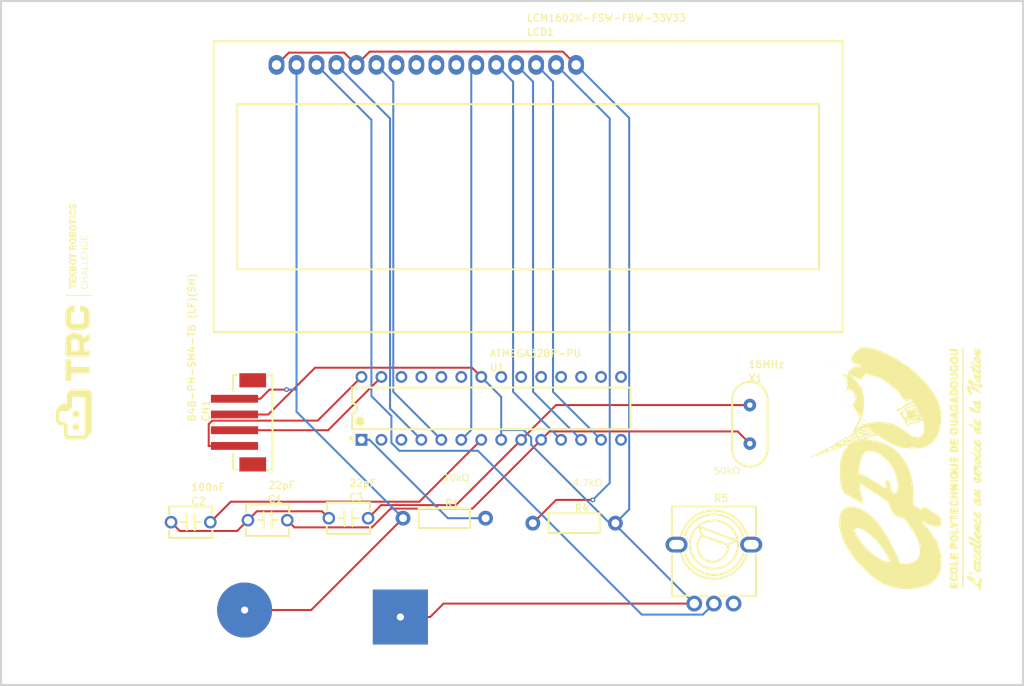
<source format=kicad_pcb>
(kicad_pcb (version 20241229) (generator "pcbnew") (generator_version "9.0")
  (layers (0 "F.Cu" signal "TopLayer") (2 "B.Cu" signal "BottomLayer") (13 "F.Paste" user "TopPasteMaskLayer") (15 "B.Paste" user "BottomPasteMaskLayer") (5 "F.SilkS" user "TopSilkLayer") (7 "B.SilkS" user "BottomSilkLayer") (1 "F.Mask" user "TopSolderMaskLayer") (3 "B.Mask" user "BottomSolderMaskLayer") (25 "Edge.Cuts" user "BoardOutLine"))
  (net 1 "")
  (net 2 "R1_2")
  (net 3 "LCD1_15")
  (net 4 "U1_13")
  (net 5 "U1_12")
  (net 6 "U1_11")
  (net 7 "U1_6")
  (net 8 "U1_5")
  (net 9 "U1_4")
  (net 10 "LCD1_3")
  (net 11 "GND")
  (net 12 "+5V")
  (net 13 "CN1_4")
  (net 14 "CN1_3")
  (net 15 "C3_2")
  (net 16 "C2_2")
  (net 17 "C1_2")
  (net 18 "C3_1")
  (footprint "CONN-SMD_B4B-PH-SM4-TB-LF-SN" (layer "F.Cu") (at 117.846 118.476 90)
    (property "Reference" "CN1")
    (property "Value" "B4B-PH-SM4-TB (LF)(SN)")
  )
  (footprint "RES-TH_BD2.5-L6.5-P10.50-D0.6" (layer "F.Cu") (at 143.373 130.668)
    (property "Reference" "R1")
    (property "Value" "10kΩ")
  )
  (footprint "CAP-TH_L5.5-W4.0-P5.00-D0.5" (layer "F.Cu") (at 111.115 131.176)
    (property "Reference" "C2")
    (property "Value" "100nF")
  )
  (footprint "RES-TH_BD2.5-L6.5-P10.50-D0.6" (layer "F.Cu") (at 159.883 131.303)
    (property "Reference" "R4")
    (property "Value" "4.7kΩ")
  )
  (footprint "CAP-TH_L5.5-W4.0-P5.00-D0.5" (layer "F.Cu") (at 131.181 130.668)
    (property "Reference" "C3")
    (property "Value" "22pF")
  )
  (footprint "OSC-TH_L10.0-W4.5-P5.00" (layer "F.Cu") (at 182.235 118.73)
    (property "Reference" "X1")
    (property "Value" "16MHz")
  )
  (footprint "RES-ADJ-TH_RK09L1140A5P" (layer "F.Cu") (at 177.663 137.78)
    (property "Reference" "R5")
    (property "Value" "50kΩ")
  )
  (footprint "Pad_gge2175" (layer "F.Cu") (at 117.973 142.352)
    (property "Reference" "Pad_gge2175" (hide yes))
    (property "Value" "Pad_gge2175" (hide yes))
  )
  (footprint "MODULE-TH_LCM1602K" (layer "F.Cu") (at 141.087 73.01)
    (property "Reference" "LCD1")
    (property "Value" "LCM1602K-FSW-FBW-33V33")
  )
  (footprint "Pad_gge2211" (layer "F.Cu") (at 137.785 143.241)
    (property "Reference" "Pad_gge2211" (hide yes))
    (property "Value" "Pad_gge2211" (hide yes))
  )
  (footprint "DIP-28_L34.6-W7.3-P2.54-LS10.2-BL" (layer "F.Cu") (at 149.342 116.698)
    (property "Reference" "U1")
    (property "Value" "ATMEGA328P-PU")
  )
  (footprint "CAP-TH_L5.5-W4.0-P5.00-D0.5" (layer "F.Cu") (at 120.894 130.922)
    (property "Reference" "C1")
    (property "Value" "22pF")
  )
  (gr_poly (pts (xy 207.6301 128.8179) (xy 207.644 128.8607) (xy 207.6868 128.9326) (xy 207.7296 129.0045) (xy 207.8474 129.0824) (xy 207.9651 129.1603) (xy 208.2344 129.1603) (xy 208.5037 129.1603) (xy 208.5943 129.0976) (xy 208.6848 129.0349) (xy 208.7396 128.9414) (xy 208.7945 128.8479) (xy 208.7795 128.7161) (xy 208.7646 128.5843) (xy 208.737 128.5191) (xy 208.7094 128.454) (xy 208.6643 128.4138) (xy 208.6191 128.3736) (xy 208.5313 128.3575) (xy 208.4435 128.3414) (xy 208.4023 128.3857) (xy 208.3611 128.43) (xy 208.3611 128.4901) (xy 208.3611 128.5502) (xy 208.4333 128.6305) (xy 208.5055 128.7109) (xy 208.495 128.781) (xy 208.4845 128.8512) (xy 208.4479 128.8707) (xy 208.4113 128.8903) (xy 208.2506 128.9049) (xy 208.0898 128.9195) (xy 208.0432 128.8945) (xy 207.9966 128.8695) (xy 207.9682 128.8009) (xy 207.9399 128.7323) (xy 207.9889 128.6673) (xy 208.038 128.6024) (xy 208.0521 128.5142) (xy 208.0662 128.426) (xy 208.0224 128.4025) (xy 207.9786 128.3791) (xy 207.8957 128.3791) (xy 207.8127 128.3791) (xy 207.7776 128.4059) (xy 207.7424 128.4326) (xy 207.6772 128.5578) (xy 207.6119 128.6831) (xy 207.614 128.7291) (xy 207.6162 128.7751)) (fill yes) (layer "F.SilkS"))
  (gr_poly (pts (xy 194.962 114.4877) (xy 194.9834 114.4877) (xy 194.9834 114.4651) (xy 194.9834 114.4424) (xy 194.962 114.4556) (xy 194.9406 114.4688) (xy 194.9406 114.4783) (xy 194.9406 114.4877)) (fill yes) (layer "F.SilkS"))
  (gr_poly (pts (xy 209.2502 138.7646) (xy 209.2623 138.7766) (xy 209.2722 139.1162) (xy 209.2821 139.4558) (xy 209.2929 139.5039) (xy 209.3037 139.5521) (xy 209.3438 139.5521) (xy 209.3839 139.5521) (xy 209.3977 139.5162) (xy 209.4115 139.4803) (xy 209.4123 124.2734) (xy 209.4132 109.0666) (xy 209.3801 109.0335) (xy 209.347 109.0004) (xy 209.3071 109.0365) (xy 209.2672 109.0726) (xy 209.267 123.8682) (xy 209.2667 138.6638) (xy 209.2524 138.7082) (xy 209.2382 138.7525)) (fill yes) (layer "F.SilkS"))
  (gr_poly (pts (xy 196.9882 118.485) (xy 196.999 118.5117) (xy 197.0347 118.5111) (xy 197.0703 118.5104) (xy 197.111 118.4796) (xy 197.1516 118.4489) (xy 197.0912 118.4259) (xy 197.0309 118.4029) (xy 197.0024 118.4139) (xy 196.974 118.4248) (xy 196.9757 118.4415) (xy 196.9774 118.4582)) (fill yes) (layer "F.SilkS"))
  (gr_poly (pts (xy 96.4369 107.1224) (xy 96.624 107.1262) (xy 96.6992 107.1379) (xy 96.7743 107.1496) (xy 96.8537 107.1706) (xy 96.9332 107.1915) (xy 97.0016 107.2195) (xy 97.07 107.2474) (xy 97.1288 107.2823) (xy 97.1876 107.3171) (xy 97.2388 107.3607) (xy 97.2899 107.4043) (xy 97.3278 107.4466) (xy 97.3657 107.4889) (xy 97.3968 107.5354) (xy 97.4278 107.5819) (xy 97.4575 107.6415) (xy 97.4872 107.701) (xy 97.4957 107.6944) (xy 97.5043 107.6879) (xy 97.812 107.4739) (xy 98.1197 107.26) (xy 98.1513 107.2438) (xy 98.183 107.2277) (xy 98.2052 107.2277) (xy 98.2274 107.2277) (xy 98.2434 107.2389) (xy 98.2593 107.25) (xy 98.2718 107.2729) (xy 98.2843 107.2957) (xy 98.2843 107.6356) (xy 98.2843 107.9755) (xy 98.2714 108.0091) (xy 98.2584 108.0426) (xy 98.2318 108.0663) (xy 98.2052 108.09) (xy 97.8888 108.2869) (xy 97.5724 108.4837) (xy 97.5723 108.9077) (xy 97.5723 109.3317) (xy 97.8753 109.3317) (xy 98.1784 109.3317) (xy 98.2027 109.3398) (xy 98.2271 109.348) (xy 98.2439 109.3631) (xy 98.2606 109.3782) (xy 98.2725 109.3997) (xy 98.2843 109.4212) (xy 98.2843 109.7217) (xy 98.2843 110.0223) (xy 98.27 110.0505) (xy 98.2557 110.0786) (xy 98.2373 110.0921) (xy 98.2188 110.1056) (xy 98.1907 110.1121) (xy 98.1627 110.1186) (xy 96.7242 110.1187) (xy 95.2857 110.1188) (xy 95.2587 110.1113) (xy 95.2317 110.1038) (xy 95.2079 110.083) (xy 95.1842 110.0621) (xy 95.1765 110.0386) (xy 95.1688 110.0151) (xy 95.170059 109.3317) (xy 95.9191 109.3317) (xy 96.3771 109.3317) (xy 96.8351 109.3317) (xy 96.835 108.879) (xy 96.8349 108.4264) (xy 96.8279 108.3231) (xy 96.8208 108.2198) (xy 96.8092 108.1728) (xy 96.7976 108.1258) (xy 96.7803 108.0887) (xy 96.7629 108.0515) (xy 96.7303 108.0152) (xy 96.6977 107.9789) (xy 96.6465 107.9546) (xy 96.5954 107.9303) (xy 96.5524 107.9209) (xy 96.5095 107.9115) (xy 96.37 107.9117) (xy 96.2304 107.912) (xy 96.1743 107.9278) (xy 96.1182 107.9437) (xy 96.0955 107.9552) (xy 96.073 107.9668) (xy 96.045 107.9887) (xy 96.0171 108.0107) (xy 95.9904 108.052) (xy 95.9637 108.0933) (xy 95.9487 108.1489) (xy 95.9337 108.2046) (xy 95.9265 108.2726) (xy 95.9193 108.3405) (xy 95.9192 108.8361) (xy 95.9191 109.3317) (xy 95.170059 109.3317) (xy 95.1705 109.092) (xy 95.1722 108.1688) (xy 95.1845 108.0868) (xy 95.1969 108.0048) (xy 95.2117 107.9367) (xy 95.2264 107.8685) (xy 95.2475 107.804) (xy 95.2685 107.7394) (xy 95.3031 107.6669) (xy 95.3377 107.5944) (xy 95.3682 107.5488) (xy 95.3987 107.5032) (xy 95.4343 107.4617) (xy 95.4698 107.4202) (xy 95.5074 107.3847) (xy 95.5449 107.3492) (xy 95.5946 107.3143) (xy 95.6444 107.2794) (xy 95.6943 107.2542) (xy 95.7443 107.2291) (xy 95.7887 107.211) (xy 95.8331 107.193) (xy 95.8958 107.1751) (xy 95.9585 107.1573) (xy 96.0193 107.1464) (xy 96.0801 107.1355) (xy 96.1649 107.127) (xy 96.2497 107.1186)) (fill yes) (layer "F.SilkS"))
  (gr_poly (pts (xy 207.666 132.5256) (xy 207.6941 132.5924) (xy 207.744 132.6208) (xy 207.7939 132.6492) (xy 208.2407 132.6447) (xy 208.6876 132.6402) (xy 208.7277 132.604) (xy 208.7678 132.5677) (xy 208.7678 132.2938) (xy 208.7678 132.0198) (xy 208.7429 131.9653) (xy 208.7181 131.9108) (xy 208.6372 131.9108) (xy 208.5562 131.9108) (xy 208.5394 131.9375) (xy 208.5227 131.9643) (xy 208.5091 132.1104) (xy 208.4955 132.2564) (xy 208.4614 132.2905) (xy 208.4273 132.3246) (xy 208.1089 132.3293) (xy 207.7905 132.334) (xy 207.7252 132.3677) (xy 207.6599 132.4015) (xy 207.6489 132.4302) (xy 207.6379 132.4588)) (fill yes) (layer "F.SilkS"))
  (gr_poly (pts (xy 197.0153 114.635) (xy 197.0323 114.6625) (xy 197.045 114.6293) (xy 197.0578 114.5961) (xy 197.0388 114.5844) (xy 197.0198 114.5727) (xy 197.009 114.5901) (xy 196.9982 114.6075)) (fill yes) (layer "F.SilkS"))
  (gr_poly (pts (xy 208.173 123.755) (xy 208.5521 123.7665) (xy 208.6592 123.872) (xy 208.7663 123.9774) (xy 208.7802 124.0701) (xy 208.7941 124.1627) (xy 208.7795 124.2792) (xy 208.7649 124.3957) (xy 208.7176 124.466) (xy 208.6703 124.5362) (xy 208.5745 124.5716) (xy 208.4788 124.607) (xy 208.4788 124.6785) (xy 208.4788 124.75) (xy 208.5373 124.7706) (xy 208.5959 124.7912) (xy 208.6482 124.7421) (xy 208.7005 124.693) (xy 208.7609 124.713) (xy 208.8213 124.733) (xy 208.8279 124.7999) (xy 208.8345 124.8668) (xy 208.8072 124.916) (xy 208.7798 124.9651) (xy 208.7788 125.1579) (xy 208.7778 125.3506) (xy 208.7223 125.4575) (xy 208.6668 125.5644) (xy 208.5526 125.645) (xy 208.4384 125.7257) (xy 208.2233 125.7144) (xy 208.0083 125.7032) (xy 207.9653 125.6898) (xy 207.9223 125.6764) (xy 207.8403 125.6119) (xy 207.7583 125.5474) (xy 207.7035 125.4606) (xy 207.6487 125.3738) (xy 207.6322 125.3193) (xy 207.6156 125.2648) (xy 207.615259 125.2524) (xy 207.9375 125.2524) (xy 208.0133 125.3102) (xy 208.089 125.368) (xy 208.2169 125.3699) (xy 208.3448 125.3718) (xy 208.3856 125.3178) (xy 208.4264 125.2637) (xy 208.4013 125.1893) (xy 208.3763 125.115) (xy 208.3553 125.0882) (xy 208.3344 125.0614) (xy 208.2096 125.0614) (xy 208.0848 125.0614) (xy 208.0333 125.0849) (xy 207.9817 125.1084) (xy 207.9596 125.1804) (xy 207.9375 125.2524) (xy 207.615259 125.2524) (xy 207.6138 125.1994) (xy 207.6119 125.1341) (xy 207.6655 125.0265) (xy 207.7192 124.9189) (xy 207.7696 124.8715) (xy 207.82 124.8241) (xy 207.9247 124.7844) (xy 208.0293 124.7447) (xy 208.0293 124.7164) (xy 208.0293 124.6881) (xy 207.9758 124.6611) (xy 207.9223 124.634) (xy 207.841 124.6337) (xy 207.7598 124.6333) (xy 207.7073 124.5808) (xy 207.6547 124.5283) (xy 207.6547 124.4935) (xy 207.6547 124.4588) (xy 207.7198 124.3937) (xy 207.7849 124.3287) (xy 208.0034 124.343) (xy 208.2219 124.3573) (xy 208.3373 124.3348) (xy 208.4527 124.3123) (xy 208.4811 124.2748) (xy 208.5095 124.2374) (xy 208.5102 124.1933) (xy 208.5109 124.1492) (xy 208.4805 124.1077) (xy 208.4502 124.0661) (xy 208.0879 124.0554) (xy 207.7255 124.0447) (xy 207.6927 124.0175) (xy 207.6599 123.9903) (xy 207.6468 123.9248) (xy 207.6337 123.8593) (xy 207.6545 123.8205) (xy 207.6752 123.7817) (xy 207.7345 123.7626) (xy 207.7939 123.7435)) (fill yes) (layer "F.SilkS"))
  (gr_poly (pts (xy 207.6499 139.463) (xy 207.6582 139.5129) (xy 207.7335 139.5444) (xy 207.8089 139.5759) (xy 208.258 139.5693) (xy 208.7071 139.5628) (xy 208.7374 139.5212) (xy 208.7678 139.4797) (xy 208.7678 139.1996) (xy 208.7678 138.9195) (xy 208.7344 138.8719) (xy 208.7011 138.8243) (xy 208.6287 138.8243) (xy 208.5562 138.8243) (xy 208.5424 138.8466) (xy 208.5287 138.8689) (xy 208.5134 139.0285) (xy 208.4982 139.1881) (xy 208.4723 139.214) (xy 208.4464 139.2399) (xy 208.4123 139.2058) (xy 208.3783 139.1718) (xy 208.3778 139.1104) (xy 208.3773 139.0491) (xy 208.3689 139.0012) (xy 208.3604 138.9533) (xy 208.2723 138.9083) (xy 208.1841 138.8634) (xy 208.1402 138.9073) (xy 208.0964 138.9511) (xy 208.087 139.0807) (xy 208.0776 139.2103) (xy 208.0604 139.2209) (xy 208.0432 139.2316) (xy 207.9899 139.2073) (xy 207.9366 139.183) (xy 207.9244 139.1375) (xy 207.9122 139.0919) (xy 207.9119 138.98) (xy 207.9116 138.8682) (xy 207.8567 138.8322) (xy 207.8019 138.7963) (xy 207.73 138.8306) (xy 207.6581 138.8649) (xy 207.6473 138.9784) (xy 207.6364 139.0919) (xy 207.639 139.2524) (xy 207.6416 139.413)) (fill yes) (layer "F.SilkS"))
  (gr_poly (pts (xy 96.5489 95.97) (xy 96.5489 96.0851) (xy 96.395 96.1619) (xy 96.2411 96.2388) (xy 96.2411 96.2979) (xy 96.2411 96.357) (xy 96.395 96.357) (xy 96.5489 96.357) (xy 96.5489 96.4644) (xy 96.5489 96.5717) (xy 96.1081 96.5717) (xy 95.6674 96.5717) (xy 95.670185 96.357) (xy 95.8321 96.357) (xy 95.955 96.357) (xy 96.078 96.357) (xy 96.0755 96.2645) (xy 96.073 96.172) (xy 96.0582 96.1522) (xy 96.0435 96.1325) (xy 96.0237 96.1177) (xy 96.0039 96.103) (xy 95.9549 96.103) (xy 95.9058 96.103) (xy 95.8861 96.1177) (xy 95.8663 96.1325) (xy 95.8516 96.1522) (xy 95.8368 96.1719) (xy 95.8344 96.2645) (xy 95.8321 96.357) (xy 95.670185 96.357) (xy 95.6703 96.3481) (xy 95.6731 96.1244) (xy 95.6879 96.08) (xy 95.7027 96.0355) (xy 95.7212 96.004) (xy 95.7396 95.9725) (xy 95.7652 95.9501) (xy 95.7907 95.9277) (xy 95.819 95.9133) (xy 95.8473 95.8988) (xy 95.89 95.893) (xy 95.9327 95.8871) (xy 95.9797 95.8928) (xy 96.0268 95.8985) (xy 96.0579 95.9122) (xy 96.089 95.926) (xy 96.119 95.9531) (xy 96.1489 95.9801) (xy 96.167 96.0111) (xy 96.1852 96.042) (xy 96.367 95.9485) (xy 96.5489 95.8549)) (fill yes) (layer "F.SilkS"))
  (gr_poly (pts (xy 194.386 114.3782) (xy 194.4562 114.4026) (xy 194.4722 114.3766) (xy 194.4883 114.3507) (xy 194.4777 114.3336) (xy 194.4672 114.3165) (xy 194.4203 114.3168) (xy 194.3734 114.3172) (xy 194.3446 114.3354) (xy 194.3158 114.3537)) (fill yes) (layer "F.SilkS"))
  (gr_poly (pts (xy 98.0374 99.1574) (xy 98.0374 99.1953) (xy 97.9175 99.239) (xy 97.7977 99.2826) (xy 97.7977 99.4849) (xy 97.7977 99.6872) (xy 97.9158 99.7308) (xy 98.0338 99.7745) (xy 98.036 99.812) (xy 98.0382 99.8494) (xy 98.0316 99.8494) (xy 98.0251 99.8494) (xy 97.6108 99.6925) (xy 97.1965 99.5357) (xy 97.1769 99.5281) (xy 97.1572 99.5205) (xy 97.1572 99.4888) (xy 97.2574 99.4888) (xy 97.4854 99.5725) (xy 97.7134 99.6561) (xy 97.7216 99.6561) (xy 97.7297 99.6561) (xy 97.7297 99.4844) (xy 97.7297 99.3126) (xy 97.7243 99.3125) (xy 97.719 99.3123) (xy 97.4883 99.3966) (xy 97.2576 99.4808) (xy 97.2575 99.4848) (xy 97.2574 99.4888) (xy 97.1572 99.4888) (xy 97.1572 99.4853) (xy 97.1572 99.45) (xy 97.1769 99.4429) (xy 97.1965 99.4358) (xy 97.6143 99.2776) (xy 98.032 99.1194) (xy 98.0347 99.1194) (xy 98.0374 99.1194)) (fill yes) (layer "F.SilkS"))
  (gr_poly (pts (xy 196.737 114.635) (xy 196.754 114.6625) (xy 196.7668 114.6293) (xy 196.7795 114.5961) (xy 196.7605 114.5844) (xy 196.7415 114.5727) (xy 196.7308 114.5901) (xy 196.72 114.6075)) (fill yes) (layer "F.SilkS"))
  (gr_poly (pts (xy 194.1915 114.873) (xy 194.2129 114.873) (xy 194.2129 114.8529) (xy 194.2129 114.8327) (xy 194.1915 114.8195) (xy 194.1701 114.8063) (xy 194.1701 114.8396) (xy 194.1701 114.873)) (fill yes) (layer "F.SilkS"))
  (gr_poly (pts (xy 208.2491 121.4579) (xy 208.4689 121.4588) (xy 208.5167 121.5025) (xy 208.5644 121.5461) (xy 208.6336 121.5811) (xy 208.7028 121.6161) (xy 208.7353 121.6789) (xy 208.7678 121.7417) (xy 208.7678 121.9675) (xy 208.7678 122.1933) (xy 208.726 122.235) (xy 208.6843 122.2767) (xy 208.2461 122.2779) (xy 207.808 122.2791) (xy 207.7561 122.2594) (xy 207.7042 122.2396) (xy 207.67 122.2054) (xy 207.6358 122.1712) (xy 207.6482 121.9414) (xy 207.649679 121.914) (xy 207.9834 121.914) (xy 208.0053 121.9359) (xy 208.0272 121.9578) (xy 208.2434 121.9578) (xy 208.4595 121.9578) (xy 208.4817 121.9356) (xy 208.5039 121.9134) (xy 208.491 121.834) (xy 208.4782 121.7545) (xy 208.2676 121.7483) (xy 208.057 121.7422) (xy 208.0294 121.7651) (xy 208.0019 121.788) (xy 207.9926 121.851) (xy 207.9834 121.914) (xy 207.649679 121.914) (xy 207.6606 121.7117) (xy 207.6786 121.6763) (xy 207.6967 121.6411) (xy 207.863 121.5491) (xy 208.0293 121.4571)) (fill yes) (layer "F.SilkS"))
  (gr_poly (pts (xy 211.3374 129.8534) (xy 211.3987 129.8988) (xy 211.4176 129.8988) (xy 211.4364 129.8988) (xy 211.5036 129.9726) (xy 211.5708 130.0464) (xy 211.6353 130.1514) (xy 211.6999 130.2564) (xy 211.7135 130.324) (xy 211.727 130.3916) (xy 211.6659 130.4798) (xy 211.6047 130.568) (xy 211.5137 130.6071) (xy 211.4226 130.6461) (xy 211.4704 130.7211) (xy 211.5182 130.7962) (xy 211.5543 130.8087) (xy 211.5905 130.8212) (xy 211.616 130.9005) (xy 211.6416 130.9797) (xy 211.6813 131.0178) (xy 211.721 131.0558) (xy 211.7344 131.1091) (xy 211.7478 131.1625) (xy 211.7222 131.2242) (xy 211.6967 131.2858) (xy 211.6503 131.3293) (xy 211.6038 131.3728) (xy 211.5449 131.3951) (xy 211.4861 131.4174) (xy 211.4861 131.4805) (xy 211.4861 131.5436) (xy 211.5366 131.6041) (xy 211.5871 131.6646) (xy 211.6222 131.7331) (xy 211.6573 131.8016) (xy 211.6573 131.8562) (xy 211.6573 131.9108) (xy 211.6145 131.9536) (xy 211.5717 131.9964) (xy 211.533 131.9964) (xy 211.4943 131.9964) (xy 211.4548 132.0252) (xy 211.4154 132.0541) (xy 211.5109 132.1198) (xy 211.6063 132.1855) (xy 211.5972 132.2636) (xy 211.5881 132.3418) (xy 211.5159 132.3885) (xy 211.4438 132.4352) (xy 211.4436 132.4505) (xy 211.4433 132.4659) (xy 211.5396 132.5743) (xy 211.6359 132.6828) (xy 211.6359 132.7043) (xy 211.6359 132.7259) (xy 211.6797 132.7851) (xy 211.7235 132.8443) (xy 211.7269 132.9299) (xy 211.7303 133.0156) (xy 211.6814 133.0842) (xy 211.6326 133.1529) (xy 211.57 133.1852) (xy 211.5075 133.2176) (xy 211.5075 133.2284) (xy 211.5075 133.2393) (xy 211.5445 133.2975) (xy 211.5814 133.3556) (xy 211.5952 133.3663) (xy 211.6091 133.377) (xy 211.6653 133.4602) (xy 211.7215 133.5435) (xy 211.7213 133.5886) (xy 211.721 133.6338) (xy 211.6379 133.7195) (xy 211.5548 133.8051) (xy 211.5062 133.8386) (xy 211.4577 133.8722) (xy 211.5336 133.9191) (xy 211.6095 133.966) (xy 211.6354 134.0284) (xy 211.6613 134.0909) (xy 211.6914 134.1025) (xy 211.7215 134.1141) (xy 211.7215 134.1883) (xy 211.7215 134.2625) (xy 211.6326 134.3602) (xy 211.5437 134.4579) (xy 211.5203 134.4582) (xy 211.4968 134.4585) (xy 211.469 134.4761) (xy 211.4413 134.4937) (xy 211.478 134.5578) (xy 211.5148 134.6218) (xy 211.5754 134.6566) (xy 211.6359 134.6913) (xy 211.6359 134.7264) (xy 211.6359 134.7615) (xy 211.6787 134.8159) (xy 211.7215 134.8704) (xy 211.7213 134.9477) (xy 211.7211 135.0251) (xy 211.6298 135.1214) (xy 211.5385 135.2177) (xy 211.4963 135.2415) (xy 211.454 135.2653) (xy 211.5449 135.3641) (xy 211.6359 135.4629) (xy 211.6359 135.4964) (xy 211.6359 135.5298) (xy 211.6776 135.5878) (xy 211.7192 135.6458) (xy 211.7331 135.7244) (xy 211.7471 135.8029) (xy 211.6563 135.9013) (xy 211.5656 135.9997) (xy 211.5151 136.0124) (xy 211.4647 136.025) (xy 211.4648 136.0388) (xy 211.4649 136.0525) (xy 211.5355 136.1274) (xy 211.606 136.2023) (xy 211.6691 136.2483) (xy 211.7322 136.2943) (xy 211.6894 136.3764) (xy 211.6466 136.4585) (xy 211.5779 136.5016) (xy 211.5091 136.5448) (xy 211.5084 136.5555) (xy 211.5078 136.5662) (xy 211.5718 136.6027) (xy 211.6359 136.6391) (xy 211.6359 136.7151) (xy 211.6359 136.7909) (xy 211.573 136.7909) (xy 211.51 136.7909) (xy 211.4983 136.8099) (xy 211.4866 136.8289) (xy 211.5195 136.8562) (xy 211.5524 136.8836) (xy 211.5942 136.9752) (xy 211.6359 137.0669) (xy 211.6359 137.0807) (xy 211.6359 137.0945) (xy 211.6782 137.13) (xy 211.7205 137.1655) (xy 211.725 137.2534) (xy 211.7295 137.3412) (xy 211.6497 137.4386) (xy 211.5699 137.536) (xy 211.4337 137.5597) (xy 211.2976 137.5835) (xy 211.1735 137.5511) (xy 211.0494 137.5188) (xy 210.9911 137.4549) (xy 210.9327 137.3911) (xy 210.9193 137.349) (xy 210.906 137.3068) (xy 210.8675 137.2946) (xy 210.829 137.2824) (xy 210.8035 137.2264) (xy 210.7779 137.1703) (xy 210.7253 137.1289) (xy 210.6727 137.0875) (xy 210.6727 136.9425) (xy 210.6727 136.7976) (xy 210.7102 136.764) (xy 210.7476 136.7304) (xy 210.8279 136.7155) (xy 210.9082 136.7006) (xy 210.9082 136.6816) (xy 210.9082 136.6625) (xy 210.8817 136.6625) (xy 210.8552 136.6625) (xy 210.765532 136.5636) (xy 210.9938 136.5636) (xy 210.9938 136.5931) (xy 211.0267 136.6204) (xy 211.0596 136.6477) (xy 211.0572 136.7354) (xy 211.0547 136.8231) (xy 211.0843 136.9024) (xy 211.1139 136.9818) (xy 211.1492 137.0207) (xy 211.1844 137.0596) (xy 211.2122 137.1447) (xy 211.2399 137.2297) (xy 211.3309 137.2363) (xy 211.4219 137.2429) (xy 211.4241 137.2149) (xy 211.4264 137.1869) (xy 211.4223 137.1227) (xy 211.4182 137.0585) (xy 211.3772 137.0143) (xy 211.3363 136.9701) (xy 211.3363 136.9476) (xy 211.3363 136.9252) (xy 211.2921 136.869) (xy 211.2479 136.8128) (xy 211.2814 136.765) (xy 211.3149 136.7172) (xy 211.3149 136.6782) (xy 211.3149 136.6392) (xy 211.2623 136.5866) (xy 211.2098 136.5341) (xy 211.1018 136.5341) (xy 210.9938 136.5341) (xy 210.9938 136.5636) (xy 210.765532 136.5636) (xy 210.7639 136.5618) (xy 210.6727 136.461) (xy 210.6727 136.4052) (xy 210.6727 136.3495) (xy 210.7369 136.288) (xy 210.8012 136.2264) (xy 210.8012 136.1785) (xy 210.8012 136.1305) (xy 210.7476 136.0884) (xy 210.6941 136.0463) (xy 210.6941 136.0351) (xy 210.6941 136.0239) (xy 210.7897 135.9875) (xy 210.8852 135.951) (xy 210.9147 135.9624) (xy 210.9443 135.9737) (xy 210.9717 136.0714) (xy 210.9991 136.1691) (xy 211.0726 136.2125) (xy 211.1461 136.2558) (xy 211.2183 136.2558) (xy 211.2906 136.2558) (xy 211.3041 136.2132) (xy 211.3176 136.1706) (xy 211.3043 136.149) (xy 211.2909 136.1274) (xy 211.2615 136.1274) (xy 211.2321 136.1274) (xy 211.1864 136.0632) (xy 211.1407 135.999) (xy 211.1154 135.9988) (xy 211.0901 135.9986) (xy 211.0098 135.9225) (xy 210.9296 135.8465) (xy 210.9296 135.8159) (xy 210.9296 135.7853) (xy 210.8846 135.7584) (xy 210.8397 135.7314) (xy 210.7562 135.6041) (xy 210.6727 135.4768) (xy 210.6727 135.394) (xy 210.6727 135.3112) (xy 210.6973 135.2645) (xy 210.7219 135.2177) (xy 210.7426 135.2043) (xy 210.7632 135.1908) (xy 210.8732 135.2196) (xy 210.9831 135.2485) (xy 211.02 135.2937) (xy 211.0569 135.3389) (xy 211.0788 135.4174) (xy 211.1006 135.496) (xy 211.1007 135.5788) (xy 211.1008 135.6616) (xy 211.1842 135.745) (xy 211.2676 135.8284) (xy 211.3222 135.8076) (xy 211.3768 135.7869) (xy 211.4114 135.7342) (xy 211.4459 135.6815) (xy 211.4316 135.6056) (xy 211.4174 135.5296) (xy 211.3863 135.5038) (xy 211.3552 135.478) (xy 211.3259 135.4078) (xy 211.2965 135.3376) (xy 211.2254 135.2729) (xy 211.1543 135.2083) (xy 211.122 135.2077) (xy 211.0897 135.207) (xy 210.9962 135.0899) (xy 210.9027 134.9727) (xy 210.8626 134.96) (xy 210.8225 134.9473) (xy 210.8225 134.9294) (xy 210.8225 134.9114) (xy 210.7476 134.8218) (xy 210.6727 134.7321) (xy 210.6727 134.609) (xy 210.6727 134.4933) (xy 210.9959 134.4933) (xy 211.0384 134.5358) (xy 211.0809 134.5783) (xy 211.1216 134.6518) (xy 211.1624 134.7254) (xy 211.2063 134.8177) (xy 211.2502 134.91) (xy 211.3307 134.9033) (xy 211.4112 134.8967) (xy 211.4177 134.8178) (xy 211.4243 134.7389) (xy 211.3827 134.7167) (xy 211.3412 134.6945) (xy 211.328 134.6418) (xy 211.3147 134.5892) (xy 211.2739 134.5762) (xy 211.2331 134.5632) (xy 211.1985 134.5106) (xy 211.1641 134.4579) (xy 211.0909 134.4579) (xy 211.0177 134.4579) (xy 211.0068 134.4756) (xy 210.9959 134.4933) (xy 210.6727 134.4933) (xy 210.6727 134.4859) (xy 210.7102 134.4523) (xy 210.7476 134.4187) (xy 210.8279 134.4038) (xy 210.9082 134.3889) (xy 210.9082 134.3723) (xy 210.9082 134.3556) (xy 210.8339 134.3417) (xy 210.7596 134.3278) (xy 210.6987 134.2765) (xy 210.6377 134.2252) (xy 210.5827 134.2114) (xy 210.5276 134.1976) (xy 210.4677 134.1351) (xy 210.4079 134.0726) (xy 210.3698 134.0726) (xy 210.3317 134.0726) (xy 210.2684 134.0138) (xy 210.239598 133.987) (xy 210.6085 133.987) (xy 210.6085 134.0084) (xy 210.6406 134.0084) (xy 210.6727 134.0084) (xy 210.6727 133.987) (xy 210.6727 133.9656) (xy 210.6406 133.9656) (xy 210.6085 133.9656) (xy 210.6085 133.987) (xy 210.239598 133.987) (xy 210.2051 133.9549) (xy 210.1483 133.9151) (xy 210.0914 133.8754) (xy 210.0504 133.8081) (xy 210.0094 133.7408) (xy 210.0093 133.7289) (xy 210.0092 133.7169) (xy 210.0365 133.6796) (xy 210.0638 133.6422) (xy 210.1404 133.6249) (xy 210.2169 133.6077) (xy 210.3431 133.6345) (xy 210.4694 133.6614) (xy 210.5052 133.676) (xy 210.541 133.6907) (xy 210.5525 133.7206) (xy 210.564 133.7505) (xy 210.6595 133.7745) (xy 210.7551 133.7986) (xy 210.8104 133.8607) (xy 210.8657 133.9228) (xy 210.8981 133.9228) (xy 210.9305 133.9228) (xy 210.9547 133.9759) (xy 210.9789 134.029) (xy 211.0146 134.0403) (xy 211.0503 134.0516) (xy 211.0976 134.1156) (xy 211.1449 134.1796) (xy 211.2007 134.1796) (xy 211.2564 134.1796) (xy 211.3391 134.1548) (xy 211.4219 134.13) (xy 211.4219 134.1154) (xy 211.4219 134.1007) (xy 211.3791 134.0619) (xy 211.3363 134.0232) (xy 211.3363 133.9969) (xy 211.3363 133.9707) (xy 211.2453 133.8965) (xy 211.1543 133.8222) (xy 211.077 133.8079) (xy 210.9997 133.7935) (xy 210.9627 133.7527) (xy 210.9258 133.7119) (xy 210.8386 133.6971) (xy 210.7515 133.6824) (xy 210.6995 133.6305) (xy 210.6476 133.5785) (xy 210.5799 133.5654) (xy 210.5122 133.5523) (xy 210.4419 133.4914) (xy 210.3716 133.4305) (xy 210.3485 133.4305) (xy 210.3253 133.4305) (xy 210.178601 133.3329) (xy 210.5871 133.3329) (xy 210.5871 133.3423) (xy 210.607 133.3547) (xy 210.627 133.367) (xy 210.6404 133.3452) (xy 210.6538 133.3235) (xy 210.6205 133.3235) (xy 210.5871 133.3235) (xy 210.5871 133.3329) (xy 210.178601 133.3329) (xy 210.178 133.3325) (xy 210.0306 133.2346) (xy 210.0306 133.1654) (xy 210.0306 133.0962) (xy 210.0581 133.0586) (xy 210.0856 133.021) (xy 210.1759 133.0088) (xy 210.2663 132.9967) (xy 210.3505 133.0551) (xy 210.4347 133.1135) (xy 210.546 133.1382) (xy 210.6574 133.1629) (xy 210.6811 133.2057) (xy 210.7048 133.2485) (xy 210.7238 133.2623) (xy 210.7428 133.2761) (xy 210.8248 133.2892) (xy 210.9068 133.3024) (xy 210.9297 133.345) (xy 210.9525 133.3877) (xy 210.9837 133.3877) (xy 211.0149 133.3877) (xy 211.0717 133.4515) (xy 211.1286 133.5154) (xy 211.2007 133.5289) (xy 211.2728 133.5424) (xy 211.3366 133.5159) (xy 211.4005 133.4895) (xy 211.4005 133.481) (xy 211.4005 133.4724) (xy 211.3467 133.3872) (xy 211.2929 133.3021) (xy 211.2659 133.3021) (xy 211.2388 133.3021) (xy 211.1824 133.2378) (xy 211.1261 133.1736) (xy 211.0716 133.1736) (xy 211.0172 133.1736) (xy 210.9787 133.1184) (xy 210.9403 133.0631) (xy 210.8848 132.9953) (xy 210.8292 132.9275) (xy 210.751 132.8127) (xy 210.750727 132.8123) (xy 210.9938 132.8123) (xy 210.9938 132.8217) (xy 210.9938 132.8312) (xy 211.0152 132.8312) (xy 211.0366 132.8312) (xy 211.0366 132.8085) (xy 211.0366 132.7858) (xy 211.0152 132.7991) (xy 210.9938 132.8123) (xy 210.750727 132.8123) (xy 210.6727 132.6979) (xy 210.6727 132.585) (xy 210.6727 132.472) (xy 210.7104 132.4255) (xy 210.7481 132.379) (xy 210.8357 132.3672) (xy 210.9234 132.3555) (xy 210.9472 132.3846) (xy 210.9709 132.4138) (xy 211.0359 132.4915) (xy 211.1008 132.5693) (xy 211.1008 132.5917) (xy 211.1008 132.6141) (xy 211.1353 132.6486) (xy 211.1699 132.6831) (xy 211.2058 132.7839) (xy 211.2417 132.8847) (xy 211.3148 132.8917) (xy 211.3879 132.8988) (xy 211.4145 132.8623) (xy 211.4412 132.8259) (xy 211.4284 132.759) (xy 211.4157 132.692) (xy 211.376 132.6537) (xy 211.3363 132.6155) (xy 211.3363 132.5949) (xy 211.3363 132.5743) (xy 211.2477 132.4883) (xy 211.1592 132.4024) (xy 211.1094 132.3899) (xy 211.0595 132.3774) (xy 211.0477 132.34) (xy 211.0358 132.3026) (xy 210.9827 132.2784) (xy 210.9296 132.2542) (xy 210.9296 132.2355) (xy 210.9296 132.2168) (xy 210.8635 132.1476) (xy 210.7974 132.0785) (xy 210.8113 132.0231) (xy 210.8252 131.9677) (xy 210.8667 131.9149) (xy 210.9082 131.8622) (xy 210.9082 131.8257) (xy 210.9082 131.7892) (xy 210.8547 131.7648) (xy 210.8012 131.7405) (xy 210.8012 131.7108) (xy 210.8012 131.6811) (xy 210.7563 131.6241) (xy 210.7114 131.5671) (xy 210.7239 131.5346) (xy 210.7363 131.5022) (xy 210.8087 131.4719) (xy 210.8811 131.4417) (xy 210.9599 131.4544) (xy 211.0386 131.4672) (xy 211.0684 131.525) (xy 211.0983 131.5827) (xy 211.173 131.6397) (xy 211.2478 131.6968) (xy 211.2694 131.6968) (xy 211.2909 131.6968) (xy 211.3038 131.676) (xy 211.3166 131.6552) (xy 211.2848 131.5957) (xy 211.253 131.5362) (xy 211.1135 131.4399) (xy 210.974 131.3436) (xy 210.9609 131.3055) (xy 210.9477 131.2675) (xy 210.8691 131.173) (xy 210.7904 131.0785) (xy 210.7316 130.9989) (xy 210.6727 130.9193) (xy 210.6727 130.8162) (xy 210.6727 130.7131) (xy 210.7236 130.6798) (xy 210.7744 130.6465) (xy 210.868 130.6675) (xy 210.9617 130.6884) (xy 211.0313 130.7642) (xy 211.1008 130.8399) (xy 211.1008 130.9532) (xy 211.1008 131.0665) (xy 211.1342 131.1142) (xy 211.1676 131.1619) (xy 211.2252 131.1907) (xy 211.2827 131.2195) (xy 211.3499 131.2013) (xy 211.4171 131.1831) (xy 211.431 131.1092) (xy 211.4448 131.0355) (xy 211.4108 130.9648) (xy 211.3768 130.8941) (xy 211.3395 130.828) (xy 211.3023 130.762) (xy 211.2262 130.6835) (xy 211.15 130.6051) (xy 211.1258 130.6051) (xy 211.1016 130.6051) (xy 211.0341 130.5463) (xy 210.9667 130.4874) (xy 210.8536 130.3843) (xy 210.7405 130.2812) (xy 210.7066 130.2098) (xy 210.6727 130.1385) (xy 210.6727 130.0186) (xy 210.6727 129.8988) (xy 210.7155 129.856) (xy 210.7583 129.8132) (xy 210.8347 129.8132) (xy 210.911 129.8132) (xy 210.9867 129.8934) (xy 211.0624 129.9737) (xy 211.0953 130.0379) (xy 211.1282 130.1021) (xy 211.1453 130.1133) (xy 211.1623 130.1244) (xy 211.2063 130.2269) (xy 211.2502 130.3295) (xy 211.3307 130.3228) (xy 211.4112 130.3162) (xy 211.4179 130.2688) (xy 211.4246 130.2215) (xy 211.3697 130.1278) (xy 211.3149 130.0341) (xy 211.3149 130.0019) (xy 211.3149 129.9696) (xy 211.2721 129.9309) (xy 211.2293 129.8922) (xy 211.2293 129.8646) (xy 211.2293 129.8371) (xy 211.2527 129.8226) (xy 211.2761 129.8081)) (fill yes) (layer "F.SilkS"))
  (gr_poly (pts (xy 95.178 113.134) (xy 95.1878 113.1614) (xy 95.2001 113.1749) (xy 95.2124 113.1885) (xy 95.2419 113.1998) (xy 95.2714 113.211) (xy 95.559 113.209) (xy 95.8465 113.2069) (xy 95.8663 113.1922) (xy 95.886 113.1774) (xy 95.8998 113.159) (xy 95.9136 113.1405) (xy 95.9196 113.1093) (xy 95.9256 113.0781) (xy 95.926 112.6577) (xy 95.9263 112.2372) (xy 97.0516 112.2369) (xy 98.177 112.2366) (xy 98.2043 112.2269) (xy 98.2316 112.2171) (xy 98.2462 112.2039) (xy 98.2607 112.1907) (xy 98.2725 112.1693) (xy 98.2843 112.1478) (xy 98.2843 111.84) (xy 98.2843 111.5323) (xy 98.27 111.508) (xy 98.2557 111.4837) (xy 98.2378 111.4705) (xy 98.2199 111.4573) (xy 98.1814 111.4501) (xy 98.1428 111.4429) (xy 97.0345 111.4429) (xy 95.9263 111.4429) (xy 95.926 111.0224) (xy 95.9256 110.602) (xy 95.9196 110.5708) (xy 95.9136 110.5396) (xy 95.8998 110.5207) (xy 95.886 110.5018) (xy 95.8543 110.4855) (xy 95.8225 110.4691) (xy 95.5362 110.4711) (xy 95.25 110.4732) (xy 95.2262 110.4875) (xy 95.2025 110.5018) (xy 95.1869 110.5268) (xy 95.1712 110.5519) (xy 95.1697 111.8293) (xy 95.1682 113.1067)) (fill yes) (layer "F.SilkS"))
  (gr_poly (pts (xy 207.6708 111.7626) (xy 207.7296 111.8686) (xy 207.7511 111.8999) (xy 207.7725 111.9311) (xy 207.8654 112.0034) (xy 207.9583 112.0758) (xy 208.1674 112.0858) (xy 208.3765 112.0959) (xy 208.4869 112.0592) (xy 208.5973 112.0225) (xy 208.6344 111.9695) (xy 208.6714 111.9166) (xy 208.7243 111.8504) (xy 208.7771 111.7843) (xy 208.7773 111.5895) (xy 208.7776 111.3948) (xy 208.7369 111.3119) (xy 208.6962 111.229) (xy 208.6256 111.1996) (xy 208.5551 111.1701) (xy 208.4206 111.1702) (xy 208.2862 111.1703) (xy 208.208 111.192) (xy 208.1299 111.2137) (xy 208.1198 111.24) (xy 208.1098 111.2664) (xy 208.1269 111.3923) (xy 208.1441 111.5182) (xy 208.1631 111.5371) (xy 208.182 111.5561) (xy 208.2513 111.576) (xy 208.3206 111.5958) (xy 208.3617 111.5547) (xy 208.4028 111.5136) (xy 208.4164 111.4596) (xy 208.4299 111.4055) (xy 208.4456 111.4055) (xy 208.4612 111.4055) (xy 208.4861 111.46) (xy 208.5109 111.5145) (xy 208.5109 111.5866) (xy 208.5109 111.6587) (xy 208.4119 111.7141) (xy 208.3129 111.7694) (xy 208.2449 111.7694) (xy 208.177 111.7694) (xy 208.1567 111.7506) (xy 208.1363 111.7318) (xy 208.0218 111.6947) (xy 207.9072 111.6575) (xy 207.9203 111.5918) (xy 207.9335 111.5261) (xy 207.9679 111.4881) (xy 208.0023 111.4501) (xy 208.0128 111.3568) (xy 208.0233 111.2634) (xy 207.9858 111.2259) (xy 207.9482 111.1884) (xy 207.8925 111.2021) (xy 207.8367 111.2158) (xy 207.7872 111.2478) (xy 207.7377 111.2798) (xy 207.6748 111.379) (xy 207.6119 111.4781) (xy 207.6119 111.5673) (xy 207.6119 111.6565)) (fill yes) (layer "F.SilkS"))
  (gr_poly (pts (xy 207.6775 128.1342) (xy 207.7233 128.1758) (xy 208.1653 128.1878) (xy 208.6072 128.1998) (xy 208.6734 128.1824) (xy 208.7395 128.1649) (xy 208.7606 128.1168) (xy 208.7817 128.0687) (xy 208.7661 127.9964) (xy 208.7506 127.9241) (xy 208.7217 127.9058) (xy 208.6928 127.8874) (xy 208.5791 127.8871) (xy 208.4653 127.8868) (xy 208.4239 127.8646) (xy 208.3825 127.8425) (xy 208.3825 127.7588) (xy 208.3825 127.6752) (xy 208.43 127.6418) (xy 208.4776 127.6085) (xy 208.5894 127.6085) (xy 208.7011 127.6085) (xy 208.7344 127.561) (xy 208.7678 127.5134) (xy 208.7678 127.4574) (xy 208.7678 127.4014) (xy 208.7132 127.3765) (xy 208.6587 127.3517) (xy 208.2199 127.3517) (xy 207.781 127.3517) (xy 207.7179 127.3843) (xy 207.6547 127.417) (xy 207.6547 127.4472) (xy 207.6547 127.4773) (xy 207.6746 127.5296) (xy 207.6945 127.5819) (xy 207.7634 127.6059) (xy 207.8324 127.6299) (xy 207.9008 127.6299) (xy 207.9692 127.6299) (xy 208.0056 127.6702) (xy 208.0421 127.7105) (xy 208.0268 127.7719) (xy 208.0115 127.8333) (xy 207.9776 127.8593) (xy 207.9437 127.8854) (xy 207.8444 127.8861) (xy 207.7451 127.8868) (xy 207.7016 127.9242) (xy 207.6582 127.9617) (xy 207.6449 128.0272) (xy 207.6317 128.0927)) (fill yes) (layer "F.SilkS"))
  (gr_poly (pts (xy 192.7486 111.5424) (xy 192.7827 111.5555) (xy 192.8021 111.5435) (xy 192.8216 111.5314) (xy 192.8216 111.5113) (xy 192.8216 111.4911) (xy 192.7681 111.4911) (xy 192.7146 111.4911) (xy 192.7146 111.5103) (xy 192.7146 111.5294)) (fill yes) (layer "F.SilkS"))
  (gr_poly (pts (xy 196.738 114.2735) (xy 196.7582 114.3054) (xy 196.7819 114.2818) (xy 196.8055 114.2581) (xy 196.7988 114.1644) (xy 196.7921 114.0707) (xy 196.7546 114.0636) (xy 196.7172 114.0565) (xy 196.7175 114.149) (xy 196.7178 114.2416)) (fill yes) (layer "F.SilkS"))
  (gr_poly (pts (xy 208.2788 136.8053) (xy 208.4675 136.8187) (xy 208.5936 136.9011) (xy 208.7197 136.9835) (xy 208.7429 137.0424) (xy 208.7661 137.1013) (xy 208.772 137.2833) (xy 208.7779 137.4652) (xy 208.6834 137.611) (xy 208.5889 137.7568) (xy 208.5231 137.7834) (xy 208.4574 137.81) (xy 208.2647 137.7962) (xy 208.0721 137.7823) (xy 208.0133 137.8024) (xy 207.9544 137.8225) (xy 207.9544 137.8418) (xy 207.9544 137.8612) (xy 207.9727 137.8612) (xy 207.991 137.8612) (xy 208.0476 137.9137) (xy 208.1043 137.9662) (xy 208.0517 138.0437) (xy 207.9991 138.1212) (xy 207.9854 138.1643) (xy 207.9717 138.2074) (xy 207.985 138.2782) (xy 207.9983 138.3492) (xy 208.0293 138.3749) (xy 208.0603 138.4006) (xy 208.2524 138.3931) (xy 208.4446 138.3856) (xy 208.4648 138.3642) (xy 208.485 138.3428) (xy 208.4989 138.2764) (xy 208.5129 138.2101) (xy 208.437 138.1192) (xy 208.3611 138.0283) (xy 208.3611 137.9802) (xy 208.3611 137.932) (xy 208.4017 137.8952) (xy 208.4424 137.8584) (xy 208.5237 137.8737) (xy 208.605 137.8889) (xy 208.6894 137.9677) (xy 208.7739 138.0464) (xy 208.7735 138.2053) (xy 208.7731 138.3642) (xy 208.7704 138.4232) (xy 208.7678 138.4823) (xy 208.7219 138.5195) (xy 208.676 138.5568) (xy 208.6034 138.6186) (xy 208.5307 138.6804) (xy 208.4298 138.6998) (xy 208.329 138.7193) (xy 208.1303 138.705) (xy 207.9317 138.6907) (xy 207.8423 138.6307) (xy 207.753 138.5707) (xy 207.6828 138.4674) (xy 207.6126 138.3642) (xy 207.6122 138.283) (xy 207.6119 138.2018) (xy 207.6776 138.0613) (xy 207.7433 137.9208) (xy 207.8275 137.8877) (xy 207.9116 137.8547) (xy 207.9116 137.8358) (xy 207.9116 137.817) (xy 207.8814 137.7448) (xy 207.8513 137.6727) (xy 207.8057 137.6582) (xy 207.7601 137.6437) (xy 207.7041 137.5549) (xy 207.648 137.4661) (xy 207.6313 137.392) (xy 207.616358 137.3257) (xy 207.9618 137.3257) (xy 208.0003 137.3842) (xy 208.0386 137.4427) (xy 208.0768 137.4578) (xy 208.1149 137.4729) (xy 208.2301 137.4744) (xy 208.3453 137.4759) (xy 208.4174 137.4313) (xy 208.4896 137.3867) (xy 208.5033 137.332) (xy 208.517 137.2772) (xy 208.4977 137.2223) (xy 208.4784 137.1674) (xy 208.4251 137.1525) (xy 208.3718 137.1377) (xy 208.2214 137.1356) (xy 208.0709 137.1334) (xy 208.0259 137.165) (xy 207.9808 137.1965) (xy 207.9713 137.2611) (xy 207.9618 137.3257) (xy 207.616358 137.3257) (xy 207.6146 137.3179) (xy 207.635 137.2101) (xy 207.6555 137.1023) (xy 207.7086 137.0221) (xy 207.7617 136.9418) (xy 207.8131 136.9081) (xy 207.8645 136.8744) (xy 207.9774 136.8332) (xy 208.0902 136.7919)) (fill yes) (layer "F.SilkS"))
  (gr_poly (pts (xy 192.6491 110.8918) (xy 192.6906 110.8918) (xy 192.7017 110.8739) (xy 192.7128 110.856) (xy 192.6788 110.8075) (xy 192.6449 110.759) (xy 192.6265 110.788) (xy 192.6082 110.8169) (xy 192.6079 110.8544) (xy 192.6075 110.8918)) (fill yes) (layer "F.SilkS"))
  (gr_poly (pts (xy 196.0964 118.9826) (xy 196.125 118.9826) (xy 196.1107 118.9684) (xy 196.0964 118.9541) (xy 196.0822 118.9684) (xy 196.0679 118.9826)) (fill yes) (layer "F.SilkS"))
  (gr_poly (pts (xy 208.2434 113.2041) (xy 208.4574 113.2045) (xy 208.5627 113.2628) (xy 208.6679 113.3212) (xy 208.7125 113.3816) (xy 208.757 113.4419) (xy 208.7643 113.651) (xy 208.7715 113.8602) (xy 208.7322 113.8991) (xy 208.6928 113.938) (xy 208.6393 114.0355) (xy 208.5858 114.1329) (xy 208.4629 114.1628) (xy 208.34 114.1926) (xy 208.3513 114.2109) (xy 208.3626 114.2292) (xy 208.4421 114.2424) (xy 208.5216 114.2555) (xy 208.5801 114.2777) (xy 208.6385 114.3) (xy 208.7031 114.3975) (xy 208.7678 114.4951) (xy 208.7671 114.7429) (xy 208.7664 114.9907) (xy 208.7379 115.0282) (xy 208.7095 115.0656) (xy 208.2453 115.0656) (xy 207.781 115.0656) (xy 207.7177 115.0329) (xy 207.6544 115.0002) (xy 207.6581 114.9044) (xy 207.6617 114.8086) (xy 207.6475 114.7944) (xy 207.6333 114.7802) (xy 207.6333 114.7128) (xy 207.6333 114.6453) (xy 207.646779 114.6) (xy 207.9758 114.6) (xy 207.9758 114.6608) (xy 207.9758 114.7217) (xy 208.0172 114.7438) (xy 208.0586 114.766) (xy 208.2378 114.766) (xy 208.4171 114.766) (xy 208.4539 114.7391) (xy 208.4907 114.7122) (xy 208.4955 114.6494) (xy 208.5002 114.5866) (xy 208.4467 114.5575) (xy 208.3932 114.5284) (xy 208.2116 114.5417) (xy 208.03 114.555) (xy 208.0029 114.5775) (xy 207.9758 114.6) (xy 207.646779 114.6) (xy 207.666 114.5354) (xy 207.6986 114.4255) (xy 207.7512 114.3631) (xy 207.8037 114.3006) (xy 207.863 114.2779) (xy 207.9223 114.2552) (xy 208.0882 114.2412) (xy 208.254 114.2272) (xy 208.254 114.2098) (xy 208.254 114.1924) (xy 208.1039 114.1773) (xy 207.9537 114.1622) (xy 207.866 114.0949) (xy 207.7783 114.0275) (xy 207.7058 113.9601) (xy 207.6333 113.8927) (xy 207.6333 113.7379) (xy 207.6333 113.583) (xy 207.637562 113.5688) (xy 207.9758 113.5688) (xy 207.9767 113.6484) (xy 207.9775 113.7279) (xy 208.0081 113.7842) (xy 208.0387 113.8405) (xy 208.1784 113.8554) (xy 208.3181 113.8704) (xy 208.3909 113.8464) (xy 208.4637 113.8223) (xy 208.4885 113.7623) (xy 208.5134 113.7023) (xy 208.4985 113.6402) (xy 208.4836 113.578) (xy 208.4625 113.5513) (xy 208.4415 113.5245) (xy 208.25 113.5245) (xy 208.0586 113.5245) (xy 208.0172 113.5467) (xy 207.9758 113.5688) (xy 207.637562 113.5688) (xy 207.6583 113.4997) (xy 207.6832 113.4164) (xy 207.7738 113.333) (xy 207.8643 113.2495) (xy 207.9468 113.2266) (xy 208.0293 113.2037)) (fill yes) (layer "F.SilkS"))
  (gr_poly (pts (xy 211.3102 109.0691) (xy 211.3188 109.0949) (xy 211.3917 109.1254) (xy 211.4646 109.1559) (xy 211.4895 109.2105) (xy 211.5144 109.2651) (xy 211.5303 109.2651) (xy 211.5463 109.2651) (xy 211.6125 109.3651) (xy 211.6787 109.4651) (xy 211.6787 109.5337) (xy 211.6787 109.6023) (xy 211.6433 109.6317) (xy 211.6079 109.6611) (xy 211.4898 109.6718) (xy 211.3717 109.6825) (xy 211.3629 109.7092) (xy 211.3541 109.736) (xy 211.3933 109.7487) (xy 211.4326 109.7614) (xy 211.4899 109.7828) (xy 211.5473 109.8042) (xy 211.5826 109.8786) (xy 211.6179 109.953) (xy 211.6061 109.984) (xy 211.5942 110.0149) (xy 211.5355 110.0372) (xy 211.4768 110.0595) (xy 211.4512 110.0808) (xy 211.4255 110.1021) (xy 211.4557 110.1598) (xy 211.4858 110.2176) (xy 211.486 110.2983) (xy 211.4861 110.379) (xy 211.5378 110.4026) (xy 211.5896 110.4262) (xy 211.6327 110.5298) (xy 211.6757 110.6334) (xy 211.655 110.7085) (xy 211.6343 110.7835) (xy 211.5848 110.843) (xy 211.5353 110.9025) (xy 211.5096 110.9514) (xy 211.4839 111.0001) (xy 211.5596 111.0886) (xy 211.6353 111.177) (xy 211.6493 111.2517) (xy 211.6633 111.3264) (xy 211.6438 111.382) (xy 211.6242 111.4376) (xy 211.545 111.475) (xy 211.4657 111.5124) (xy 211.4796 111.5816) (xy 211.4934 111.6507) (xy 211.5593 111.7172) (xy 211.6252 111.7837) (xy 211.6746 111.8654) (xy 211.7239 111.9472) (xy 211.7353 112.0042) (xy 211.7467 112.0613) (xy 211.6906 112.1279) (xy 211.6345 112.1946) (xy 211.555 112.22) (xy 211.4754 112.2455) (xy 211.454 112.2653) (xy 211.4326 112.2852) (xy 211.5343 112.3799) (xy 211.6359 112.4746) (xy 211.6359 112.5146) (xy 211.6359 112.5547) (xy 211.6787 112.5935) (xy 211.7215 112.6322) (xy 211.7215 112.6691) (xy 211.7215 112.7059) (xy 211.6948 112.7272) (xy 211.668 112.7484) (xy 211.5852 112.7751) (xy 211.5024 112.8018) (xy 211.5234 112.8154) (xy 211.5443 112.8289) (xy 211.582 112.9038) (xy 211.6197 112.9787) (xy 211.6493 113.0126) (xy 211.6789 113.0465) (xy 211.629 113.1411) (xy 211.5791 113.2356) (xy 211.5165 113.2677) (xy 211.454 113.2998) (xy 211.4493 113.3009) (xy 211.4446 113.302) (xy 211.4805 113.3811) (xy 211.5164 113.4603) (xy 211.5548 113.4725) (xy 211.5931 113.4846) (xy 211.5931 113.5045) (xy 211.5931 113.5244) (xy 211.6642 113.6047) (xy 211.7352 113.6851) (xy 211.7819 113.7625) (xy 211.8286 113.84) (xy 211.8286 113.9033) (xy 211.8286 113.9666) (xy 211.7804 114.0104) (xy 211.7322 114.0543) (xy 211.6855 114.0784) (xy 211.6387 114.1025) (xy 211.5824 114.1025) (xy 211.5261 114.1025) (xy 211.4853 114.0806) (xy 211.4444 114.0588) (xy 211.3348 114.038) (xy 211.2251 114.0172) (xy 211.1613 113.9635) (xy 211.0975 113.9098) (xy 211.0718 113.9098) (xy 211.0461 113.9098) (xy 210.9798 113.851) (xy 210.9136 113.7921) (xy 210.8424 113.7493) (xy 210.7712 113.7065) (xy 210.7059 113.67) (xy 210.6406 113.6336) (xy 210.6132 113.6326) (xy 210.5858 113.6316) (xy 210.5733 113.664) (xy 210.5609 113.6964) (xy 210.6677 113.7978) (xy 210.7745 113.8991) (xy 210.9085 114.0168) (xy 211.0424 114.1346) (xy 211.0978 114.1934) (xy 211.1532 114.2523) (xy 211.1999 114.2523) (xy 211.2466 114.2523) (xy 211.3396 114.3295) (xy 211.4326 114.4068) (xy 211.4861 114.4574) (xy 211.5396 114.5081) (xy 211.5915 114.5482) (xy 211.6434 114.5884) (xy 211.5965 114.6542) (xy 211.5496 114.7201) (xy 211.4791 114.7434) (xy 211.4085 114.7667) (xy 211.3021 114.7075) (xy 211.1957 114.6483) (xy 211.1354 114.6054) (xy 211.0752 114.5626) (xy 210.997 114.4959) (xy 210.9189 114.4292) (xy 210.8701 114.414) (xy 210.8214 114.3989) (xy 210.7893 114.3498) (xy 210.7571 114.3007) (xy 210.6596 114.2874) (xy 210.5621 114.274) (xy 210.505 114.234) (xy 210.448 114.194) (xy 210.346 114.1829) (xy 210.244 114.1718) (xy 210.2321 114.1911) (xy 210.2202 114.2103) (xy 210.2725 114.2726) (xy 210.3249 114.3348) (xy 210.3401 114.4157) (xy 210.3553 114.4965) (xy 210.407 114.558) (xy 210.4587 114.6194) (xy 210.4587 114.6599) (xy 210.4587 114.7003) (xy 210.526 114.7769) (xy 210.5933 114.8536) (xy 210.5679 114.9382) (xy 210.5426 115.0228) (xy 210.5033 115.0228) (xy 210.4639 115.0228) (xy 210.4391 114.993) (xy 210.4143 114.9631) (xy 210.3389 114.949) (xy 210.2635 114.9348) (xy 210.1787 114.8582) (xy 210.094 114.7816) (xy 210.0302 114.6871) (xy 209.9664 114.5926) (xy 209.9663 114.5348) (xy 209.9662 114.477) (xy 209.9034 114.3089) (xy 209.8406 114.1408) (xy 209.8286 114.1288) (xy 209.8166 114.1167) (xy 209.8166 114.0622) (xy 210.5871 114.0622) (xy 210.5871 114.0811) (xy 210.5871 114.0999) (xy 210.6104 114.1143) (xy 210.6336 114.1287) (xy 210.6584 114.104) (xy 210.6831 114.0793) (xy 210.6522 114.0602) (xy 210.6213 114.0411) (xy 210.6042 114.0516) (xy 210.5871 114.0622) (xy 209.8166 114.0622) (xy 209.8166 114.0259) (xy 209.8166 113.935) (xy 209.8824 113.8796) (xy 209.9483 113.8242) (xy 209.9734 113.8248) (xy 209.9985 113.8254) (xy 210.1442 113.8652) (xy 210.2899 113.905) (xy 210.316 113.9407) (xy 210.3421 113.9764) (xy 210.4165 113.9931) (xy 210.4908 114.0098) (xy 210.5175 114.0009) (xy 210.5443 113.9919) (xy 210.5443 113.9623) (xy 210.5443 113.9327) (xy 210.4966 113.9072) (xy 210.4488 113.8816) (xy 210.369 113.794) (xy 210.2892 113.7065) (xy 210.2541 113.6712) (xy 210.219 113.6359) (xy 210.2003 113.6176) (xy 210.1817 113.5995) (xy 210.168051 113.5828) (xy 210.4599 113.5828) (xy 210.4735 113.5965) (xy 210.4872 113.6101) (xy 210.5158 113.6101) (xy 210.5443 113.6101) (xy 210.5443 113.578) (xy 210.5443 113.5459) (xy 210.5135 113.5459) (xy 210.4826 113.5459) (xy 210.4712 113.5644) (xy 210.4599 113.5828) (xy 210.168051 113.5828) (xy 210.1204 113.5245) (xy 210.0592 113.4496) (xy 209.9874 113.3175) (xy 209.9155 113.1854) (xy 209.9414 113.1543) (xy 209.9672 113.1232) (xy 210.0601 113.0972) (xy 210.153 113.0712) (xy 210.2809 113.0905) (xy 210.4088 113.1099) (xy 210.5102 113.1727) (xy 210.6116 113.2356) (xy 210.7577 113.3587) (xy 210.9038 113.4817) (xy 210.9269 113.4817) (xy 210.95 113.4817) (xy 210.9851 113.5352) (xy 211.0201 113.5888) (xy 211.0425 113.5888) (xy 211.065 113.5888) (xy 211.1655 113.6533) (xy 211.266 113.7178) (xy 211.3493 113.7228) (xy 211.4326 113.7279) (xy 211.4301 113.6476) (xy 211.4277 113.5674) (xy 211.3713 113.523) (xy 211.3149 113.4786) (xy 211.3149 113.4488) (xy 211.3149 113.419) (xy 211.2667 113.3937) (xy 211.2185 113.3683) (xy 211.1757 113.3288) (xy 211.1329 113.2892) (xy 211.0473 113.2106) (xy 210.9617 113.1319) (xy 210.9296 113.0731) (xy 210.8975 113.0143) (xy 210.7925 112.8796) (xy 210.728018 112.7968) (xy 211.1008 112.7968) (xy 211.1023 112.8664) (xy 211.1038 112.9359) (xy 211.1766 113.0055) (xy 211.2494 113.075) (xy 211.2955 113.075) (xy 211.3416 113.075) (xy 211.3282 113.0055) (xy 211.3147 112.9359) (xy 211.2666 112.8996) (xy 211.2185 112.8632) (xy 211.1811 112.83) (xy 211.1436 112.7968) (xy 211.1222 112.7968) (xy 211.1008 112.7968) (xy 210.728018 112.7968) (xy 210.6876 112.7449) (xy 210.67 112.6692) (xy 210.6523 112.5935) (xy 210.6518 112.5025) (xy 210.6513 112.4115) (xy 210.6941 112.3687) (xy 210.7369 112.3259) (xy 210.757 112.3259) (xy 210.777 112.3259) (xy 210.8372 112.3504) (xy 210.8975 112.375) (xy 210.9564 112.3702) (xy 211.0153 112.3655) (xy 211.1327 112.4658) (xy 211.2501 112.5661) (xy 211.2825 112.5537) (xy 211.3149 112.5413) (xy 211.3149 112.4676) (xy 211.3149 112.394) (xy 211.2324 112.2904) (xy 211.1498 112.1868) (xy 211.1015 112.144) (xy 211.0531 112.1012) (xy 211.0347 112.053) (xy 211.0162 112.0048) (xy 210.951 112.0048) (xy 210.8857 112.0048) (xy 210.8665 112.0554) (xy 210.8472 112.106) (xy 210.7993 112.1185) (xy 210.7514 112.1311) (xy 210.7121 112.11) (xy 210.6727 112.0889) (xy 210.6727 112.0685) (xy 210.6727 112.048) (xy 210.6103 111.9923) (xy 210.5478 111.9366) (xy 210.5335 111.833) (xy 210.5193 111.7294) (xy 210.4451 111.6531) (xy 210.371 111.5768) (xy 210.3541 111.5768) (xy 210.3371 111.5768) (xy 210.3123 111.5222) (xy 210.2874 111.4677) (xy 210.2874 111.4185) (xy 210.2874 111.3694) (xy 210.3285 111.3322) (xy 210.3695 111.2951) (xy 210.4116 111.3176) (xy 210.4537 111.3401) (xy 210.4674 111.376) (xy 210.4812 111.4119) (xy 210.5302 111.3659) (xy 210.5792 111.3199) (xy 210.6172 111.3199) (xy 210.6553 111.3199) (xy 210.7191 111.3681) (xy 210.7831 111.4162) (xy 210.8349 111.4634) (xy 210.8868 111.5106) (xy 210.8877 111.5704) (xy 210.8886 111.6303) (xy 210.9572 111.707) (xy 211.0259 111.7837) (xy 211.0999 111.8091) (xy 211.1739 111.8345) (xy 211.2197 111.8775) (xy 211.2654 111.9204) (xy 211.3032 111.9059) (xy 211.3411 111.8914) (xy 211.3307 111.7835) (xy 211.3204 111.6756) (xy 211.2661 111.6315) (xy 211.2118 111.5875) (xy 211.0683 111.4804) (xy 210.9248 111.3734) (xy 210.8797 111.3477) (xy 210.8346 111.322) (xy 210.7749 111.2407) (xy 210.7153 111.1594) (xy 210.7016 111.1195) (xy 210.6879 111.0796) (xy 210.5896 111.0907) (xy 210.4914 111.1017) (xy 210.4329 111.0715) (xy 210.3743 111.0412) (xy 210.3523 111) (xy 210.3303 110.9588) (xy 210.3303 110.9065) (xy 210.3303 110.8542) (xy 210.357 110.8332) (xy 210.3838 110.8122) (xy 210.4524 110.7992) (xy 210.521 110.7863) (xy 210.6073 110.8717) (xy 210.6936 110.9572) (xy 210.7069 111.01) (xy 210.7201 111.0629) (xy 210.8319 111.0498) (xy 210.9438 111.0366) (xy 211.0169 111.0987) (xy 211.0901 111.1607) (xy 211.169 111.2189) (xy 211.2478 111.2771) (xy 211.2813 111.2771) (xy 211.3149 111.2771) (xy 211.3149 111.183) (xy 211.3149 111.0889) (xy 211.2392 111.0225) (xy 211.1635 110.956) (xy 211.1427 110.956) (xy 211.1218 110.956) (xy 211.0525 110.8923) (xy 210.9831 110.8286) (xy 210.9617 110.8044) (xy 210.9403 110.7802) (xy 210.8753 110.7129) (xy 210.8104 110.6457) (xy 210.7477 110.5523) (xy 210.702588 110.4851) (xy 211.0794 110.4851) (xy 211.0819 110.5012) (xy 211.0845 110.5172) (xy 211.098 110.5793) (xy 211.1115 110.6414) (xy 211.1908 110.6689) (xy 211.2701 110.6963) (xy 211.346 110.6753) (xy 211.4219 110.6543) (xy 211.4219 110.6258) (xy 211.4219 110.5973) (xy 211.3484 110.5412) (xy 211.2749 110.4851) (xy 211.1772 110.4851) (xy 211.0794 110.4851) (xy 210.702588 110.4851) (xy 210.685 110.4589) (xy 210.685 110.3434) (xy 210.685 110.228) (xy 210.7305 110.1824) (xy 210.776 110.1369) (xy 210.9759 110.1331) (xy 211.1757 110.1292) (xy 211.1757 110.0998) (xy 211.1757 110.0705) (xy 211.1062 110.0524) (xy 211.0366 110.0344) (xy 211.0366 110.0045) (xy 211.0366 109.9746) (xy 210.9465 109.9249) (xy 210.8564 109.8751) (xy 210.8247 109.7919) (xy 210.7931 109.7086) (xy 210.8492 109.6603) (xy 210.9053 109.6121) (xy 210.931 109.6035) (xy 210.9566 109.595) (xy 210.9225 109.529) (xy 210.8884 109.4629) (xy 210.8587 109.4516) (xy 210.8291 109.4402) (xy 210.7792 109.3173) (xy 210.7294 109.1945) (xy 210.7879 109.1442) (xy 210.8463 109.0939) (xy 210.8848 109.0939) (xy 210.9232 109.0939) (xy 211.0066 109.155) (xy 211.0901 109.2162) (xy 211.1719 109.2941) (xy 211.2537 109.3721) (xy 211.271 109.3721) (xy 211.2882 109.3721) (xy 211.3113 109.3442) (xy 211.3345 109.3164) (xy 211.3009 109.2533) (xy 211.2674 109.1902) (xy 211.2495 109.1302) (xy 211.2316 109.0702) (xy 211.2666 109.0568) (xy 211.3016 109.0434)) (fill yes) (layer "F.SilkS"))
  (gr_poly (pts (xy 210.8212 126.9578) (xy 210.8975 126.971) (xy 210.9617 127.0327) (xy 211.0259 127.0943) (xy 211.083 127.1454) (xy 211.1402 127.1965) (xy 211.2048 127.219) (xy 211.2694 127.2415) (xy 211.2936 127.2124) (xy 211.3178 127.1832) (xy 211.2942 127.139) (xy 211.2706 127.0948) (xy 211.2499 127.0948) (xy 211.2293 127.0948) (xy 211.2293 127.0563) (xy 211.2293 127.0178) (xy 211.2523 126.9947) (xy 211.2754 126.9717) (xy 211.354 126.9894) (xy 211.4326 127.0071) (xy 211.47 127.0533) (xy 211.5075 127.0996) (xy 211.5075 127.1288) (xy 211.5075 127.1581) (xy 211.5589 127.1917) (xy 211.6103 127.2254) (xy 211.6445 127.33) (xy 211.6787 127.4346) (xy 211.6787 127.4479) (xy 211.6787 127.4611) (xy 211.5824 127.5037) (xy 211.4861 127.5463) (xy 211.4861 127.563) (xy 211.4861 127.5797) (xy 211.5396 127.63) (xy 211.5932 127.6803) (xy 211.6137 127.7545) (xy 211.6342 127.8287) (xy 211.6137 127.867) (xy 211.5932 127.9053) (xy 211.5511 127.9187) (xy 211.509 127.932) (xy 211.4949 128.0071) (xy 211.4808 128.0823) (xy 211.5328 128.1397) (xy 211.5849 128.1971) (xy 211.6379 128.2721) (xy 211.6909 128.347) (xy 211.7172 128.4075) (xy 211.7435 128.4679) (xy 211.7312 128.4879) (xy 211.7188 128.5078) (xy 211.6613 128.5372) (xy 211.6038 128.5667) (xy 211.5075 128.5827) (xy 211.4112 128.5988) (xy 211.4593 128.6167) (xy 211.5075 128.6346) (xy 211.5075 128.6727) (xy 211.5075 128.7109) (xy 211.5837 128.7716) (xy 211.6599 128.8324) (xy 211.6455 128.9001) (xy 211.6312 128.9677) (xy 211.598 129.0052) (xy 211.5649 129.0428) (xy 211.4881 129.0632) (xy 211.4112 129.0836) (xy 211.249 129.0678) (xy 211.0868 129.052) (xy 211.0212 128.9991) (xy 210.9556 128.9463) (xy 210.9215 128.8767) (xy 210.8875 128.8072) (xy 210.865 128.8072) (xy 210.8424 128.8072) (xy 210.8021 128.7131) (xy 210.7618 128.6191) (xy 210.748618 128.6038) (xy 211.0665 128.6038) (xy 211.0799 128.6681) (xy 211.0934 128.7323) (xy 211.1191 128.7802) (xy 211.1449 128.8281) (xy 211.2071 128.8603) (xy 211.2693 128.8925) (xy 211.3028 128.8796) (xy 211.3363 128.8668) (xy 211.3363 128.8463) (xy 211.3363 128.8258) (xy 211.3118 128.78) (xy 211.2873 128.7343) (xy 211.2114 128.6627) (xy 211.1356 128.5912) (xy 211.101 128.5975) (xy 211.0665 128.6038) (xy 210.748618 128.6038) (xy 210.7226 128.5736) (xy 210.6834 128.5282) (xy 210.6699 128.4697) (xy 210.6564 128.4112) (xy 210.6539 128.2988) (xy 210.6513 128.1864) (xy 210.6958 128.142) (xy 210.7403 128.0975) (xy 210.7761 128.1125) (xy 210.8119 128.1274) (xy 210.9189 128.138) (xy 211.0259 128.1486) (xy 211.0901 128.2085) (xy 211.1543 128.2685) (xy 211.2161 128.2756) (xy 211.2779 128.2828) (xy 211.2994 128.2488) (xy 211.3209 128.2148) (xy 211.3062 128.1364) (xy 211.2915 128.058) (xy 211.2274 128.058) (xy 211.1633 128.058) (xy 211.0794 127.9724) (xy 210.9955 127.8868) (xy 210.9769 127.8868) (xy 210.9582 127.8868) (xy 210.9309 127.8356) (xy 210.9035 127.7845) (xy 210.8532 127.7616) (xy 210.8029 127.7387) (xy 210.7586 127.6519) (xy 210.7144 127.5651) (xy 210.725493 127.5443) (xy 211.0794 127.5443) (xy 211.0816 127.5604) (xy 211.0838 127.5764) (xy 211.1064 127.6469) (xy 211.1289 127.7174) (xy 211.1588 127.7111) (xy 211.1887 127.7049) (xy 211.187 127.6889) (xy 211.1854 127.673) (xy 211.1725 127.6086) (xy 211.1597 127.5443) (xy 211.1195 127.5443) (xy 211.0794 127.5443) (xy 210.725493 127.5443) (xy 210.7368 127.5231) (xy 210.7593 127.4811) (xy 210.8045 127.4569) (xy 210.8497 127.4328) (xy 210.9378 127.4446) (xy 211.0259 127.4566) (xy 210.951 127.429) (xy 210.8761 127.4014) (xy 210.8683 127.3605) (xy 210.8606 127.3196) (xy 210.7705 127.2126) (xy 210.6804 127.1055) (xy 210.6636 127.0772) (xy 210.6468 127.0489) (xy 210.6958 126.9967) (xy 210.7448 126.9445)) (fill yes) (layer "F.SilkS"))
  (gr_poly (pts (xy 95.7277 97.6691) (xy 95.7867 97.6737) (xy 95.81 97.6738) (xy 95.8332 97.6738) (xy 95.8332 97.5414) (xy 95.8332 97.409) (xy 96.1911 97.409) (xy 96.5489 97.409) (xy 96.5489 97.3017) (xy 96.5489 97.1943) (xy 96.1911 97.1943) (xy 95.8332 97.1943) (xy 95.8332 97.0655) (xy 95.8332 96.9367) (xy 95.81 96.9366) (xy 95.7867 96.9366) (xy 95.7277 96.932) (xy 95.6686 96.9274) (xy 95.6686 97.296) (xy 95.6686 97.6645)) (fill yes) (layer "F.SilkS"))
  (gr_poly (pts (xy 97.9516 114.3) (xy 98.0195 114.3058) (xy 98.0803 114.3243) (xy 98.1411 114.3428) (xy 98.1769 114.3608) (xy 98.2127 114.3789) (xy 98.2646 114.4146) (xy 98.3164 114.4503) (xy 98.3617 114.4983) (xy 98.407 114.5464) (xy 98.4415 114.6017) (xy 98.476 114.657) (xy 98.4934 114.7002) (xy 98.5109 114.7435) (xy 98.5208 114.7813) (xy 98.5306 114.8191) (xy 98.5378 114.879) (xy 98.545 114.9388) (xy 98.5459 117.2754) (xy 98.5468 119.612) (xy 98.5358 119.6629) (xy 98.5247 119.7138) (xy 98.5061 119.7631) (xy 98.4876 119.8124) (xy 98.4654 119.8517) (xy 98.4433 119.8911) (xy 98.4128 119.9304) (xy 98.3822 119.9698) (xy 98.3476 120.0026) (xy 98.3129 120.0354) (xy 98.2843 120.0572) (xy 98.2557 120.0791) (xy 98.207 120.1058) (xy 98.1584 120.1325) (xy 98.1108 120.1485) (xy 98.0633 120.1646) (xy 98.0478 120.2103) (xy 98.0323 120.2561) (xy 98.0066 120.307) (xy 97.981 120.3579) (xy 97.9378 120.4122) (xy 97.8946 120.4666) (xy 97.8425 120.5099) (xy 97.7905 120.5531) (xy 97.719 120.5886) (xy 97.6474 120.624) (xy 97.5866 120.6404) (xy 97.5257 120.6568) (xy 96.5417 120.6568) (xy 95.5577 120.6568) (xy 95.4969 120.6407) (xy 95.436 120.6245) (xy 95.3757 120.5957) (xy 95.3154 120.5668) (xy 95.272 120.5357) (xy 95.2285 120.5046) (xy 95.1851 120.4591) (xy 95.1417 120.4135) (xy 95.1104 120.3672) (xy 95.0792 120.321) (xy 95.0565 120.2671) (xy 95.0338 120.2131) (xy 95.0205 120.1666) (xy 95.0073 120.1201) (xy 95.0031 119.5583) (xy 94.9989 118.9965) (xy 94.992 118.9773) (xy 94.9852 118.9582) (xy 94.9627 118.9264) (xy 94.9403 118.8946) (xy 94.9019 118.876) (xy 94.8635 118.8574) (xy 94.7094 118.854) (xy 94.5554 118.8506) (xy 94.5008 118.8393) (xy 94.4463 118.828) (xy 94.4076 118.8148) (xy 94.369 118.8015) (xy 94.3372 118.7854) (xy 94.3053 118.7694) (xy 94.2624 118.7408) (xy 94.2194 118.7122) (xy 94.1741 118.6683) (xy 94.1288 118.6244) (xy 94.098 118.5814) (xy 94.0673 118.5385) (xy 94.0424 118.4884) (xy 94.0175 118.4383) (xy 94.005 118.4001) (xy 93.9924 118.3619) (xy 93.9831 118.3106) (xy 93.9738 118.2594) (xy 93.97376 118.2236) (xy 94.4456 118.2236) (xy 94.4557 118.2558) (xy 94.4659 118.288) (xy 94.4883 118.3151) (xy 94.5107 118.3422) (xy 94.5476 118.3611) (xy 94.5844 118.3799) (xy 94.7391 118.3822) (xy 94.8937 118.3845) (xy 94.9479 118.3949) (xy 95.0021 118.4052) (xy 95.058 118.4276) (xy 95.114 118.4499) (xy 95.1667 118.4827) (xy 95.2195 118.5155) (xy 95.2649 118.558) (xy 95.3104 118.6006) (xy 95.3455 118.6483) (xy 95.3807 118.6959) (xy 95.4057 118.7461) (xy 95.4308 118.7961) (xy 95.4469 118.8462) (xy 95.463 118.8963) (xy 95.4691 119.4617) (xy 95.4753 120.0271) (xy 95.4867 120.0655) (xy 95.4982 120.104) (xy 95.5298 120.1347) (xy 95.5615 120.1655) (xy 95.5958 120.1769) (xy 95.6302 120.1883) (xy 96.5529 120.1864) (xy 97.4756 120.1845) (xy 97.5043 120.169) (xy 97.5329 120.1535) (xy 97.5557 120.1297) (xy 97.5786 120.1058) (xy 97.5932 120.0736) (xy 97.6077 120.0414) (xy 97.6079 117.7182) (xy 97.608 115.395) (xy 97.5974 115.3649) (xy 97.5867 115.3347) (xy 97.565 115.3073) (xy 97.5433 115.2799) (xy 97.5063 115.2614) (xy 97.4693 115.243) (xy 96.814 115.2431) (xy 96.1588 115.2433) (xy 96.1266 115.2578) (xy 96.0944 115.2724) (xy 96.0739 115.2917) (xy 96.0533 115.3109) (xy 96.0363 115.3467) (xy 96.0194 115.3825) (xy 96.0193 115.887) (xy 96.0192 116.3916) (xy 96.0118 116.456) (xy 96.0044 116.5204) (xy 95.9937 116.5633) (xy 95.9829 116.6063) (xy 95.9439 116.685) (xy 95.9049 116.7637) (xy 95.8661 116.8092) (xy 95.8273 116.8546) (xy 95.7855 116.8902) (xy 95.7438 116.9258) (xy 95.6971 116.9537) (xy 95.6505 116.9816) (xy 95.6041 117.0005) (xy 95.5577 117.0195) (xy 95.4933 117.0328) (xy 95.4289 117.0462) (xy 95.0205 117.0463) (xy 94.6121 117.0464) (xy 94.5745 117.0575) (xy 94.5371 117.0687) (xy 94.5083 117.0946) (xy 94.4796 117.1206) (xy 94.464 117.1497) (xy 94.4484 117.1788) (xy 94.447 117.7012) (xy 94.4456 118.2236) (xy 93.97376 118.2236) (xy 93.9732 117.7227) (xy 93.9726 117.1859) (xy 93.9835 117.1179) (xy 93.9945 117.05) (xy 94.0162 116.9616) (xy 94.0378 116.8732) (xy 94.0593 116.8149) (xy 94.0808 116.7565) (xy 94.1149 116.6916) (xy 94.1491 116.6266) (xy 94.1905 116.5699) (xy 94.232 116.5132) (xy 94.3017 116.4452) (xy 94.3714 116.3772) (xy 94.4421 116.3318) (xy 94.5128 116.2864) (xy 94.6023 116.2364) (xy 94.6918 116.1863) (xy 94.7321 116.1693) (xy 94.7725 116.1523) (xy 94.8251 116.1376) (xy 94.8778 116.1229) (xy 94.9709 116.1124) (xy 95.0639 116.1019) (xy 95.2196 116.1018) (xy 95.3752 116.1017) (xy 95.3753 115.5382) (xy 95.3753 114.9746) (xy 95.3819 114.9169) (xy 95.3886 114.8593) (xy 95.4043 114.8132) (xy 95.42 114.767) (xy 95.4529 114.7098) (xy 95.4858 114.6525) (xy 95.5647 114.5737) (xy 95.6436 114.495) (xy 95.6943 114.4614) (xy 95.745 114.4278) (xy 95.798 114.3995) (xy 95.8511 114.3711) (xy 95.9155 114.3484) (xy 95.9799 114.3258) (xy 96.0408 114.3103) (xy 96.1016 114.2948) (xy 96.9926 114.2944) (xy 97.8836 114.2941)) (fill yes) (layer "F.SilkS"))
  (gr_poly (pts (xy 196.6076 118.2301) (xy 196.6258 118.2588) (xy 196.6715 118.2303) (xy 196.7172 118.2018) (xy 196.7172 118.1888) (xy 196.7172 118.1759) (xy 196.673 118.136) (xy 196.6289 118.096) (xy 196.6092 118.1273) (xy 196.5894 118.1586) (xy 196.5894 118.18) (xy 196.5894 118.2014)) (fill yes) (layer "F.SilkS"))
  (gr_poly (pts (xy 211.362 120.749) (xy 211.454 120.8103) (xy 211.5226 120.8737) (xy 211.5913 120.937) (xy 211.6696 121.0955) (xy 211.7478 121.2539) (xy 211.7125 121.3464) (xy 211.6772 121.4389) (xy 211.6405 121.4714) (xy 211.6038 121.5039) (xy 211.561 121.5117) (xy 211.5182 121.5194) (xy 211.5118 121.5956) (xy 211.5054 121.6717) (xy 211.5599 121.6966) (xy 211.6145 121.7215) (xy 211.6145 121.7426) (xy 211.6145 121.7637) (xy 211.6816 121.84) (xy 211.7486 121.9164) (xy 211.7349 122.016) (xy 211.7213 122.1156) (xy 211.689 122.1648) (xy 211.6567 122.2141) (xy 211.5711 122.2578) (xy 211.4856 122.3014) (xy 211.5002 122.3597) (xy 211.5148 122.4179) (xy 211.5714 122.4745) (xy 211.628 122.5311) (xy 211.6557 122.6468) (xy 211.6835 122.7626) (xy 211.6758 122.8044) (xy 211.668 122.8461) (xy 211.5717 122.8946) (xy 211.4754 122.943) (xy 211.4615 122.9909) (xy 211.4475 123.0387) (xy 211.4454 123.1271) (xy 211.4433 123.2155) (xy 211.5343 123.3087) (xy 211.6252 123.402) (xy 211.6613 123.4952) (xy 211.6975 123.5884) (xy 211.655 123.6699) (xy 211.6125 123.7514) (xy 211.55 123.7773) (xy 211.4875 123.8032) (xy 211.4653 123.8299) (xy 211.4432 123.8566) (xy 211.532 123.9575) (xy 211.6208 124.0585) (xy 211.6363 124.1432) (xy 211.6518 124.2279) (xy 211.6132 124.277) (xy 211.5746 124.326) (xy 211.4928 124.3506) (xy 211.4109 124.3751) (xy 211.3254 124.3465) (xy 211.2399 124.3179) (xy 211.1833 124.3046) (xy 211.1267 124.2912) (xy 211.1137 124.3252) (xy 211.1006 124.3591) (xy 211.1649 124.4192) (xy 211.2293 124.4793) (xy 211.2293 124.5014) (xy 211.2293 124.5234) (xy 211.2774 124.5385) (xy 211.3256 124.5536) (xy 211.3684 124.5951) (xy 211.4112 124.6365) (xy 211.5203 124.7198) (xy 211.6294 124.803) (xy 211.6755 124.9234) (xy 211.7215 125.0438) (xy 211.7215 125.1029) (xy 211.7215 125.162) (xy 211.6587 125.2487) (xy 211.5959 125.3354) (xy 211.5176 125.3613) (xy 211.4393 125.3871) (xy 211.4627 125.4105) (xy 211.4861 125.4339) (xy 211.4861 125.4816) (xy 211.4861 125.5294) (xy 211.5476 125.5732) (xy 211.6091 125.617) (xy 211.6437 125.7549) (xy 211.6783 125.8927) (xy 211.6652 125.9584) (xy 211.6521 126.024) (xy 211.6029 126.0732) (xy 211.5538 126.1223) (xy 211.4587 126.1698) (xy 211.3637 126.2173) (xy 211.3092 126.2173) (xy 211.2547 126.2173) (xy 211.1666 126.1436) (xy 211.0785 126.07) (xy 211.0384 126.0573) (xy 210.9984 126.0446) (xy 210.9725 125.982) (xy 210.9466 125.9195) (xy 210.8764 125.8963) (xy 210.8063 125.8732) (xy 210.7663 125.8289) (xy 210.7262 125.7846) (xy 210.714246 125.7785) (xy 210.9999 125.7785) (xy 211.0405 125.8694) (xy 211.081 125.9604) (xy 211.143 125.9604) (xy 211.205 125.9604) (xy 211.26 125.9395) (xy 211.3149 125.9187) (xy 211.3149 125.897) (xy 211.3149 125.8753) (xy 211.2286 125.8209) (xy 211.1424 125.7665) (xy 211.0814 125.7542) (xy 211.0204 125.7421) (xy 211.0102 125.7603) (xy 210.9999 125.7785) (xy 210.714246 125.7785) (xy 210.6486 125.745) (xy 210.571 125.7054) (xy 210.5577 125.6708) (xy 210.5445 125.6362) (xy 210.5645 125.5988) (xy 210.5845 125.5613) (xy 210.6661 125.505) (xy 210.7476 125.4487) (xy 210.909 125.4426) (xy 211.0705 125.4365) (xy 211.1722 125.5199) (xy 211.2739 125.6032) (xy 211.2964 125.5808) (xy 211.3189 125.5583) (xy 211.3113 125.5185) (xy 211.3037 125.4788) (xy 211.2546 125.4718) (xy 211.2054 125.4648) (xy 211.1821 125.4136) (xy 211.1587 125.3623) (xy 211.0873 125.3387) (xy 211.0159 125.3152) (xy 210.9674 125.2517) (xy 210.9189 125.1883) (xy 210.86 125.1167) (xy 210.8012 125.0451) (xy 210.8012 125.0243) (xy 210.8012 125.0036) (xy 210.7345 124.9338) (xy 210.6679 124.8642) (xy 210.677 124.7383) (xy 210.6861 124.6125) (xy 210.702264 124.5953) (xy 210.9938 124.5953) (xy 210.9938 124.6092) (xy 210.9938 124.6231) (xy 211.0339 124.6481) (xy 211.074 124.6731) (xy 211.0888 124.7321) (xy 211.1036 124.791) (xy 211.1504 124.8486) (xy 211.1971 124.9062) (xy 211.232 124.9703) (xy 211.2668 125.0344) (xy 211.3341 125.0443) (xy 211.4013 125.0541) (xy 211.4242 125.0266) (xy 211.4471 124.999) (xy 211.4325 124.9327) (xy 211.4179 124.8664) (xy 211.3763 124.8194) (xy 211.3346 124.7725) (xy 211.2414 124.6694) (xy 211.1483 124.5663) (xy 211.071 124.5808) (xy 210.9938 124.5953) (xy 210.702264 124.5953) (xy 210.7329 124.5627) (xy 210.7797 124.5129) (xy 210.7797 124.4959) (xy 210.7797 124.479) (xy 210.7262 124.4369) (xy 210.6727 124.3948) (xy 210.6727 124.3515) (xy 210.6727 124.3082) (xy 210.7086 124.2474) (xy 210.7445 124.1866) (xy 210.7193 124.1025) (xy 210.6941 124.0184) (xy 210.6941 123.9715) (xy 210.6941 123.9246) (xy 210.7878 123.8832) (xy 210.8814 123.8418) (xy 210.9537 123.8662) (xy 211.0259 123.8905) (xy 211.1008 123.9633) (xy 211.1757 124.0361) (xy 211.2208 124.0779) (xy 211.2659 124.1197) (xy 211.2796 124.1197) (xy 211.2935 124.1197) (xy 211.2935 124.0332) (xy 211.2935 123.9467) (xy 211.2095 123.8619) (xy 211.1256 123.7772) (xy 211.0994 123.7772) (xy 211.0732 123.7772) (xy 211.0282 123.7338) (xy 210.9831 123.6904) (xy 210.8814 123.5941) (xy 210.7797 123.4978) (xy 210.7797 123.4165) (xy 210.7797 123.3351) (xy 210.8279 123.2918) (xy 210.832798 123.2874) (xy 210.9724 123.2874) (xy 210.9724 123.3156) (xy 210.9724 123.3439) (xy 211.0359 123.3702) (xy 211.0994 123.3965) (xy 211.1112 123.4337) (xy 211.123 123.471) (xy 211.1768 123.4955) (xy 211.2304 123.52) (xy 211.2428 123.5522) (xy 211.2552 123.5845) (xy 211.2957 123.5845) (xy 211.3363 123.5845) (xy 211.3363 123.5178) (xy 211.3363 123.4512) (xy 211.2595 123.3809) (xy 211.1827 123.3105) (xy 211.0949 123.2883) (xy 211.0071 123.266) (xy 210.9897 123.2767) (xy 210.9724 123.2874) (xy 210.832798 123.2874) (xy 210.8761 123.2485) (xy 210.9189 123.233) (xy 210.9617 123.2175) (xy 210.9082 123.1774) (xy 210.8547 123.1373) (xy 210.8179 123.1048) (xy 210.7812 123.0723) (xy 210.8107 123.0022) (xy 210.8402 122.932) (xy 210.871 122.9126) (xy 210.9017 122.8932) (xy 210.9478 122.9392) (xy 210.9938 122.9852) (xy 211.0313 122.9837) (xy 211.0687 122.9822) (xy 211.1115 122.9652) (xy 211.1543 122.9482) (xy 211.0759 122.915) (xy 210.9976 122.8819) (xy 210.9094 122.7938) (xy 210.8212 122.7056) (xy 210.7553 122.5758) (xy 210.6893 122.446) (xy 210.6329 122.4601) (xy 210.5764 122.4741) (xy 210.521 122.4854) (xy 210.4656 122.4968) (xy 210.3768 122.4039) (xy 210.2879 122.311) (xy 210.2877 122.2965) (xy 210.2874 122.282) (xy 210.3439 122.2376) (xy 210.4002 122.1933) (xy 210.4731 122.1933) (xy 210.546 122.1933) (xy 210.6094 122.2401) (xy 210.6727 122.2869) (xy 210.6727 122.3231) (xy 210.6727 122.3593) (xy 210.704 122.3852) (xy 210.7353 122.4112) (xy 210.8125 122.3857) (xy 210.8896 122.3602) (xy 210.9506 122.4176) (xy 211.0116 122.4751) (xy 211.0538 122.5137) (xy 211.096 122.5523) (xy 211.1146 122.5815) (xy 211.1333 122.6106) (xy 211.2019 122.6728) (xy 211.2705 122.7349) (xy 211.3034 122.7076) (xy 211.3363 122.6803) (xy 211.3363 122.6266) (xy 211.3363 122.5728) (xy 211.3126 122.4937) (xy 211.2888 122.4145) (xy 211.2159 122.3753) (xy 211.1429 122.3359) (xy 211.0202 122.2161) (xy 210.8975 122.0962) (xy 210.844 122.0145) (xy 210.7904 121.9329) (xy 210.7316 121.8697) (xy 210.6727 121.8065) (xy 210.6727 121.7249) (xy 210.6727 121.6434) (xy 210.7102 121.6099) (xy 210.7476 121.5764) (xy 210.8119 121.5722) (xy 210.8761 121.568) (xy 210.9107 121.5703) (xy 210.9453 121.5725) (xy 211.023 121.6724) (xy 211.1008 121.7722) (xy 211.1008 121.8625) (xy 211.1008 121.9528) (xy 211.1848 122.0287) (xy 211.2688 122.1046) (xy 211.344 122.0816) (xy 211.4192 122.0585) (xy 211.4324 121.9804) (xy 211.4456 121.9024) (xy 211.4217 121.8396) (xy 211.3978 121.7768) (xy 211.3821 121.7656) (xy 211.3663 121.7545) (xy 211.3177 121.6849) (xy 211.2691 121.6153) (xy 211.2411 121.6153) (xy 211.2131 121.6153) (xy 211.1851 121.5816) (xy 211.157 121.5478) (xy 211.054 121.4956) (xy 210.951 121.4434) (xy 210.951 121.4231) (xy 210.951 121.4028) (xy 210.8901 121.3325) (xy 210.8292 121.2622) (xy 210.7489 121.1444) (xy 210.9938 121.1444) (xy 210.9938 121.1659) (xy 211.0152 121.1659) (xy 211.0366 121.1659) (xy 211.0366 121.1444) (xy 211.0366 121.123) (xy 211.0152 121.123) (xy 210.9938 121.123) (xy 210.9938 121.1444) (xy 210.7489 121.1444) (xy 210.6685 121.0267) (xy 210.6769 120.8952) (xy 210.6852 120.7637) (xy 210.7137 120.7293) (xy 210.7422 120.695) (xy 210.8252 120.695) (xy 210.9082 120.695) (xy 210.9933 120.78) (xy 211.0783 120.8651) (xy 211.0914 120.9171) (xy 211.1044 120.9692) (xy 211.1564 121.018) (xy 211.2083 121.0667) (xy 211.2303 121.1484) (xy 211.2523 121.2301) (xy 211.3142 121.2301) (xy 211.376 121.2301) (xy 211.4112 121.1949) (xy 211.4464 121.1597) (xy 211.4327 121.1054) (xy 211.4191 121.051) (xy 211.367 120.9891) (xy 211.3149 120.9271) (xy 211.3149 120.9032) (xy 211.3149 120.8792) (xy 211.2571 120.8189) (xy 211.1993 120.7586) (xy 211.2347 120.7232) (xy 211.2701 120.6878)) (fill yes) (layer "F.SilkS"))
  (gr_poly (pts (xy 209.9541 137.7661) (xy 209.9846 137.8077) (xy 210.3084 137.8059) (xy 210.6322 137.8042) (xy 210.6786 137.7577) (xy 210.7251 137.7113) (xy 210.6796 137.6659) (xy 210.6342 137.6204) (xy 210.4754 137.6049) (xy 210.3166 137.5893) (xy 210.2758 137.5665) (xy 210.235 137.5437) (xy 210.2024 137.5608) (xy 210.1697 137.5779) (xy 210.0738 137.5938) (xy 209.9778 137.6098) (xy 209.9514 137.6445) (xy 209.9249 137.6792) (xy 209.9243 137.7019) (xy 209.9236 137.7246)) (fill yes) (layer "F.SilkS"))
  (gr_poly (pts (xy 203.0635 118.0408) (xy 203.0742 118.0408) (xy 203.0742 118.0301) (xy 203.0742 118.0194) (xy 203.0635 118.0194) (xy 203.0528 118.0194) (xy 203.0528 118.0301) (xy 203.0528 118.0408)) (fill yes) (layer "F.SilkS"))
  (gr_poly (pts (xy 208.7493 115.178) (xy 208.7753 115.2262) (xy 208.7704 115.3118) (xy 208.7654 115.3974) (xy 208.7095 115.4558) (xy 208.6536 115.5142) (xy 208.6439 115.6316) (xy 208.6342 115.749) (xy 208.701 115.8052) (xy 208.7678 115.8614) (xy 208.7678 115.9381) (xy 208.7678 116.0148) (xy 208.7323 116.0539) (xy 208.6969 116.093) (xy 208.6303 116.093) (xy 208.5636 116.093) (xy 208.4848 116.0395) (xy 208.4059 115.9859) (xy 208.2546 115.954) (xy 208.1033 115.9222) (xy 208.0556 115.8915) (xy 208.0079 115.8608) (xy 207.9223 115.8456) (xy 207.8367 115.8304) (xy 207.7564 115.7989) (xy 207.6761 115.7673) (xy 207.6761 115.6543) (xy 207.6761 115.6381) (xy 208.2246 115.6381) (xy 208.2713 115.6529) (xy 208.3179 115.6677) (xy 208.3395 115.6544) (xy 208.3611 115.641) (xy 208.3611 115.6232) (xy 208.3611 115.6053) (xy 208.331 115.5938) (xy 208.301 115.5823) (xy 208.2628 115.6102) (xy 208.2246 115.6381) (xy 207.6761 115.6381) (xy 207.6761 115.5413) (xy 207.714 115.4945) (xy 207.7519 115.4478) (xy 207.8963 115.4175) (xy 208.0407 115.3872) (xy 208.0885 115.357) (xy 208.1363 115.3267) (xy 208.317 115.2818) (xy 208.4976 115.2369) (xy 208.5279 115.2369) (xy 208.5582 115.2369) (xy 208.6218 115.1834) (xy 208.6854 115.1299) (xy 208.7044 115.1299) (xy 208.7234 115.1299)) (fill yes) (layer "F.SilkS"))
  (gr_poly (pts (xy 192.2579 111.7837) (xy 192.2722 111.7694) (xy 192.2579 111.7551) (xy 192.2437 111.7409) (xy 192.2437 111.7694) (xy 192.2437 111.7979)) (fill yes) (layer "F.SilkS"))
  (gr_poly (pts (xy 211.3029 115.6275) (xy 211.3303 115.665) (xy 211.384 115.665) (xy 211.4377 115.665) (xy 211.5437 115.7494) (xy 211.6497 115.8338) (xy 211.689 115.9208) (xy 211.7282 116.0078) (xy 211.7039 116.0613) (xy 211.6795 116.1148) (xy 211.6044 116.1506) (xy 211.5293 116.1864) (xy 211.5164 116.2272) (xy 211.5034 116.2681) (xy 211.5465 116.2983) (xy 211.5896 116.3284) (xy 211.6255 116.4227) (xy 211.6615 116.5169) (xy 211.6472 116.5621) (xy 211.6329 116.6072) (xy 211.5744 116.6375) (xy 211.5158 116.6677) (xy 211.4911 116.7221) (xy 211.4663 116.7765) (xy 211.4972 116.8074) (xy 211.5281 116.8384) (xy 211.5455 116.8457) (xy 211.5628 116.8529) (xy 211.6282 116.9508) (xy 211.6936 117.0487) (xy 211.7072 117.103) (xy 211.7208 117.1573) (xy 211.6806 117.1937) (xy 211.6404 117.23) (xy 211.4937 117.2818) (xy 211.347 117.3336) (xy 211.2721 117.3339) (xy 211.1971 117.3342) (xy 211.1329 117.3003) (xy 211.0687 117.2663) (xy 210.9416 117.2479) (xy 210.8145 117.2296) (xy 210.7565 117.1867) (xy 210.6984 117.1437) (xy 210.6374 117.1304) (xy 210.5764 117.117) (xy 210.5175 117.0947) (xy 210.4587 117.0724) (xy 210.4587 117.0542) (xy 210.4587 117.0359) (xy 210.3891 117.0009) (xy 210.3196 116.9659) (xy 210.2768 116.9264) (xy 210.255074 116.9064) (xy 210.6085 116.9064) (xy 210.6085 116.9278) (xy 210.6501 116.9278) (xy 210.6916 116.9278) (xy 210.7048 116.9064) (xy 210.7181 116.885) (xy 210.6633 116.885) (xy 210.6085 116.885) (xy 210.6085 116.9064) (xy 210.255074 116.9064) (xy 210.234 116.887) (xy 210.1911 116.8422) (xy 210.1483 116.7974) (xy 210.0895 116.7401) (xy 210.0306 116.6828) (xy 210.0306 116.6374) (xy 210.0306 116.592) (xy 210.07 116.5563) (xy 210.1094 116.5206) (xy 210.2787 116.5431) (xy 210.448 116.5656) (xy 210.5077 116.5891) (xy 210.5674 116.6126) (xy 210.5876 116.6506) (xy 210.608 116.6885) (xy 210.6947 116.7032) (xy 210.7814 116.7178) (xy 210.813 116.766) (xy 210.8446 116.8142) (xy 210.8981 116.8386) (xy 210.9516 116.863) (xy 210.9745 116.9132) (xy 210.9974 116.9634) (xy 211.0866 117.0221) (xy 211.1757 117.0808) (xy 211.2779 117.0716) (xy 211.38 117.0624) (xy 211.3924 117.0501) (xy 211.4047 117.0377) (xy 211.3437 116.9245) (xy 211.2827 116.8113) (xy 211.2078 116.7637) (xy 211.1329 116.7162) (xy 211.044 116.6359) (xy 210.9551 116.5557) (xy 210.9283 116.4745) (xy 210.9015 116.3933) (xy 210.8513 116.3604) (xy 210.8012 116.3275) (xy 210.8012 116.2892) (xy 210.8012 116.2536) (xy 211.0855 116.2536) (xy 211.1094 116.3235) (xy 211.1333 116.3934) (xy 211.2051 116.437) (xy 211.2769 116.4806) (xy 211.2805 116.4741) (xy 211.2842 116.4676) (xy 211.3125 116.4305) (xy 211.3409 116.3935) (xy 211.2434 116.285) (xy 211.1459 116.1766) (xy 211.1298 116.1761) (xy 211.1136 116.1755) (xy 211.0996 116.2145) (xy 211.0855 116.2536) (xy 210.8012 116.2536) (xy 210.8012 116.2509) (xy 210.7369 116.1894) (xy 210.6727 116.1278) (xy 210.672695 116.1252) (xy 211.0152 116.1252) (xy 211.0152 116.1358) (xy 211.0259 116.1358) (xy 211.0366 116.1358) (xy 211.0366 116.1252) (xy 211.0366 116.1145) (xy 211.0259 116.1145) (xy 211.0152 116.1145) (xy 211.0152 116.1252) (xy 210.672695 116.1252) (xy 210.6726 116.073) (xy 210.6725 116.0181) (xy 210.6504 115.9384) (xy 210.6282 115.8588) (xy 210.661 115.7955) (xy 210.6937 115.7322) (xy 210.7365 115.7186) (xy 210.7793 115.705) (xy 210.8271 115.7385) (xy 210.8749 115.772) (xy 210.9675 115.772) (xy 211.0601 115.772) (xy 211.1286 115.8074) (xy 211.1971 115.8428) (xy 211.2208 115.8751) (xy 211.2444 115.9074) (xy 211.2796 115.8939) (xy 211.3149 115.8803) (xy 211.3149 115.7804) (xy 211.3149 115.6804) (xy 211.2774 115.653) (xy 211.24 115.6257) (xy 211.2578 115.6079) (xy 211.2756 115.5901)) (fill yes) (layer "F.SilkS"))
  (gr_poly (pts (xy 207.7126 126.0616) (xy 207.7705 126.0995) (xy 208.1996 126.0995) (xy 208.6286 126.0995) (xy 208.6872 126.0831) (xy 208.7457 126.0668) (xy 208.7598 126.0106) (xy 208.7739 125.9544) (xy 208.7542 125.8985) (xy 208.7346 125.8427) (xy 208.6388 125.8367) (xy 208.543 125.8306) (xy 208.1497 125.8329) (xy 207.7565 125.835) (xy 207.7056 125.8544) (xy 207.6547 125.8737) (xy 207.6547 125.9487) (xy 207.6547 126.0236)) (fill yes) (layer "F.SilkS"))
  (gr_poly (pts (xy 207.6506 121.2121) (xy 207.6571 121.2905) (xy 207.7342 121.3271) (xy 207.8113 121.3637) (xy 208.2553 121.3547) (xy 208.6994 121.3457) (xy 208.7336 121.3174) (xy 208.7678 121.289) (xy 208.7678 120.9562) (xy 208.7678 120.6234) (xy 208.7332 120.5853) (xy 208.6988 120.5472) (xy 208.6316 120.5599) (xy 208.5644 120.5726) (xy 208.5377 120.5936) (xy 208.5109 120.6146) (xy 208.5106 120.7778) (xy 208.5103 120.9411) (xy 208.4971 120.9904) (xy 208.4839 121.0397) (xy 208.4386 121.0332) (xy 208.3932 121.0267) (xy 208.3779 120.9304) (xy 208.3626 120.8341) (xy 208.3479 120.73) (xy 208.3331 120.6258) (xy 208.2622 120.5962) (xy 208.1912 120.5665) (xy 208.1803 120.5665) (xy 208.1694 120.5665) (xy 208.1347 120.6196) (xy 208.0999 120.6726) (xy 208.086 120.8283) (xy 208.0721 120.9839) (xy 208.0293 120.9894) (xy 207.9865 120.9949) (xy 207.9577 120.9761) (xy 207.9288 120.9574) (xy 207.9292 120.9064) (xy 207.9295 120.8555) (xy 207.933 120.7489) (xy 207.9365 120.6423) (xy 207.8792 120.5929) (xy 207.8218 120.5436) (xy 207.7757 120.5573) (xy 207.7296 120.571) (xy 207.6829 120.6005) (xy 207.6361 120.6299) (xy 207.6517 120.6892) (xy 207.6673 120.7485) (xy 207.6557 120.9411) (xy 207.644 121.1338)) (fill yes) (layer "F.SilkS"))
  (gr_poly (pts (xy 194.1166 116.1573) (xy 194.1915 116.1573) (xy 194.1915 116.1358) (xy 194.1915 116.1145) (xy 194.1166 116.1145) (xy 194.0416 116.1145) (xy 194.0416 116.1358) (xy 194.0416 116.1573)) (fill yes) (layer "F.SilkS"))
  (gr_poly (pts (xy 193.9091 116.048) (xy 193.9504 116.0701) (xy 193.9639 116.0566) (xy 193.9774 116.0431) (xy 193.9774 116.0024) (xy 193.9774 115.9617) (xy 193.9309 115.9685) (xy 193.8845 115.9753) (xy 193.8761 116.0006) (xy 193.8678 116.0259)) (fill yes) (layer "F.SilkS"))
  (gr_poly (pts (xy 96.1088 100.7153) (xy 96.5489 100.7153) (xy 96.5489 100.4109) (xy 96.5489 100.1065) (xy 96.4684 100.1085) (xy 96.3879 100.1106) (xy 96.3859 100.3092) (xy 96.384 100.5078) (xy 96.2804 100.5078) (xy 96.1767 100.5078) (xy 96.1767 100.3396) (xy 96.1767 100.1714) (xy 96.098 100.1714) (xy 96.0193 100.1714) (xy 96.0193 100.3396) (xy 96.0193 100.5078) (xy 95.996 100.5077) (xy 95.9728 100.5077) (xy 95.903 100.5031) (xy 95.8332 100.4985) (xy 95.8332 100.3027) (xy 95.8332 100.107) (xy 95.7509 100.107) (xy 95.6686 100.107) (xy 95.6686 100.4112) (xy 95.6686 100.7153)) (fill yes) (layer "F.SilkS"))
  (gr_poly (pts (xy 96.1088 92.4997) (xy 96.5489 92.4997) (xy 96.5489 92.3959) (xy 96.5489 92.2921) (xy 96.1088 92.2921) (xy 95.6686 92.2921) (xy 95.6686 92.3959) (xy 95.6686 92.4997)) (fill yes) (layer "F.SilkS"))
  (gr_poly (pts (xy 96.1588 97.6851) (xy 96.2233 97.6899) (xy 96.2744 97.7029) (xy 96.3255 97.7158) (xy 96.369 97.7377) (xy 96.4126 97.7597) (xy 96.4541 97.8009) (xy 96.4955 97.842) (xy 96.5185 97.8857) (xy 96.5414 97.9293) (xy 96.5531 97.9787) (xy 96.5647 98.0281) (xy 96.5608 98.0924) (xy 96.557 98.1569) (xy 96.5422 98.1992) (xy 96.5273 98.2416) (xy 96.5052 98.2761) (xy 96.4831 98.3106) (xy 96.4438 98.3464) (xy 96.4045 98.3823) (xy 96.3533 98.4067) (xy 96.302 98.4311) (xy 96.2458 98.4434) (xy 96.1897 98.4556) (xy 96.0848 98.4521) (xy 95.9799 98.4487) (xy 95.9227 98.43) (xy 95.8654 98.4112) (xy 95.821 98.3821) (xy 95.7765 98.3529) (xy 95.7469 98.3193) (xy 95.7172 98.2857) (xy 95.7011 98.2535) (xy 95.6849 98.2213) (xy 95.6758 98.1933) (xy 95.6668 98.1654) (xy 95.6614 98.1289) (xy 95.6561 98.0924) (xy 95.6552 98.0805) (xy 95.6543 98.0684) (xy 95.659184 98.0334) (xy 95.8261 98.0334) (xy 95.8262 98.0701) (xy 95.8264 98.1068) (xy 95.8396 98.1354) (xy 95.8528 98.164) (xy 95.8698 98.1796) (xy 95.8869 98.1953) (xy 95.9204 98.2096) (xy 95.9539 98.2239) (xy 96.013 98.2326) (xy 96.0721 98.2412) (xy 96.1513 98.2367) (xy 96.2304 98.2322) (xy 96.2637 98.2219) (xy 96.2969 98.2117) (xy 96.3181 98.2007) (xy 96.3392 98.1898) (xy 96.3609 98.1652) (xy 96.3825 98.1405) (xy 96.3912 98.104) (xy 96.4 98.0674) (xy 96.3912 98.0307) (xy 96.3824 97.994) (xy 96.3555 97.9671) (xy 96.3287 97.9402) (xy 96.2867 97.9239) (xy 96.2447 97.9075) (xy 96.1385 97.9044) (xy 96.0322 97.9012) (xy 95.9884 97.9098) (xy 95.9445 97.9185) (xy 95.9157 97.9329) (xy 95.8869 97.9473) (xy 95.8666 97.9662) (xy 95.8464 97.9851) (xy 95.8362 98.0092) (xy 95.8261 98.0334) (xy 95.659184 98.0334) (xy 95.6621 98.0125) (xy 95.6699 97.9565) (xy 95.6936 97.905) (xy 95.7174 97.8535) (xy 95.7511 97.8174) (xy 95.7849 97.7814) (xy 95.8216 97.7571) (xy 95.8583 97.7329) (xy 95.9086 97.7148) (xy 95.9589 97.6967) (xy 96.0267 97.6885) (xy 96.0944 97.6802)) (fill yes) (layer "F.SilkS"))
  (gr_poly (pts (xy 189.9307 122.9737) (xy 189.9508 122.9861) (xy 190.0401 122.9719) (xy 190.1295 122.9576) (xy 190.2013 122.8858) (xy 190.2731 122.814) (xy 190.4182 122.8122) (xy 190.5635 122.8105) (xy 190.4967 122.7812) (xy 190.4299 122.7519) (xy 190.4184 122.708) (xy 190.4069 122.6642) (xy 190.3568 122.6644) (xy 190.3066 122.6647) (xy 190.2607 122.677) (xy 190.2149 122.6894) (xy 190.2032 122.7479) (xy 190.1914 122.8064) (xy 190.1074 122.8316) (xy 190.0234 122.8568) (xy 189.9892 122.8568) (xy 189.9549 122.8568) (xy 189.9328 122.8982) (xy 189.9106 122.9396) (xy 189.9106 122.9504) (xy 189.9106 122.9613)) (fill yes) (layer "F.SilkS"))
  (gr_poly (pts (xy 193.6778 115.6543) (xy 193.6992 115.6675) (xy 193.6992 115.6329) (xy 193.6992 115.5982) (xy 193.6778 115.6115) (xy 193.6564 115.6247) (xy 193.6564 115.6329) (xy 193.6564 115.641)) (fill yes) (layer "F.SilkS"))
  (gr_poly (pts (xy 191.8834 110.9085) (xy 191.9119 110.899) (xy 191.9119 110.8633) (xy 191.9119 110.8276) (xy 191.8905 110.8222) (xy 191.8691 110.8169) (xy 191.862 110.8675) (xy 191.8548 110.918)) (fill yes) (layer "F.SilkS"))
  (gr_poly (pts (xy 97.5973 95.2466) (xy 98.0374 95.249) (xy 98.0374 94.9729) (xy 98.0374 94.6967) (xy 98.0052 94.6967) (xy 97.973 94.6967) (xy 97.973 94.9329) (xy 97.973 95.169) (xy 97.7941 95.169) (xy 97.6152 95.169) (xy 97.6152 94.9611) (xy 97.6152 94.7531) (xy 97.5848 94.7553) (xy 97.5543 94.7575) (xy 97.5525 94.9633) (xy 97.5506 95.169) (xy 97.3861 95.169) (xy 97.2216 95.169) (xy 97.2216 94.9329) (xy 97.2216 94.6967) (xy 97.1894 94.6967) (xy 97.1572 94.6967) (xy 97.1572 94.9705) (xy 97.1572 95.2442)) (fill yes) (layer "F.SilkS"))
  (gr_poly (pts (xy 200.7966 116.9442) (xy 200.8589 116.9686) (xy 200.9497 116.9918) (xy 201.0405 117.015) (xy 201.0733 117.0784) (xy 201.1061 117.1419) (xy 201.127 117.1419) (xy 201.1478 117.1419) (xy 201.1478 117.1192) (xy 201.1478 117.0965) (xy 201.169 117.1096) (xy 201.1902 117.1227) (xy 201.1783 117.0918) (xy 201.1665 117.061) (xy 201.2196 117.0104) (xy 201.2728 116.9599) (xy 201.3299 116.9118) (xy 201.3869 116.8636) (xy 201.4654 116.8611) (xy 201.5438 116.8587) (xy 201.5652 116.8537) (xy 201.5866 116.8487) (xy 201.6149 116.8454) (xy 201.6431 116.8422) (xy 201.6363 116.7949) (xy 201.6294 116.7477) (xy 201.4796 116.6893) (xy 201.3298 116.6308) (xy 201.2851 116.6295) (xy 201.2403 116.6281) (xy 201.2159 116.6817) (xy 201.1916 116.7352) (xy 201.1565 116.7352) (xy 201.1214 116.7352) (xy 201.0495 116.7983) (xy 200.9775 116.8615) (xy 200.8968 116.8747) (xy 200.8161 116.8878) (xy 200.7752 116.9038) (xy 200.7343 116.9198)) (fill yes) (layer "F.SilkS"))
  (gr_poly (pts (xy 190.8608 122.3645) (xy 190.8906 122.3645) (xy 190.9023 122.3342) (xy 190.9139 122.3038) (xy 190.8814 122.2914) (xy 190.8489 122.2789) (xy 190.84 122.2789) (xy 190.831 122.2789) (xy 190.831 122.3217) (xy 190.831 122.3645)) (fill yes) (layer "F.SilkS"))
  (gr_poly (pts (xy 96.302 94.2232) (xy 96.3522 94.2238) (xy 96.3833 94.2348) (xy 96.4144 94.2458) (xy 96.4484 94.2707) (xy 96.4823 94.2956) (xy 96.5046 94.3376) (xy 96.527 94.3796) (xy 96.5379 94.4254) (xy 96.5487 94.4713) (xy 96.5488 94.6878) (xy 96.5489 94.9042) (xy 96.1081 94.9042) (xy 95.6674 94.9042) (xy 95.6704 94.6913) (xy 95.670425 94.6896) (xy 95.8317 94.6896) (xy 95.9327 94.6896) (xy 96.0336 94.6896) (xy 96.1754 94.6896) (xy 96.2798 94.6896) (xy 96.3843 94.6896) (xy 96.3843 94.5982) (xy 96.3843 94.5068) (xy 96.3711 94.4819) (xy 96.358 94.457) (xy 96.3336 94.4445) (xy 96.3091 94.432) (xy 96.286 94.4319) (xy 96.2629 94.4319) (xy 96.2346 94.4433) (xy 96.2062 94.4546) (xy 96.1933 94.4737) (xy 96.1804 94.4928) (xy 96.1779 94.5912) (xy 96.1754 94.6896) (xy 96.0336 94.6896) (xy 96.0336 94.6066) (xy 96.0336 94.5235) (xy 96.0228 94.5007) (xy 96.0119 94.4778) (xy 95.9912 94.4656) (xy 95.9706 94.4534) (xy 95.9373 94.4534) (xy 95.9041 94.4534) (xy 95.8831 94.4642) (xy 95.8621 94.4751) (xy 95.8497 94.4982) (xy 95.8373 94.5214) (xy 95.8345 94.6055) (xy 95.8317 94.6896) (xy 95.670425 94.6896) (xy 95.6735 94.4784) (xy 95.6857 94.4356) (xy 95.698 94.3927) (xy 95.7131 94.3625) (xy 95.7282 94.3322) (xy 95.7486 94.3074) (xy 95.7691 94.2826) (xy 95.8101 94.2624) (xy 95.8511 94.2423) (xy 95.912 94.2423) (xy 95.9728 94.2424) (xy 96.005 94.2591) (xy 96.0372 94.2758) (xy 96.0565 94.294) (xy 96.0759 94.3123) (xy 96.0876 94.337) (xy 96.0993 94.3617) (xy 96.1156 94.3266) (xy 96.1318 94.2916) (xy 96.1614 94.2663) (xy 96.191 94.241) (xy 96.2214 94.2318) (xy 96.2519 94.2227)) (fill yes) (layer "F.SilkS"))
  (gr_poly (pts (xy 194.0416 121.6548) (xy 194.0951 121.6548) (xy 194.0684 121.644) (xy 194.0416 121.6332) (xy 194.0149 121.644) (xy 193.9881 121.6548)) (fill yes) (layer "F.SilkS"))
  (gr_poly (pts (xy 196.2249 118.7258) (xy 196.2445 118.7575) (xy 196.2711 118.7309) (xy 196.2976 118.7044) (xy 196.272 118.6787) (xy 196.2463 118.653) (xy 196.2258 118.6735) (xy 196.2053 118.694)) (fill yes) (layer "F.SilkS"))
  (gr_poly (pts (xy 208.5601 132.8399) (xy 208.6816 132.9235) (xy 208.7153 132.9607) (xy 208.7489 132.9979) (xy 208.7678 133.134) (xy 208.7867 133.27) (xy 208.7719 133.3394) (xy 208.757 133.4088) (xy 208.6637 133.5257) (xy 208.5703 133.6425) (xy 208.457 133.6679) (xy 208.3437 133.6932) (xy 208.1271 133.6828) (xy 207.9105 133.6724) (xy 207.8549 133.621) (xy 207.7993 133.5696) (xy 207.7187 133.4613) (xy 207.638 133.3531) (xy 207.6275 133.3115) (xy 207.6169 133.27) (xy 207.6144 133.213) (xy 207.614079 133.2057) (xy 207.976 133.2057) (xy 207.9762 133.2272) (xy 207.9764 133.2485) (xy 208.0033 133.3021) (xy 208.0302 133.3556) (xy 208.1903 133.3738) (xy 208.3504 133.392) (xy 208.4096 133.3688) (xy 208.4689 133.3456) (xy 208.4911 133.2872) (xy 208.5133 133.2288) (xy 208.4882 133.1819) (xy 208.4631 133.1351) (xy 208.381 133.098) (xy 208.2988 133.061) (xy 208.1867 133.0718) (xy 208.0746 133.0825) (xy 208.0253 133.1441) (xy 207.976 133.2057) (xy 207.614079 133.2057) (xy 207.6119 133.1561) (xy 207.7029 133.0207) (xy 207.7939 132.8853) (xy 207.9135 132.8245) (xy 208.0332 132.7637) (xy 208.2359 132.76) (xy 208.4387 132.7563)) (fill yes) (layer "F.SilkS"))
  (gr_poly (pts (xy 96.287 93.3786) (xy 96.3365 93.3952) (xy 96.3729 93.4136) (xy 96.4092 93.432) (xy 96.4577 93.4805) (xy 96.5061 93.5289) (xy 96.5236 93.5671) (xy 96.541 93.6054) (xy 96.5521 93.648) (xy 96.5632 93.6907) (xy 96.5631 93.741) (xy 96.563 93.7914) (xy 96.5522 93.8373) (xy 96.5414 93.8831) (xy 96.5185 93.9267) (xy 96.4955 93.9703) (xy 96.4544 94.0111) (xy 96.4133 94.0519) (xy 96.361 94.0771) (xy 96.3087 94.1022) (xy 96.2588 94.1145) (xy 96.2089 94.1269) (xy 96.1088 94.1268) (xy 96.0086 94.1267) (xy 95.9585 94.1139) (xy 95.9084 94.1011) (xy 95.8642 94.0804) (xy 95.82 94.0596) (xy 95.789 94.0338) (xy 95.7581 94.008) (xy 95.7279 93.9677) (xy 95.6977 93.9275) (xy 95.683 93.8881) (xy 95.6684 93.8487) (xy 95.6619 93.8057) (xy 95.658658 93.7843) (xy 95.8253 93.7843) (xy 95.8402 93.8129) (xy 95.8551 93.8415) (xy 95.8814 93.8614) (xy 95.9076 93.8813) (xy 95.9474 93.8936) (xy 95.9871 93.9059) (xy 96.1159 93.9056) (xy 96.2447 93.9052) (xy 96.2853 93.8892) (xy 96.326 93.8731) (xy 96.3546 93.8445) (xy 96.3832 93.8158) (xy 96.3911 93.7794) (xy 96.3988 93.7429) (xy 96.3942 93.7171) (xy 96.3895 93.6912) (xy 96.3801 93.6726) (xy 96.3707 93.654) (xy 96.3459 93.6322) (xy 96.321 93.6104) (xy 96.2793 93.5946) (xy 96.2376 93.5788) (xy 96.1477 93.575) (xy 96.0578 93.5712) (xy 96.0081 93.5796) (xy 95.9585 93.5879) (xy 95.9135 93.6098) (xy 95.8684 93.6316) (xy 95.8492 93.6606) (xy 95.83 93.6896) (xy 95.8277 93.737) (xy 95.8253 93.7843) (xy 95.658658 93.7843) (xy 95.6554 93.7628) (xy 95.6588 93.7163) (xy 95.6623 93.6698) (xy 95.6732 93.6306) (xy 95.6842 93.5915) (xy 95.6974 93.5657) (xy 95.7105 93.54) (xy 95.7391 93.5038) (xy 95.7677 93.4676) (xy 95.8169 93.4349) (xy 95.8662 93.4022) (xy 95.9231 93.3826) (xy 95.9799 93.363) (xy 96.1088 93.3625) (xy 96.2376 93.362)) (fill yes) (layer "F.SilkS"))
  (gr_poly (pts (xy 95.1755 105.825) (xy 95.1818 105.8859) (xy 95.1964 105.9586) (xy 95.2111 106.0313) (xy 95.2316 106.091) (xy 95.252 106.1506) (xy 95.272 106.1936) (xy 95.2918 106.2365) (xy 95.3134 106.2723) (xy 95.3349 106.3081) (xy 95.3805 106.3671) (xy 95.4261 106.4262) (xy 95.4752 106.4684) (xy 95.5243 106.5107) (xy 95.566 106.539) (xy 95.6078 106.5674) (xy 95.6722 106.5997) (xy 95.7366 106.632) (xy 95.8024 106.6541) (xy 95.8682 106.6761) (xy 95.9384 106.6901) (xy 96.0086 106.7041) (xy 96.0801 106.7123) (xy 96.1517 106.7205) (xy 96.7743 106.7177) (xy 97.3969 106.7148) (xy 97.4578 106.7027) (xy 97.5186 106.6906) (xy 97.5758 106.6762) (xy 97.6331 106.6617) (xy 97.6832 106.6431) (xy 97.7333 106.6244) (xy 97.7834 106.5994) (xy 97.8335 106.5745) (xy 97.8871 106.5386) (xy 97.9408 106.5026) (xy 98.0093 106.434) (xy 98.0777 106.3653) (xy 98.1124 106.3125) (xy 98.1471 106.2597) (xy 98.1772 106.198) (xy 98.2074 106.1363) (xy 98.2257 106.0755) (xy 98.2441 106.0147) (xy 98.2549 105.9646) (xy 98.2656 105.9145) (xy 98.2749 105.8501) (xy 98.2843 105.7857) (xy 98.2843 105.181) (xy 98.2843 104.5762) (xy 98.2747 104.5118) (xy 98.2651 104.4474) (xy 98.2545 104.3973) (xy 98.2439 104.3472) (xy 98.2258 104.29) (xy 98.2077 104.2327) (xy 98.1693 104.154) (xy 98.1309 104.0753) (xy 98.0904 104.0216) (xy 98.0498 103.9679) (xy 98.0275 103.9439) (xy 98.0052 103.9199) (xy 97.9541 103.8779) (xy 97.903 103.8359) (xy 97.845 103.8006) (xy 97.7869 103.7654) (xy 97.7247 103.7394) (xy 97.6625 103.7133) (xy 97.6013 103.6962) (xy 97.54 103.6792) (xy 97.4792 103.6678) (xy 97.4184 103.6564) (xy 97.3468 103.6504) (xy 97.2753 103.6443) (xy 97.1846 103.6451) (xy 97.0939 103.6459) (xy 97.0757 103.663) (xy 97.0574 103.6802) (xy 97.0483 103.706) (xy 97.0391 103.7318) (xy 97.0391 104.0288) (xy 97.0391 104.3257) (xy 97.0482 104.3514) (xy 97.0573 104.3771) (xy 97.0768 104.3952) (xy 97.0963 104.4133) (xy 97.1207 104.4214) (xy 97.145 104.4295) (xy 97.2173 104.4296) (xy 97.2896 104.4298) (xy 97.3385 104.4369) (xy 97.3874 104.4439) (xy 97.4225 104.4591) (xy 97.4576 104.4742) (xy 97.4818 104.501) (xy 97.506 104.5278) (xy 97.5195 104.5663) (xy 97.5329 104.6049) (xy 97.5329 105.1774) (xy 97.5329 105.7499) (xy 97.5227 105.7857) (xy 97.5126 105.8214) (xy 97.4923 105.8513) (xy 97.4721 105.8812) (xy 97.4345 105.8996) (xy 97.3969 105.9179) (xy 97.3565 105.9254) (xy 97.3161 105.9328) (xy 96.6981 105.9308) (xy 96.0801 105.9288) (xy 96.0389 105.9121) (xy 95.9976 105.8955) (xy 95.9772 105.8783) (xy 95.9568 105.8611) (xy 95.9397 105.8234) (xy 95.9227 105.7857) (xy 95.9227 105.1845) (xy 95.9227 104.5834) (xy 95.9325 104.5556) (xy 95.9423 104.5278) (xy 95.9665 104.501) (xy 95.9908 104.4742) (xy 96.0259 104.4591) (xy 96.0611 104.4439) (xy 96.11 104.4369) (xy 96.1588 104.4298) (xy 96.2342 104.4296) (xy 96.3095 104.4295) (xy 96.3255 104.4183) (xy 96.3414 104.4072) (xy 96.3539 104.3844) (xy 96.3664 104.3615) (xy 96.3664 104.0431) (xy 96.3664 103.7246) (xy 96.3496 103.6976) (xy 96.3328 103.6706) (xy 96.3102 103.6585) (xy 96.2876 103.6464) (xy 96.234 103.6455) (xy 96.1803 103.6446) (xy 96.1052 103.6509) (xy 96.03 103.6572) (xy 95.9549 103.672) (xy 95.8797 103.6868) (xy 95.8076 103.7103) (xy 95.7355 103.7339) (xy 95.6755 103.7641) (xy 95.6156 103.7942) (xy 95.5675 103.8259) (xy 95.5195 103.8575) (xy 95.468 103.9053) (xy 95.4164 103.953) (xy 95.3793 103.9998) (xy 95.3422 104.0466) (xy 95.3157 104.0906) (xy 95.2892 104.1346) (xy 95.2648 104.1882) (xy 95.2403 104.2418) (xy 95.2184 104.3196) (xy 95.1965 104.3973) (xy 95.1843 104.4653) (xy 95.1721 104.5333) (xy 95.1706 105.1487) (xy 95.1692 105.7642)) (fill yes) (layer "F.SilkS"))
  (gr_poly (pts (xy 196.9584 108.9207) (xy 197.0168 108.943) (xy 197.0765 108.931) (xy 197.1361 108.9191) (xy 197.2638 108.9517) (xy 197.3914 108.9844) (xy 197.5305 108.9988) (xy 197.6696 109.0132) (xy 197.766 109.0549) (xy 197.8623 109.0966) (xy 198.0121 109.1248) (xy 198.1619 109.1529) (xy 198.4081 109.2425) (xy 198.6542 109.3321) (xy 198.7796 109.3722) (xy 198.9049 109.4124) (xy 198.9401 109.443) (xy 198.9753 109.4737) (xy 199.053 109.4986) (xy 199.1307 109.5236) (xy 199.1667 109.5633) (xy 199.2026 109.6031) (xy 199.2963 109.6171) (xy 199.39 109.6312) (xy 199.4667 109.6832) (xy 199.5433 109.7353) (xy 199.6981 109.776) (xy 199.8529 109.8168) (xy 199.992 109.8748) (xy 200.1311 109.9327) (xy 200.154 109.9616) (xy 200.177 109.9905) (xy 200.2718 110.0446) (xy 200.3666 110.0987) (xy 200.4565 110.1426) (xy 200.5464 110.1866) (xy 200.6598 110.2616) (xy 200.7733 110.3367) (xy 200.8852 110.3899) (xy 200.997 110.4431) (xy 201.0992 110.5112) (xy 201.2014 110.5792) (xy 201.2148 110.5987) (xy 201.2282 110.6182) (xy 201.3043 110.6641) (xy 201.3805 110.7099) (xy 201.505 110.8064) (xy 201.6294 110.9029) (xy 201.6905 110.9455) (xy 201.7515 110.9881) (xy 201.8831 111.0666) (xy 202.0147 111.145) (xy 202.185 111.2378) (xy 202.3553 111.3306) (xy 202.5409 111.5018) (xy 202.7264 111.6731) (xy 202.8161 111.748) (xy 202.9059 111.8229) (xy 202.943 111.8443) (xy 202.9801 111.8657) (xy 203.1235 111.9819) (xy 203.2669 112.0981) (xy 203.2669 112.1149) (xy 203.2669 112.1317) (xy 203.3402 112.1815) (xy 203.4135 112.2314) (xy 203.581 112.3945) (xy 203.7485 112.5577) (xy 203.8444 112.6702) (xy 203.9404 112.7827) (xy 204.0268 112.8379) (xy 204.1132 112.8931) (xy 204.4085 113.2059) (xy 204.7038 113.5187) (xy 204.776 113.6258) (xy 204.8482 113.733) (xy 204.8807 113.7455) (xy 204.9132 113.758) (xy 204.9669 113.8639) (xy 205.0206 113.9698) (xy 205.1078 114.0736) (xy 205.1951 114.1774) (xy 205.2406 114.2309) (xy 205.2861 114.2844) (xy 205.3788 114.4098) (xy 205.4715 114.5352) (xy 205.4715 114.5564) (xy 205.4715 114.5775) (xy 205.5571 114.6747) (xy 205.6427 114.772) (xy 205.6427 114.7963) (xy 205.6427 114.8205) (xy 205.7192 114.9365) (xy 205.7956 115.0526) (xy 205.8347 115.1287) (xy 205.8738 115.2048) (xy 205.9295 115.3102) (xy 205.9853 115.4156) (xy 206.0151 115.4493) (xy 206.045 115.483) (xy 206.0793 115.5855) (xy 206.1136 115.6879) (xy 206.145 115.7358) (xy 206.1764 115.7837) (xy 206.2091 115.9393) (xy 206.2419 116.0949) (xy 206.2832 116.1743) (xy 206.3245 116.2536) (xy 206.401 116.4954) (xy 206.4775 116.7373) (xy 206.4776 116.8272) (xy 206.4778 116.9171) (xy 206.5104 116.9796) (xy 206.543 117.0422) (xy 206.577 117.2365) (xy 206.611 117.4308) (xy 206.5983 117.9231) (xy 206.5857 118.4154) (xy 206.5654 118.5545) (xy 206.5451 118.6937) (xy 206.4991 118.961) (xy 206.4532 119.2284) (xy 206.4143 119.2928) (xy 206.3754 119.3572) (xy 206.35 119.507) (xy 206.3246 119.6568) (xy 206.2833 119.7236) (xy 206.242 119.7904) (xy 206.2203 119.9049) (xy 206.1986 120.0194) (xy 206.1468 120.095) (xy 206.0951 120.1706) (xy 206.0688 120.2294) (xy 206.0425 120.2883) (xy 206.0281 120.2883) (xy 206.0136 120.2883) (xy 205.9553 120.4035) (xy 205.897 120.5188) (xy 205.8039 120.6159) (xy 205.7109 120.713) (xy 205.6962 120.7628) (xy 205.6816 120.8127) (xy 205.5336 120.9518) (xy 205.3857 121.0909) (xy 205.2993 121.1551) (xy 205.213 121.2194) (xy 205.1162 121.2996) (xy 205.0194 121.3799) (xy 204.9897 121.3799) (xy 204.9599 121.3799) (xy 204.9428 121.4092) (xy 204.9257 121.4385) (xy 204.8294 121.4866) (xy 204.733 121.5347) (xy 204.7009 121.5627) (xy 204.6688 121.5906) (xy 204.5205 121.625) (xy 204.3721 121.6593) (xy 204.3478 121.6795) (xy 204.3234 121.6997) (xy 204.1002 121.7338) (xy 203.8769 121.7678) (xy 203.3418 121.7858) (xy 202.8067 121.8039) (xy 202.6144 121.7842) (xy 202.4221 121.7645) (xy 202.025 121.7459) (xy 201.628 121.7274) (xy 201.5461 121.6835) (xy 201.4643 121.6397) (xy 201.3271 121.625) (xy 201.19 121.6103) (xy 201.1421 121.5726) (xy 201.0941 121.5349) (xy 200.956 121.4995) (xy 200.8179 121.4641) (xy 200.784 121.4334) (xy 200.7501 121.4028) (xy 200.6333 121.3781) (xy 200.5164 121.3534) (xy 200.4736 121.331) (xy 200.4308 121.3087) (xy 200.4082 121.2781) (xy 200.3857 121.2475) (xy 200.2798 121.2278) (xy 200.174 121.2081) (xy 200.1418 121.1678) (xy 200.1097 121.1276) (xy 200.0562 121.1122) (xy 200.0027 121.0968) (xy 199.9492 121.0476) (xy 199.8957 120.9983) (xy 199.8054 120.9744) (xy 199.7152 120.9505) (xy 199.6984 120.9206) (xy 199.6817 120.8907) (xy 199.5853 120.8454) (xy 199.489 120.8001) (xy 199.3865 120.7404) (xy 199.284 120.6807) (xy 199.2515 120.6343) (xy 199.219 120.5879) (xy 199.168 120.5879) (xy 199.1169 120.5879) (xy 199.0889 120.5483) (xy 199.0609 120.5087) (xy 198.9865 120.4703) (xy 198.912 120.4319) (xy 198.8075 120.3235) (xy 198.703 120.2151) (xy 198.5823 120.197) (xy 198.4616 120.1789) (xy 198.3602 120.1674) (xy 198.2588 120.1558) (xy 198.2374 120.2119) (xy 198.2161 120.268) (xy 198.1801 120.2818) (xy 198.144 120.2956) (xy 198.0817 120.2598) (xy 198.0193 120.2241) (xy 197.9908 120.2241) (xy 197.9622 120.2241) (xy 197.8053 120.3072) (xy 197.6483 120.3902) (xy 197.5527 120.4012) (xy 197.4571 120.4121) (xy 197.4502 120.4328) (xy 197.4434 120.4534) (xy 197.4169 120.4896) (xy 197.3904 120.5258) (xy 197.2625 120.5384) (xy 197.1345 120.551) (xy 197.0971 120.5702) (xy 197.0596 120.5895) (xy 197.0596 120.6204) (xy 197.0596 120.6513) (xy 197.1078 120.6612) (xy 197.156 120.671) (xy 197.3427 120.6841) (xy 197.5295 120.6971) (xy 197.6424 120.7285) (xy 197.7553 120.7599) (xy 198.054 120.7806) (xy 198.3527 120.8014) (xy 198.4607 120.8537) (xy 198.5686 120.9061) (xy 198.7234 120.9154) (xy 198.8781 120.9246) (xy 198.9481 120.9763) (xy 199.0181 121.028) (xy 199.121 121.0544) (xy 199.2238 121.0807) (xy 199.2815 121.1213) (xy 199.3392 121.1618) (xy 199.4194 121.1755) (xy 199.4996 121.1892) (xy 199.5539 121.2395) (xy 199.6081 121.2898) (xy 199.6877 121.3044) (xy 199.7673 121.319) (xy 199.8208 121.3683) (xy 199.8743 121.4175) (xy 199.9547 121.4433) (xy 200.0351 121.4689) (xy 200.0558 121.5076) (xy 200.0765 121.5462) (xy 200.1359 121.561) (xy 200.1954 121.5757) (xy 200.2382 121.6143) (xy 200.281 121.6529) (xy 200.3595 121.678) (xy 200.438 121.7031) (xy 200.4724 121.7555) (xy 200.5067 121.808) (xy 200.5334 121.808) (xy 200.56 121.808) (xy 200.6666 121.8935) (xy 200.7733 121.979) (xy 200.7915 121.9984) (xy 200.8097 122.0178) (xy 200.8508 122.0573) (xy 200.892 122.0969) (xy 200.9397 122.1419) (xy 200.9873 122.1867) (xy 201.0355 122.2122) (xy 201.0836 122.2376) (xy 201.0836 122.2616) (xy 201.0836 122.2857) (xy 201.1848 122.3786) (xy 201.286 122.4715) (xy 201.3009 122.4715) (xy 201.3158 122.4715) (xy 201.3405 122.5466) (xy 201.3653 122.6217) (xy 201.4057 122.6433) (xy 201.446 122.6649) (xy 201.4684 122.7478) (xy 201.4907 122.8307) (xy 201.544 122.8657) (xy 201.5973 122.9006) (xy 201.5973 122.9327) (xy 201.5973 122.9647) (xy 201.6504 122.9889) (xy 201.7035 123.0131) (xy 201.7163 123.0533) (xy 201.729 123.0934) (xy 201.7834 123.129) (xy 201.8378 123.1647) (xy 201.8774 123.2569) (xy 201.9169 123.3491) (xy 201.9369 123.3491) (xy 201.957 123.3491) (xy 201.9794 123.4133) (xy 202.0017 123.4774) (xy 202.0547 123.547) (xy 202.1077 123.6166) (xy 202.1228 123.6772) (xy 202.138 123.7378) (xy 202.1694 123.7499) (xy 202.2008 123.7619) (xy 202.2418 123.8576) (xy 202.2829 123.9533) (xy 202.3254 124.013) (xy 202.3679 124.0727) (xy 202.3679 124.1468) (xy 202.3679 124.2208) (xy 202.4292 124.298) (xy 202.4906 124.3752) (xy 202.5046 124.4805) (xy 202.5186 124.5858) (xy 202.5607 124.6394) (xy 202.6028 124.693) (xy 202.6251 124.8497) (xy 202.6473 125.0065) (xy 202.6756 125.05) (xy 202.7039 125.0935) (xy 202.7273 125.2005) (xy 202.7508 125.3076) (xy 202.7648 125.436) (xy 202.7787 125.5644) (xy 202.8171 125.6501) (xy 202.8555 125.7357) (xy 202.8802 125.9283) (xy 202.905 126.1209) (xy 202.9571 126.3778) (xy 203.0092 126.6346) (xy 203.0079 127.5871) (xy 203.0066 128.5396) (xy 203.0005 128.6894) (xy 202.9943 128.8393) (xy 203.0041 128.9066) (xy 203.014 128.974) (xy 203.2459 129.0828) (xy 203.4778 129.1916) (xy 203.4904 129.2118) (xy 203.5029 129.2321) (xy 203.5827 129.2585) (xy 203.6625 129.2848) (xy 203.7836 129.3675) (xy 203.9047 129.4501) (xy 203.9169 129.4818) (xy 203.929 129.5135) (xy 203.9824 129.5135) (xy 204.0357 129.5135) (xy 204.0577 129.4867) (xy 204.0796 129.46) (xy 204.1333 129.3928) (xy 204.1871 129.3256) (xy 204.2772 129.2895) (xy 204.3673 129.2535) (xy 204.4946 129.2683) (xy 204.622 129.283) (xy 204.6668 129.3297) (xy 204.7116 129.3764) (xy 204.8023 129.4055) (xy 204.893 129.4346) (xy 204.9287 129.474) (xy 204.9644 129.5135) (xy 204.9917 129.5135) (xy 205.0189 129.5135) (xy 205.0686 129.5736) (xy 205.1183 129.6337) (xy 205.2093 129.6732) (xy 205.3003 129.7127) (xy 205.3003 129.7316) (xy 205.3003 129.7505) (xy 205.3912 129.7929) (xy 205.4822 129.8352) (xy 205.5571 129.8867) (xy 205.632 129.9382) (xy 205.6748 129.9796) (xy 205.7177 130.021) (xy 205.7962 130.0466) (xy 205.8748 130.0722) (xy 205.9018 130.1048) (xy 205.9288 130.1374) (xy 206.0116 130.1796) (xy 206.0943 130.2218) (xy 206.1063 130.2529) (xy 206.1182 130.2841) (xy 206.1455 130.2841) (xy 206.1727 130.2841) (xy 206.2342 130.3447) (xy 206.2956 130.4053) (xy 206.3733 130.4519) (xy 206.4511 130.4985) (xy 206.4789 130.5678) (xy 206.5067 130.6372) (xy 206.5582 130.7) (xy 206.6098 130.7628) (xy 206.6006 131.0639) (xy 206.5914 131.365) (xy 206.556 131.4743) (xy 206.5205 131.5835) (xy 206.3973 131.6669) (xy 206.2742 131.7502) (xy 205.9745 131.7487) (xy 205.6748 131.7472) (xy 205.5817 131.699) (xy 205.4886 131.6509) (xy 205.357 131.6298) (xy 205.2254 131.6087) (xy 205.1753 131.5761) (xy 205.1254 131.5435) (xy 205.0237 131.5133) (xy 204.922 131.4831) (xy 204.884 131.4411) (xy 204.8459 131.3991) (xy 204.7253 131.3728) (xy 204.6046 131.3466) (xy 204.5465 131.2989) (xy 204.4884 131.2513) (xy 204.4034 131.2369) (xy 204.3184 131.2226) (xy 204.2845 131.1707) (xy 204.2505 131.1188) (xy 204.1975 131.1188) (xy 204.1444 131.1188) (xy 204.1444 131.1467) (xy 204.1444 131.1746) (xy 204.2461 131.2818) (xy 204.3478 131.389) (xy 204.4441 131.4942) (xy 204.5404 131.5995) (xy 204.5661 131.6588) (xy 204.5919 131.7181) (xy 204.6362 131.7181) (xy 204.6806 131.7181) (xy 204.7009 131.7717) (xy 204.7213 131.8252) (xy 204.7425 131.8252) (xy 204.7637 131.8252) (xy 204.8415 131.9029) (xy 204.9192 131.9806) (xy 204.9396 132.0391) (xy 204.9599 132.0975) (xy 205.0096 132.1202) (xy 205.0593 132.1428) (xy 205.0742 132.2021) (xy 205.0891 132.2613) (xy 205.1422 132.3268) (xy 205.1954 132.3924) (xy 205.3227 132.5495) (xy 205.4501 132.7066) (xy 205.4501 132.7253) (xy 205.4501 132.7441) (xy 205.5111 132.8144) (xy 205.5721 132.8847) (xy 205.5861 132.9421) (xy 205.6 132.9995) (xy 205.6395 133.0121) (xy 205.679 133.0246) (xy 205.7037 133.0787) (xy 205.7283 133.1328) (xy 205.7283 133.1625) (xy 205.7283 133.1921) (xy 205.7926 133.2378) (xy 205.8568 133.2836) (xy 205.8568 133.3135) (xy 205.8568 133.3434) (xy 205.8973 133.3651) (xy 205.9379 133.3868) (xy 205.961 133.453) (xy 205.9841 133.5193) (xy 206.0355 133.5804) (xy 206.0869 133.6415) (xy 206.1013 133.7373) (xy 206.1156 133.8331) (xy 206.1648 133.8862) (xy 206.214 133.9392) (xy 206.2266 134.0897) (xy 206.2392 134.2401) (xy 206.2835 134.3268) (xy 206.3278 134.4137) (xy 206.3515 134.5267) (xy 206.3752 134.6398) (xy 206.4141 134.704) (xy 206.453 134.7683) (xy 206.4778 134.9181) (xy 206.5026 135.0679) (xy 206.5462 135.1856) (xy 206.5897 135.3033) (xy 206.6093 135.9134) (xy 206.6288 136.5234) (xy 206.6161 136.6839) (xy 206.6033 136.8445) (xy 206.581 136.9836) (xy 206.5587 137.1227) (xy 206.5161 137.2939) (xy 206.4736 137.4652) (xy 206.4243 137.5401) (xy 206.3751 137.615) (xy 206.3618 137.6919) (xy 206.3484 137.7687) (xy 206.2963 137.8176) (xy 206.2443 137.8665) (xy 206.2309 137.9273) (xy 206.2176 137.9882) (xy 206.1658 138.0644) (xy 206.1141 138.1406) (xy 206.0811 138.2045) (xy 206.0481 138.2683) (xy 205.9364 138.3886) (xy 205.8247 138.5089) (xy 205.7866 138.5435) (xy 205.7486 138.5782) (xy 205.6796 138.6451) (xy 205.6106 138.7119) (xy 205.4715 138.8186) (xy 205.3324 138.9254) (xy 205.279 138.9533) (xy 205.2257 138.9812) (xy 205.0864 139.0824) (xy 204.9471 139.1836) (xy 204.8401 139.2161) (xy 204.733 139.2486) (xy 204.6677 139.2821) (xy 204.6023 139.3156) (xy 204.45 139.3372) (xy 204.2978 139.3588) (xy 204.2265 139.4004) (xy 204.1551 139.442) (xy 204.016 139.4669) (xy 203.8769 139.4917) (xy 203.7806 139.5358) (xy 203.6842 139.5799) (xy 203.4702 139.5963) (xy 203.2562 139.6127) (xy 203.0742 139.6511) (xy 202.8923 139.6895) (xy 202.2288 139.6903) (xy 201.5652 139.6911) (xy 201.3965 139.6529) (xy 201.2277 139.6148) (xy 201.0219 139.5951) (xy 200.8161 139.5754) (xy 200.6555 139.5233) (xy 200.495 139.4712) (xy 200.3773 139.4561) (xy 200.2596 139.441) (xy 200.1701 139.3895) (xy 200.0807 139.3381) (xy 200.0348 139.3381) (xy 199.9889 139.3381) (xy 199.8352 139.2872) (xy 199.6817 139.2364) (xy 199.5639 139.2103) (xy 199.4462 139.1842) (xy 199.3927 139.1468) (xy 199.3392 139.1094) (xy 199.2536 139.0815) (xy 199.168 139.0536) (xy 199.1075 139.0032) (xy 199.0469 138.9528) (xy 199.0198 138.9528) (xy 198.9927 138.9528) (xy 198.9519 138.9077) (xy 198.9111 138.8626) (xy 198.826 138.8192) (xy 198.7409 138.7757) (xy 198.6232 138.6877) (xy 198.5055 138.5996) (xy 198.4173 138.5461) (xy 198.3291 138.4926) (xy 198.2595 138.4498) (xy 198.1899 138.407) (xy 198.0368 138.2846) (xy 197.8837 138.1623) (xy 197.8409 138.1221) (xy 197.7981 138.082) (xy 197.6483 137.9551) (xy 197.4984 137.8282) (xy 197.4369 137.7889) (xy 197.3754 137.7497) (xy 197.2671 137.6503) (xy 197.1587 137.5508) (xy 196.8577 137.2482) (xy 196.5566 136.9456) (xy 196.4175 136.7698) (xy 196.2784 136.594) (xy 196.1685 136.4838) (xy 196.0585 136.3736) (xy 195.9375 136.2691) (xy 195.8164 136.1646) (xy 195.7872 136.1086) (xy 195.7581 136.0525) (xy 195.6705 135.9607) (xy 195.5829 135.8689) (xy 195.4526 135.6936) (xy 195.3223 135.5182) (xy 195.2926 135.4471) (xy 195.2629 135.376) (xy 195.1981 135.2973) (xy 195.1332 135.2187) (xy 195.1332 135.1919) (xy 195.1332 135.1652) (xy 194.9801 134.9881) (xy 194.8269 134.8111) (xy 194.7511 134.6933) (xy 194.6752 134.5756) (xy 194.6099 134.4504) (xy 194.5446 134.3252) (xy 194.5018 134.246) (xy 194.459 134.1667) (xy 194.4108 134.1003) (xy 194.3627 134.0339) (xy 194.3627 134.0193) (xy 194.3627 134.0048) (xy 194.2343 133.7426) (xy 194.1058 133.4804) (xy 194.1058 133.4546) (xy 194.1058 133.4288) (xy 194.0648 133.3483) (xy 194.0237 133.2678) (xy 193.9898 133.1035) (xy 193.9559 132.9392) (xy 193.9139 132.8584) (xy 193.8719 132.7776) (xy 193.8392 132.622) (xy 193.8066 132.4664) (xy 193.7741 132.4168) (xy 193.7417 132.3673) (xy 193.7199 132.1938) (xy 193.717952 132.1783) (xy 195.5654 132.1783) (xy 195.5765 132.2212) (xy 195.5876 132.264) (xy 195.6363 132.3496) (xy 195.685 132.4352) (xy 195.6985 132.5125) (xy 195.712 132.5898) (xy 195.7551 132.6288) (xy 195.7981 132.6678) (xy 195.8219 132.762) (xy 195.8456 132.8562) (xy 195.8768 132.8682) (xy 195.908 132.8802) (xy 195.9489 132.9756) (xy 195.9898 133.071) (xy 196.0377 133.134) (xy 196.0857 133.1971) (xy 196.1937 133.3298) (xy 196.3017 133.4626) (xy 196.381 133.5825) (xy 196.4603 133.7025) (xy 196.4603 133.7237) (xy 196.4603 133.7449) (xy 196.506 133.7857) (xy 196.5516 133.8265) (xy 196.5862 133.9056) (xy 196.6208 133.9847) (xy 196.7279 134.1066) (xy 196.8349 134.2286) (xy 196.9684 134.37) (xy 197.102 134.5114) (xy 197.1022 134.526) (xy 197.1024 134.5406) (xy 197.2683 134.6807) (xy 197.4342 134.8208) (xy 197.4958 134.8695) (xy 197.5574 134.9181) (xy 197.6633 135.0251) (xy 197.7691 135.1321) (xy 197.7836 135.1475) (xy 197.7981 135.163) (xy 197.8758 135.2278) (xy 197.9536 135.2927) (xy 197.9774 135.2927) (xy 198.0013 135.2927) (xy 198.0842 135.3676) (xy 198.1672 135.4425) (xy 198.1859 135.4425) (xy 198.2048 135.4426) (xy 198.3867 135.5709) (xy 198.5686 135.6993) (xy 198.588 135.6993) (xy 198.6074 135.6993) (xy 198.6736 135.7497) (xy 198.7399 135.7999) (xy 198.8362 135.8463) (xy 198.9325 135.8927) (xy 199.0088 135.9405) (xy 199.085 135.9883) (xy 199.1454 136.0364) (xy 199.2058 136.0846) (xy 199.2704 136.0846) (xy 199.335 136.0846) (xy 199.4515 136.1397) (xy 199.568 136.1948) (xy 199.77 136.2155) (xy 199.972 136.2361) (xy 199.9927 136.2233) (xy 200.0134 136.2105) (xy 200.0134 136.1365) (xy 200.0134 136.0624) (xy 199.9492 135.9421) (xy 199.885 135.8217) (xy 199.885 135.7943) (xy 199.885 135.7668) (xy 199.8339 135.7061) (xy 199.7828 135.6454) (xy 199.7599 135.5625) (xy 199.737 135.4796) (xy 199.6861 135.4022) (xy 199.6352 135.3248) (xy 199.4893 135.1029) (xy 199.3433 134.881) (xy 199.3018 134.8353) (xy 199.2603 134.7897) (xy 199.2093 134.7148) (xy 199.1582 134.6398) (xy 199.1203 134.5663) (xy 199.0823 134.4927) (xy 199.0395 134.4449) (xy 198.9967 134.397) (xy 198.948 134.3324) (xy 198.8993 134.2679) (xy 198.8658 134.1876) (xy 198.8322 134.1073) (xy 198.6683 133.917) (xy 198.5044 133.7266) (xy 198.468 133.6707) (xy 198.4315 133.6149) (xy 198.3503 133.5229) (xy 198.269 133.4308) (xy 198.2436 133.4307) (xy 198.2182 133.4305) (xy 198.0499 133.2855) (xy 197.8817 133.1406) (xy 197.69 132.9484) (xy 197.4984 132.7563) (xy 197.3837 132.6563) (xy 197.269 132.5564) (xy 197.2134 132.5424) (xy 197.1579 132.5285) (xy 197.1303 132.4892) (xy 197.1028 132.4499) (xy 197.0063 132.4032) (xy 196.9098 132.3565) (xy 196.9098 132.3396) (xy 196.9098 132.3227) (xy 196.7974 132.2746) (xy 196.6851 132.2265) (xy 196.6744 132.2106) (xy 196.6636 132.1947) (xy 196.5528 132.1387) (xy 196.4419 132.0828) (xy 196.4294 132.0625) (xy 196.4168 132.0421) (xy 196.2949 132.0168) (xy 196.1731 131.9915) (xy 196.1294 131.9636) (xy 196.0857 131.9356) (xy 195.968 131.9224) (xy 195.8503 131.9091) (xy 195.7112 131.9796) (xy 195.572 132.05) (xy 195.5687 132.1141) (xy 195.5654 132.1783) (xy 193.717952 132.1783) (xy 193.6981 132.0203) (xy 193.6648 131.9281) (xy 193.6314 131.8359) (xy 193.6106 131.3329) (xy 193.5898 130.8299) (xy 193.6137 130.6495) (xy 193.6376 130.4691) (xy 193.6697 130.3926) (xy 193.7019 130.3162) (xy 193.7221 130.2106) (xy 193.7423 130.1051) (xy 193.7725 130.0715) (xy 193.8026 130.0379) (xy 193.8398 129.9416) (xy 193.877 129.8453) (xy 193.9033 129.8132) (xy 193.9294 129.7811) (xy 193.9664 129.7081) (xy 194.0034 129.6352) (xy 194.0982 129.5338) (xy 194.1931 129.4324) (xy 194.2618 129.4048) (xy 194.3306 129.3773) (xy 194.3801 129.3396) (xy 194.4295 129.302) (xy 194.5513 129.2787) (xy 194.673 129.2555) (xy 194.8322 129.2103) (xy 194.9914 129.1652) (xy 195.1854 129.1773) (xy 195.3794 129.1894) (xy 195.4683 129.2213) (xy 195.5571 129.2533) (xy 195.7679 129.2776) (xy 195.9787 129.3019) (xy 196.0347 129.342) (xy 196.0906 129.382) (xy 196.1738 129.3974) (xy 196.257 129.4128) (xy 196.4153 129.4955) (xy 196.5736 129.5781) (xy 196.5972 129.6077) (xy 196.6208 129.6372) (xy 196.699 129.662) (xy 196.7772 129.6867) (xy 196.83 129.7339) (xy 196.8828 129.7811) (xy 196.9444 129.8182) (xy 197.0061 129.8554) (xy 197.1479 129.9467) (xy 197.2896 130.0379) (xy 197.3619 130.0973) (xy 197.4342 130.1566) (xy 197.5947 130.289) (xy 197.7553 130.4214) (xy 197.9061 130.5721) (xy 198.0569 130.7228) (xy 198.1629 130.8423) (xy 198.269 130.9617) (xy 198.3867 131.0954) (xy 198.5044 131.229) (xy 198.5245 131.2649) (xy 198.5445 131.3008) (xy 198.594 131.3398) (xy 198.6436 131.3788) (xy 198.6436 131.4011) (xy 198.6436 131.4234) (xy 198.699 131.4798) (xy 198.7544 131.5362) (xy 198.8274 131.6292) (xy 198.9004 131.7222) (xy 198.9004 131.764) (xy 198.9004 131.8058) (xy 198.9494 131.8529) (xy 198.9983 131.9001) (xy 199.1175 132.0606) (xy 199.2367 132.2212) (xy 199.2732 132.2922) (xy 199.3097 132.3633) (xy 199.4045 132.4879) (xy 199.4993 132.6125) (xy 199.5405 132.7088) (xy 199.5818 132.8051) (xy 199.6067 132.8205) (xy 199.6317 132.8359) (xy 199.6733 132.9245) (xy 199.7149 133.0131) (xy 199.7839 133.1231) (xy 199.8529 133.2331) (xy 199.8948 133.2943) (xy 199.9366 133.3556) (xy 199.9964 133.4259) (xy 200.0562 133.4962) (xy 200.0562 133.5351) (xy 200.0562 133.5739) (xy 200.1061 133.6681) (xy 200.1559 133.7623) (xy 200.1825 133.8693) (xy 200.2091 133.9763) (xy 200.2497 134.0197) (xy 200.2902 134.0631) (xy 200.3236 134.1578) (xy 200.357 134.2524) (xy 200.388 134.2867) (xy 200.419 134.3209) (xy 200.4522 134.4151) (xy 200.4854 134.5093) (xy 200.5137 134.5424) (xy 200.5419 134.5756) (xy 200.5791 134.6719) (xy 200.6163 134.7682) (xy 200.6424 134.8004) (xy 200.6684 134.8325) (xy 200.7476 134.9641) (xy 200.8268 135.0958) (xy 200.8268 135.122) (xy 200.8268 135.1483) (xy 200.8883 135.2579) (xy 200.9498 135.3676) (xy 200.9641 135.4286) (xy 200.9785 135.4896) (xy 201.0219 135.5483) (xy 201.0652 135.6069) (xy 201.086 135.6992) (xy 201.1067 135.7915) (xy 201.1567 135.8509) (xy 201.2067 135.9103) (xy 201.2217 135.9921) (xy 201.2366 136.0739) (xy 201.2898 136.1654) (xy 201.3429 136.2569) (xy 201.3581 136.3461) (xy 201.3733 136.4352) (xy 201.4472 136.4544) (xy 201.5209 136.4735) (xy 201.9605 136.4661) (xy 202.4 136.4586) (xy 202.4868 136.4124) (xy 202.5735 136.3663) (xy 202.706 136.3423) (xy 202.8385 136.3182) (xy 202.951 136.2659) (xy 203.0635 136.2135) (xy 203.1124 136.2133) (xy 203.1613 136.213) (xy 203.2327 136.1435) (xy 203.3041 136.0739) (xy 203.4564 135.9348) (xy 203.6088 135.7957) (xy 203.6091 135.7689) (xy 203.6093 135.7421) (xy 203.6542 135.6973) (xy 203.699 135.6525) (xy 203.7826 135.3961) (xy 203.8662 135.1397) (xy 203.8651 134.8255) (xy 203.8639 134.5114) (xy 203.8335 134.3509) (xy 203.803 134.1903) (xy 203.76 133.9493) (xy 203.717 133.7082) (xy 203.6868 133.6603) (xy 203.6565 133.6124) (xy 203.6202 133.484) (xy 203.5839 133.3556) (xy 203.5439 133.318) (xy 203.5039 133.2805) (xy 203.4822 133.1997) (xy 203.4604 133.119) (xy 203.4065 133.0458) (xy 203.3525 132.9727) (xy 203.3525 132.948) (xy 203.3525 132.9232) (xy 203.2936 132.8397) (xy 203.2346 132.7563) (xy 203.196 132.6813) (xy 203.1573 132.6064) (xy 203.0997 132.5069) (xy 203.0421 132.4074) (xy 202.9909 132.3143) (xy 202.9398 132.2212) (xy 202.8946 132.1612) (xy 202.8495 132.1012) (xy 202.7799 132.0194) (xy 202.7103 131.9377) (xy 202.7103 131.9128) (xy 202.7103 131.888) (xy 202.6354 131.813) (xy 202.5605 131.7381) (xy 202.5605 131.6968) (xy 202.5605 131.6555) (xy 202.5199 131.6337) (xy 202.4792 131.6119) (xy 202.4474 131.5186) (xy 202.4156 131.4254) (xy 202.365 131.3695) (xy 202.3144 131.3137) (xy 202.2609 131.2467) (xy 202.2074 131.1796) (xy 202.1529 131.1225) (xy 202.0985 131.0653) (xy 202.0521 130.9893) (xy 202.0058 130.9133) (xy 201.9032 130.8177) (xy 201.8007 130.7222) (xy 201.7769 130.6797) (xy 201.7531 130.6372) (xy 201.6163 130.635) (xy 201.4796 130.6327) (xy 201.3552 130.6091) (xy 201.2307 130.5855) (xy 201.1625 130.5441) (xy 201.0943 130.5027) (xy 201.0242 130.4879) (xy 200.9542 130.4731) (xy 200.8958 130.4253) (xy 200.8375 130.3775) (xy 200.771 130.3509) (xy 200.7044 130.3242) (xy 200.6299 130.2453) (xy 200.5553 130.1664) (xy 200.4235 129.9811) (xy 200.2917 129.7958) (xy 200.2917 129.7753) (xy 200.2917 129.7548) (xy 200.2295 129.6766) (xy 200.1673 129.5984) (xy 200.1415 129.4864) (xy 200.1156 129.3744) (xy 200.0874 129.3292) (xy 200.0592 129.2841) (xy 200.0226 129.1584) (xy 199.9861 129.0328) (xy 199.9375 128.9574) (xy 199.8888 128.8821) (xy 199.8751 128.796) (xy 199.8615 128.71) (xy 199.8465 128.6889) (xy 199.8315 128.6678) (xy 199.7031 128.5584) (xy 199.5746 128.4491) (xy 199.5261 128.4339) (xy 199.4776 128.4188) (xy 199.4188 128.3559) (xy 199.3601 128.2931) (xy 199.2913 128.2558) (xy 199.2226 128.2186) (xy 199.0829 128.1372) (xy 198.9432 128.0559) (xy 198.9119 127.9954) (xy 198.8806 127.9349) (xy 198.7934 127.9) (xy 198.7061 127.8651) (xy 198.5731 127.7619) (xy 198.4401 127.6587) (xy 198.383 127.6443) (xy 198.3258 127.63) (xy 198.2653 127.5799) (xy 198.2048 127.5299) (xy 198.083 127.4729) (xy 197.9613 127.4159) (xy 197.9415 127.4159) (xy 197.9218 127.4159) (xy 197.8424 127.341) (xy 197.7629 127.2661) (xy 197.7435 127.2661) (xy 197.724 127.2661) (xy 197.585 127.1401) (xy 197.446 127.0141) (xy 197.3932 127.0009) (xy 197.3403 126.9876) (xy 197.2053 126.8919) (xy 197.0703 126.7963) (xy 196.9901 126.7525) (xy 196.9098 126.7087) (xy 196.9098 126.691) (xy 196.9098 126.6732) (xy 196.8204 126.6329) (xy 196.731 126.5926) (xy 196.6913 126.55) (xy 196.6515 126.5073) (xy 196.5613 126.464) (xy 196.471 126.4206) (xy 196.4282 126.3519) (xy 196.3854 126.2831) (xy 196.3158 126.2823) (xy 196.2463 126.2815) (xy 196.2463 126.3336) (xy 196.2463 126.3857) (xy 196.2691 126.4458) (xy 196.2919 126.5058) (xy 196.3011 126.6987) (xy 196.3102 126.8915) (xy 196.3295 127.1347) (xy 196.3487 127.3778) (xy 196.3974 127.4436) (xy 196.4459 127.5093) (xy 196.4661 127.6927) (xy 196.4863 127.8761) (xy 196.5252 127.9938) (xy 196.5641 128.1115) (xy 196.576 128.1669) (xy 196.5878 128.2224) (xy 196.5917 128.4817) (xy 196.5956 128.741) (xy 196.5681 128.7741) (xy 196.5407 128.8072) (xy 196.5107 128.8072) (xy 196.4807 128.8072) (xy 196.3718 128.7323) (xy 196.2629 128.6573) (xy 196.2397 128.6573) (xy 196.2165 128.6573) (xy 196.1618 128.6066) (xy 196.1071 128.5559) (xy 196.0026 128.517) (xy 195.898 128.4781) (xy 195.7755 128.3989) (xy 195.6529 128.3196) (xy 195.6077 128.3053) (xy 195.5625 128.2909) (xy 195.4594 128.2226) (xy 195.3563 128.1543) (xy 195.3143 128.127) (xy 195.2724 128.0996) (xy 195.2111 128.0627) (xy 195.1499 128.0259) (xy 195.0827 127.9782) (xy 195.0155 127.9305) (xy 194.962 127.9063) (xy 194.9085 127.8822) (xy 194.855 127.8511) (xy 194.8015 127.8201) (xy 194.6945 127.7667) (xy 194.5875 127.7134) (xy 194.4798 127.6556) (xy 194.3721 127.5978) (xy 194.2649 127.5189) (xy 194.1579 127.4399) (xy 194.087 127.3031) (xy 194.0161 127.1663) (xy 193.9779 126.9861) (xy 193.9397 126.8059) (xy 193.8842 126.6775) (xy 193.8286 126.549) (xy 193.8281 126.4249) (xy 193.8276 126.3007) (xy 193.7975 126.2426) (xy 193.7675 126.1845) (xy 193.7446 125.9494) (xy 193.7218 125.7143) (xy 193.7082 125.04) (xy 193.707635 125.012) (xy 196.0697 125.012) (xy 196.1062 125.026) (xy 196.1427 125.04) (xy 196.2772 125.04) (xy 196.4117 125.04) (xy 196.4673 125.0838) (xy 196.5229 125.1275) (xy 196.6535 125.1505) (xy 196.7841 125.1735) (xy 196.8416 125.2191) (xy 196.8991 125.2648) (xy 196.9781 125.3049) (xy 197.0571 125.3451) (xy 197.068 125.3733) (xy 197.0788 125.4015) (xy 197.1554 125.4159) (xy 197.232 125.4303) (xy 197.2536 125.4706) (xy 197.2752 125.511) (xy 197.3843 125.5698) (xy 197.4935 125.6286) (xy 197.5536 125.6607) (xy 197.6137 125.6929) (xy 197.6586 125.741) (xy 197.7034 125.7892) (xy 197.722 125.7892) (xy 197.7405 125.7892) (xy 197.8266 125.8611) (xy 197.9127 125.933) (xy 198.0028 125.9474) (xy 198.0928 125.9618) (xy 198.1463 126.0039) (xy 198.1998 126.046) (xy 198.2189 126.046) (xy 198.2379 126.046) (xy 198.3468 126.1209) (xy 198.4557 126.1958) (xy 198.4847 126.1958) (xy 198.5136 126.1958) (xy 198.5368 126.2393) (xy 198.5601 126.2827) (xy 198.6453 126.3168) (xy 198.7304 126.3508) (xy 198.751 126.3893) (xy 198.7716 126.4278) (xy 198.8367 126.4421) (xy 198.9018 126.4564) (xy 198.9351 126.5073) (xy 198.9684 126.5581) (xy 199.0056 126.5698) (xy 199.0427 126.5816) (xy 199.0859 126.6219) (xy 199.1292 126.6622) (xy 199.1961 126.6968) (xy 199.2631 126.7315) (xy 199.3416 126.7847) (xy 199.4201 126.838) (xy 199.4599 126.838) (xy 199.4997 126.838) (xy 199.5006 126.8219) (xy 199.5015 126.8059) (xy 199.5073 126.6667) (xy 199.513 126.5276) (xy 199.496 126.4921) (xy 199.4789 126.4566) (xy 199.4695 126.2459) (xy 199.4601 126.0353) (xy 199.4807 125.955) (xy 199.5014 125.8747) (xy 199.5487 125.8442) (xy 199.596 125.8138) (xy 199.6738 125.7995) (xy 199.7516 125.7853) (xy 199.8504 125.8841) (xy 199.9492 125.9829) (xy 199.9492 126.0067) (xy 199.9492 126.0304) (xy 199.9993 126.0769) (xy 200.0495 126.1233) (xy 200.0647 126.272) (xy 200.0798 126.4206) (xy 200.1075 126.4634) (xy 200.1352 126.5062) (xy 200.1503 126.6346) (xy 200.1655 126.7631) (xy 200.1846 126.9314) (xy 200.2036 127.0998) (xy 200.2584 127.1787) (xy 200.3131 127.2577) (xy 200.3131 127.2814) (xy 200.3131 127.3052) (xy 200.4683 127.3794) (xy 200.6234 127.4537) (xy 200.6891 127.4785) (xy 200.7547 127.5034) (xy 200.8101 127.4824) (xy 200.8654 127.4614) (xy 200.877 127.4427) (xy 200.8885 127.4239) (xy 200.9211 127.2213) (xy 200.9538 127.0187) (xy 200.9905 126.923) (xy 201.0273 126.8273) (xy 201.0286 126.4634) (xy 201.0298 126.0995) (xy 200.9827 125.9711) (xy 200.9356 125.8427) (xy 200.9146 125.6607) (xy 200.8936 125.4788) (xy 200.8516 125.3825) (xy 200.8096 125.2862) (xy 200.7942 125.1899) (xy 200.7788 125.0935) (xy 200.7415 125.0186) (xy 200.7042 124.9437) (xy 200.668 124.833) (xy 200.6318 124.7223) (xy 200.6006 124.6964) (xy 200.5695 124.6706) (xy 200.5368 124.5583) (xy 200.5042 124.446) (xy 200.463 124.4087) (xy 200.4217 124.3713) (xy 200.3967 124.2955) (xy 200.3717 124.2198) (xy 200.2784 124.0971) (xy 200.1851 123.9745) (xy 200.1412 123.8812) (xy 200.0972 123.7879) (xy 200.0386 123.6874) (xy 199.9799 123.5869) (xy 199.793 123.3793) (xy 199.606 123.1717) (xy 199.462 123.0771) (xy 199.3179 122.9824) (xy 199.2001 122.8802) (xy 199.0823 122.778) (xy 199.0351 122.7529) (xy 198.9878 122.7278) (xy 198.9066 122.6529) (xy 198.8255 122.5779) (xy 198.7292 122.5322) (xy 198.6328 122.4865) (xy 198.59 122.4497) (xy 198.5472 122.413) (xy 198.4402 122.374) (xy 198.3332 122.3349) (xy 198.2844 122.304) (xy 198.2356 122.2731) (xy 198.1399 122.2552) (xy 198.0442 122.2374) (xy 197.9846 122.1933) (xy 197.925 122.1492) (xy 197.6681 122.1273) (xy 197.4112 122.1053) (xy 197.2467 122.1257) (xy 197.0822 122.1461) (xy 197.0108 122.2179) (xy 196.9394 122.2896) (xy 196.8494 122.35) (xy 196.7594 122.4105) (xy 196.7251 122.4785) (xy 196.6907 122.5464) (xy 196.6492 122.5919) (xy 196.6077 122.6374) (xy 196.58 122.7418) (xy 196.5522 122.8461) (xy 196.5063 122.9314) (xy 196.4603 123.0167) (xy 196.4602 123.0491) (xy 196.46 123.0815) (xy 196.4266 123.1457) (xy 196.3931 123.21) (xy 196.3078 123.5417) (xy 196.2226 123.8735) (xy 196.2122 124.0233) (xy 196.2019 124.1731) (xy 196.1788 124.2909) (xy 196.1558 124.4086) (xy 196.127 124.5049) (xy 196.0983 124.6012) (xy 196.084 124.8066) (xy 196.0697 125.012) (xy 193.707635 125.012) (xy 193.6946 124.3658) (xy 193.7178 123.9591) (xy 193.741 123.5524) (xy 193.7965 123.2849) (xy 193.8519 123.0173) (xy 193.9048 122.9266) (xy 193.9576 122.8358) (xy 193.9696 122.6911) (xy 193.9815 122.5464) (xy 194.0299 122.4394) (xy 194.0783 122.3324) (xy 194.1257 122.2361) (xy 194.1731 122.1397) (xy 194.2139 122.0648) (xy 194.2549 121.9899) (xy 194.2981 121.9544) (xy 194.3413 121.9188) (xy 194.3413 121.8853) (xy 194.3413 121.8518) (xy 194.3915 121.8189) (xy 194.4417 121.786) (xy 194.4651 121.7346) (xy 194.4885 121.6833) (xy 194.5315 121.6696) (xy 194.5745 121.656) (xy 194.5881 121.6134) (xy 194.6016 121.5708) (xy 194.6641 121.5583) (xy 194.7266 121.5458) (xy 194.7266 121.5069) (xy 194.7266 121.4681) (xy 194.6465 121.4615) (xy 194.5664 121.4548) (xy 194.559 121.4158) (xy 194.552206 121.3799) (xy 194.8122 121.3799) (xy 194.8122 121.4084) (xy 194.8265 121.3942) (xy 194.8407 121.3799) (xy 194.8265 121.3656) (xy 194.8122 121.3514) (xy 194.8122 121.3799) (xy 194.552206 121.3799) (xy 194.5516 121.3767) (xy 194.5834 121.3408) (xy 194.6151 121.305) (xy 194.6229 121.2624) (xy 194.6307 121.2199) (xy 194.6733 121.2134) (xy 194.7159 121.207) (xy 194.7613 121.1974) (xy 194.8067 121.1878) (xy 194.8199 121.1219) (xy 194.8331 121.056) (xy 194.8547 121.0694) (xy 194.8764 121.0828) (xy 194.8764 121.1236) (xy 194.8764 121.1644) (xy 194.9197 121.1875) (xy 194.963 121.2107) (xy 194.9962 121.1776) (xy 195.0293 121.1444) (xy 195.0501 121.1444) (xy 195.0709 121.1444) (xy 195.0646 121.107) (xy 195.0583 121.0695) (xy 195.0176 121.0321) (xy 194.9769 120.9946) (xy 194.8651 120.9946) (xy 194.7533 120.9946) (xy 194.6864 121.008) (xy 194.6196 121.0214) (xy 194.6196 121.115) (xy 194.6196 121.2087) (xy 194.5576 121.2087) (xy 194.4956 121.2087) (xy 194.4291 121.2843) (xy 194.3627 121.36) (xy 194.3627 121.4139) (xy 194.3627 121.4677) (xy 194.4279 121.4905) (xy 194.4931 121.5132) (xy 194.4846 121.5375) (xy 194.4761 121.5618) (xy 194.4247 121.5541) (xy 194.3734 121.5463) (xy 194.261 121.5481) (xy 194.1487 121.5499) (xy 194.1487 121.5088) (xy 194.1487 121.4676) (xy 194.1797 121.4503) (xy 194.2107 121.4329) (xy 194.2249 121.3444) (xy 194.239 121.2559) (xy 194.194 121.2416) (xy 194.149 121.2273) (xy 194.1281 121.2403) (xy 194.1071 121.2532) (xy 194.0966 121.2042) (xy 194.09305 121.1876) (xy 194.2743 121.1876) (xy 194.3078 121.2004) (xy 194.3413 121.2133) (xy 194.3748 121.2004) (xy 194.4082 121.1876) (xy 194.4015 121.1179) (xy 194.3948 121.0481) (xy 194.3413 121.0481) (xy 194.2878 121.0481) (xy 194.2811 121.1179) (xy 194.2743 121.1876) (xy 194.09305 121.1876) (xy 194.0861 121.1551) (xy 194.0796 121.1124) (xy 194.0732 121.0696) (xy 193.9825 121.0505) (xy 193.8918 121.0313) (xy 193.8918 121.0023) (xy 193.8918 120.9732) (xy 193.7758 120.9732) (xy 193.6599 120.9732) (xy 193.626 120.9862) (xy 193.5922 120.9992) (xy 193.5922 121.0813) (xy 193.5922 121.1633) (xy 193.6154 121.1777) (xy 193.6388 121.1921) (xy 193.8563 121.2102) (xy 194.0737 121.2282) (xy 194.0764 121.2291) (xy 194.0791 121.2301) (xy 194.091 121.2889) (xy 194.1028 121.3478) (xy 194.1173 121.3852) (xy 194.1318 121.4227) (xy 194.0836 121.4227) (xy 194.0353 121.4227) (xy 193.9101 121.4684) (xy 193.7848 121.5141) (xy 193.7848 121.5279) (xy 193.7848 121.5417) (xy 193.8276 121.5725) (xy 193.8704 121.6034) (xy 193.8704 121.6293) (xy 193.8704 121.6551) (xy 193.7497 121.6802) (xy 193.6289 121.7053) (xy 193.5303 121.7085) (xy 193.4316 121.7117) (xy 193.3995 121.6437) (xy 193.3674 121.5758) (xy 193.3003 121.563) (xy 193.2332 121.5501) (xy 193.0497 121.571) (xy 192.8661 121.5918) (xy 192.7797 121.6151) (xy 192.6932 121.6384) (xy 192.6932 121.6559) (xy 192.6932 121.6734) (xy 192.8591 121.6869) (xy 193.0249 121.7005) (xy 193.1821 121.7199) (xy 193.3393 121.7393) (xy 193.3609 121.7608) (xy 193.3824 121.7823) (xy 193.3339 121.7977) (xy 193.2854 121.8131) (xy 193.2267 121.8774) (xy 193.168 121.9417) (xy 193.003 121.9486) (xy 192.838 121.9555) (xy 192.7591 122.0102) (xy 192.6802 122.0648) (xy 192.5582 122.0648) (xy 192.4363 122.0648) (xy 192.4368 122.0488) (xy 192.4372 122.0327) (xy 192.5062 122.0006) (xy 192.575 121.9685) (xy 192.6234 121.8958) (xy 192.6718 121.8231) (xy 192.6718 121.762) (xy 192.6718 121.701) (xy 192.6343 121.7011) (xy 192.5969 121.7012) (xy 192.5115 121.7249) (xy 192.4261 121.7486) (xy 192.3563 121.8226) (xy 192.2865 121.8966) (xy 192.2865 121.9581) (xy 192.2865 122.0195) (xy 192.3079 122.0327) (xy 192.3293 122.0459) (xy 192.3293 122.1066) (xy 192.3293 122.1673) (xy 192.2979 122.1793) (xy 192.2666 122.1913) (xy 192.1032 122.2061) (xy 191.9398 122.221) (xy 191.9045 122.2585) (xy 191.8691 122.2961) (xy 191.7824 122.3193) (xy 191.6957 122.3424) (xy 191.5898 122.3962) (xy 191.4838 122.4499) (xy 191.4585 122.45) (xy 191.4331 122.4501) (xy 191.1856 122.5379) (xy 190.938 122.6258) (xy 190.938 122.6549) (xy 190.938 122.684) (xy 190.8966 122.7062) (xy 190.8552 122.7284) (xy 190.7535 122.7284) (xy 190.6518 122.7284) (xy 190.6023 122.6818) (xy 190.5527 122.6353) (xy 190.5527 122.5881) (xy 190.5527 122.541) (xy 190.5795 122.5194) (xy 190.6063 122.4979) (xy 190.6753 122.4831) (xy 190.7445 122.4683) (xy 190.8004 122.5287) (xy 190.8563 122.589) (xy 190.8972 122.5386) (xy 190.938 122.4882) (xy 190.938 122.4609) (xy 190.938 122.4336) (xy 190.9969 122.3954) (xy 191.0557 122.3572) (xy 191.1399 122.2622) (xy 191.224 122.1672) (xy 191.3325 122.1785) (xy 191.441 122.1897) (xy 191.4838 122.2025) (xy 191.5266 122.2152) (xy 191.5579 122.1948) (xy 191.5892 122.1744) (xy 191.5278 122.1176) (xy 191.470169 122.0642) (xy 191.748 122.0642) (xy 191.8041 122.0898) (xy 191.8601 122.1153) (xy 191.9181 122.0949) (xy 191.9761 122.0745) (xy 191.9761 122.0429) (xy 191.9761 122.0113) (xy 191.8709 122.0113) (xy 191.7656 122.0113) (xy 191.7568 122.0378) (xy 191.748 122.0642) (xy 191.470169 122.0642) (xy 191.4665 122.0608) (xy 191.4961 122.0424) (xy 191.5258 122.0241) (xy 191.6067 122.0104) (xy 191.6877 121.9968) (xy 191.7106 121.954) (xy 191.7335 121.9113) (xy 191.8013 121.8496) (xy 191.8691 121.7878) (xy 191.913 121.7872) (xy 191.9568 121.7866) (xy 191.9834 121.8132) (xy 192.01 121.8397) (xy 192.0252 121.8162) (xy 192.0403 121.7927) (xy 192.142 121.748) (xy 192.2437 121.7034) (xy 192.2437 121.6835) (xy 192.2437 121.6637) (xy 192.3394 121.6369) (xy 192.4351 121.6101) (xy 192.5041 121.5592) (xy 192.5731 121.5083) (xy 192.6124 121.5083) (xy 192.6518 121.5083) (xy 192.7227 121.4388) (xy 192.7936 121.3692) (xy 192.8506 121.321) (xy 192.9075 121.2729) (xy 192.9984 121.2712) (xy 193.0892 121.2695) (xy 193.0624 121.2587) (xy 193.0356 121.2479) (xy 193.0356 121.1972) (xy 193.0356 121.1464) (xy 193.1159 121.1319) (xy 193.1962 121.1174) (xy 193.2336 121.0981) (xy 193.2711 121.0787) (xy 193.2711 121.048) (xy 193.2711 121.0172) (xy 193.3885 120.9831) (xy 193.506 120.9489) (xy 193.5223 120.9217) (xy 193.5386 120.8945) (xy 193.600006 120.8651) (xy 193.8918 120.8651) (xy 193.8935 120.8817) (xy 193.8952 120.8983) (xy 193.906 120.9251) (xy 193.9168 120.9518) (xy 194.0167 120.9502) (xy 194.1166 120.9485) (xy 194.2017 120.9229) (xy 194.2869 120.8972) (xy 194.2071 120.8478) (xy 194.204672 120.8463) (xy 195.2617 120.8463) (xy 195.2617 120.8654) (xy 195.2617 120.8846) (xy 195.2934 120.9163) (xy 195.3251 120.948) (xy 195.3737 120.9379) (xy 195.4222 120.9278) (xy 195.5132 120.9049) (xy 195.6041 120.882) (xy 195.6041 120.8647) (xy 195.6041 120.8473) (xy 195.5787 120.8316) (xy 195.5533 120.8159) (xy 195.4449 120.8116) (xy 195.3366 120.8074) (xy 195.2991 120.8268) (xy 195.2617 120.8463) (xy 194.204672 120.8463) (xy 194.1273 120.7985) (xy 194.1273 120.7788) (xy 194.1273 120.7592) (xy 194.0871 120.7592) (xy 194.0469 120.7592) (xy 194.0184 120.7935) (xy 193.9899 120.8278) (xy 193.9408 120.8465) (xy 193.8918 120.8651) (xy 193.600006 120.8651) (xy 193.6564 120.8381) (xy 193.7741 120.7817) (xy 193.8062 120.761) (xy 193.8383 120.7403) (xy 193.896 120.7282) (xy 193.9538 120.7161) (xy 193.9818 120.6574) (xy 194.0098 120.5987) (xy 194.0888 120.5921) (xy 194.1677 120.5855) (xy 194.2002 120.6483) (xy 194.2327 120.7112) (xy 194.2673 120.7245) (xy 194.302 120.7378) (xy 194.3811 120.7378) (xy 194.4602 120.7378) (xy 194.5078 120.7711) (xy 194.5554 120.8044) (xy 194.6447 120.7979) (xy 194.7339 120.7913) (xy 194.7427 120.7645) (xy 194.7515 120.7378) (xy 194.6976 120.7378) (xy 194.6437 120.7378) (xy 194.5888 120.7169) (xy 194.5339 120.696) (xy 194.5339 120.6553) (xy 194.5339 120.6146) (xy 194.5061 120.5915) (xy 194.4783 120.5684) (xy 194.3879 120.554) (xy 194.2975 120.5395) (xy 194.288 120.5241) (xy 194.2784 120.5086) (xy 194.3033 120.4426) (xy 194.3282 120.3767) (xy 194.3722 120.3649) (xy 194.4162 120.3531) (xy 194.4965 120.3528) (xy 194.5767 120.3525) (xy 194.5767 120.4279) (xy 194.5767 120.5033) (xy 194.6249 120.5227) (xy 194.673 120.5422) (xy 194.7327 120.5549) (xy 194.7923 120.5677) (xy 194.8143 120.6256) (xy 194.8363 120.6834) (xy 194.8617 120.6995) (xy 194.8871 120.7157) (xy 194.968 120.7161) (xy 195.049 120.7164) (xy 195.0613 120.7485) (xy 195.0736 120.7806) (xy 195.1623 120.7799) (xy 195.251 120.7791) (xy 195.2004 120.7371) (xy 195.1499 120.695) (xy 195.1225 120.695) (xy 195.0951 120.695) (xy 195.0803 120.6362) (xy 195.0656 120.5775) (xy 195.0433 120.5506) (xy 195.021 120.5237) (xy 194.9712 120.5237) (xy 194.9213 120.5237) (xy 194.8408 120.4274) (xy 194.779861 120.3545) (xy 195.1332 120.3545) (xy 195.1354 120.391) (xy 195.1376 120.4274) (xy 195.1599 120.497) (xy 195.1822 120.5665) (xy 195.1979 120.5665) (xy 195.2136 120.5665) (xy 195.2907 120.5344) (xy 195.3677 120.5022) (xy 195.37049 120.4968) (xy 195.617 120.4968) (xy 195.6534 120.5523) (xy 195.6898 120.6078) (xy 195.6898 120.6466) (xy 195.6898 120.6854) (xy 195.6564 120.733) (xy 195.6231 120.7806) (xy 195.6979 120.7806) (xy 195.7726 120.7806) (xy 195.8275 120.7597) (xy 195.8824 120.7388) (xy 195.8824 120.7249) (xy 196.0322 120.7249) (xy 196.0322 120.7427) (xy 196.0322 120.7605) (xy 196.0646 120.7729) (xy 196.097 120.7854) (xy 196.193 120.771) (xy 196.2891 120.7566) (xy 196.2891 120.7372) (xy 196.2891 120.7179) (xy 196.2477 120.6957) (xy 196.2063 120.6736) (xy 196.1449 120.6736) (xy 196.0836 120.6736) (xy 196.0579 120.6992) (xy 196.0322 120.7249) (xy 195.8824 120.7249) (xy 195.8824 120.6863) (xy 195.8824 120.6337) (xy 195.9413 120.5929) (xy 196.0001 120.5521) (xy 196.0394 120.5379) (xy 196.0786 120.5237) (xy 196.070741 120.5003) (xy 196.2238 120.5003) (xy 196.2725 120.5266) (xy 196.3212 120.5529) (xy 196.4951 120.5623) (xy 196.669 120.5716) (xy 196.7477 120.5456) (xy 196.8264 120.5197) (xy 196.8183 120.4955) (xy 196.8103 120.4713) (xy 196.737 120.4553) (xy 196.6636 120.4393) (xy 196.4794 120.4341) (xy 196.2953 120.4289) (xy 196.2596 120.4646) (xy 196.2238 120.5003) (xy 196.070741 120.5003) (xy 196.0697 120.4972) (xy 196.0609 120.4706) (xy 195.977 120.4453) (xy 195.8931 120.42) (xy 195.8045 120.4184) (xy 195.7159 120.4167) (xy 195.6664 120.4567) (xy 195.617 120.4968) (xy 195.37049 120.4968) (xy 195.4003 120.4391) (xy 195.4329 120.376) (xy 195.4329 120.3464) (xy 195.4329 120.3168) (xy 195.4597 120.3149) (xy 195.4864 120.313) (xy 195.6255 120.2887) (xy 195.7647 120.2644) (xy 195.785 120.2442) (xy 195.8053 120.2241) (xy 195.7705 120.2241) (xy 195.7357 120.2241) (xy 195.6832 120.157) (xy 195.635238 120.0957) (xy 195.6657 120.0957) (xy 195.7055 120.0957) (xy 195.7454 120.0957) (xy 195.7711 120.07) (xy 195.7968 120.0443) (xy 195.7968 119.9936) (xy 195.7968 119.943) (xy 195.7379 119.9497) (xy 195.6791 119.9565) (xy 195.6724 120.0261) (xy 195.6657 120.0957) (xy 195.635238 120.0957) (xy 195.6307 120.0899) (xy 195.5559 120.1039) (xy 195.4812 120.118) (xy 195.4446 120.2138) (xy 195.408 120.3097) (xy 195.3509 120.3098) (xy 195.2938 120.3099) (xy 195.2135 120.3322) (xy 195.1332 120.3545) (xy 194.779861 120.3545) (xy 194.7603 120.3311) (xy 194.7236 120.3311) (xy 194.6868 120.3311) (xy 194.6516 120.2959) (xy 194.6164 120.2607) (xy 194.6447 120.2427) (xy 194.673 120.2247) (xy 194.7656 120.2244) (xy 194.8581 120.2241) (xy 194.8913 120.2573) (xy 194.9246 120.2906) (xy 194.9808 120.2841) (xy 195.0369 120.2776) (xy 195.0369 120.2348) (xy 195.0369 120.192) (xy 194.9834 120.1845) (xy 194.9299 120.1769) (xy 194.915 120.1529) (xy 194.9001 120.1289) (xy 194.9257 120.1126) (xy 194.9513 120.0963) (xy 194.9987 120.096) (xy 195.0461 120.0957) (xy 195.0702 120.1405) (xy 195.0942 120.1854) (xy 195.1288 120.1361) (xy 195.1633 120.0867) (xy 195.2365 120.0225) (xy 195.3097 119.9582) (xy 195.297724 119.8441) (xy 195.4329 119.8441) (xy 195.4329 119.87) (xy 195.4329 119.8959) (xy 195.4461 119.9091) (xy 195.4594 119.9223) (xy 195.5264 119.91) (xy 195.5934 119.8977) (xy 195.6202 119.8642) (xy 195.647 119.8306) (xy 195.647 119.7812) (xy 195.647 119.7639) (xy 195.802 119.7639) (xy 195.8154 119.8375) (xy 195.8289 119.9111) (xy 195.8931 119.9285) (xy 195.9573 119.9459) (xy 196.0042 119.9833) (xy 196.051 120.0207) (xy 196.0654 120.0799) (xy 196.0798 120.139) (xy 195.9709 120.1869) (xy 195.862 120.2348) (xy 195.8615 120.2484) (xy 195.861 120.262) (xy 195.9627 120.2767) (xy 196.0643 120.2914) (xy 196.0997 120.3368) (xy 196.135 120.3822) (xy 196.196 120.3095) (xy 196.253812 120.2406) (xy 196.692 120.2406) (xy 196.716 120.2555) (xy 196.7401 120.2703) (xy 196.8838 120.2907) (xy 197.0275 120.311) (xy 197.0766 120.3639) (xy 197.1256 120.4167) (xy 197.2371 120.4164) (xy 197.3486 120.4161) (xy 197.3806 120.3958) (xy 197.4127 120.3755) (xy 197.3213 120.2903) (xy 197.2299 120.2052) (xy 197.1321 120.1905) (xy 197.0342 120.1758) (xy 196.8849 120.1865) (xy 196.7355 120.1972) (xy 196.7138 120.2189) (xy 196.692 120.2406) (xy 196.253812 120.2406) (xy 196.257 120.2368) (xy 196.2511 120.2181) (xy 196.2452 120.1995) (xy 196.2653 120.2119) (xy 196.2854 120.2243) (xy 196.2937 120.1993) (xy 196.3021 120.1743) (xy 196.4009 120.1688) (xy 196.4997 120.1632) (xy 196.5414 120.1409) (xy 196.5831 120.1185) (xy 196.6 120.1339) (xy 196.617 120.1491) (xy 196.607093 120.1319) (xy 197.354 120.1319) (xy 197.456 120.1459) (xy 197.5579 120.1599) (xy 197.607 120.1599) (xy 197.6562 120.1599) (xy 197.709 120.1398) (xy 197.7618 120.1197) (xy 197.7265 120.0441) (xy 197.711684 120.0125) (xy 198.1298 120.0125) (xy 198.1298 120.0732) (xy 198.1298 120.1339) (xy 198.1613 120.1459) (xy 198.1927 120.158) (xy 198.2038 120.14) (xy 198.215 120.122) (xy 198.1917 120.0553) (xy 198.1685 119.9887) (xy 198.1492 120.0006) (xy 198.1298 120.0125) (xy 197.711684 120.0125) (xy 197.6911 119.9686) (xy 197.5901 119.9679) (xy 197.4892 119.9672) (xy 197.4646 120.0154) (xy 197.4399 120.0635) (xy 197.397 120.0977) (xy 197.354 120.1319) (xy 196.607093 120.1319) (xy 196.6026 120.1241) (xy 196.5882 120.0989) (xy 196.523 120.0846) (xy 196.4578 120.0703) (xy 196.439 120.0209) (xy 196.4202 119.9714) (xy 196.407448 119.9672) (xy 196.7172 119.9672) (xy 196.7175 119.9833) (xy 196.7178 119.9993) (xy 196.7337 120.0242) (xy 196.7495 120.0491) (xy 196.8189 120.0199) (xy 196.8884 119.9907) (xy 196.8884 119.9789) (xy 196.8884 119.9672) (xy 196.8028 119.9672) (xy 196.7172 119.9672) (xy 196.407448 119.9672) (xy 196.3446 119.9465) (xy 196.2691 119.9216) (xy 196.1731 119.936) (xy 196.077 119.9504) (xy 196.0635 119.8964) (xy 196.0499 119.8425) (xy 195.9969 119.8292) (xy 195.9439 119.8159) (xy 195.9213 119.7513) (xy 195.9012 119.6935) (xy 196.1179 119.6935) (xy 196.1179 119.7234) (xy 196.1179 119.7532) (xy 196.1607 119.7532) (xy 196.2035 119.7532) (xy 196.2035 119.7318) (xy 196.2035 119.7104) (xy 196.322 119.7104) (xy 196.4406 119.7104) (xy 196.5307 119.7566) (xy 196.6208 119.8027) (xy 196.7738 119.8128) (xy 196.9268 119.8227) (xy 196.93935 119.7993) (xy 197.1881 119.7993) (xy 197.1898 119.8458) (xy 197.1914 119.8923) (xy 197.2022 119.9191) (xy 197.213 119.9458) (xy 197.2808 119.9455) (xy 197.3486 119.9452) (xy 197.372 119.9294) (xy 197.3955 119.9137) (xy 197.4255 119.8515) (xy 197.4556 119.7892) (xy 197.4877 119.7737) (xy 197.5198 119.7581) (xy 197.5772 119.7314) (xy 197.6347 119.7047) (xy 197.6661 119.7167) (xy 197.6975 119.7288) (xy 197.7125 119.8174) (xy 197.7274 119.906) (xy 197.7521 119.9134) (xy 197.7767 119.9208) (xy 197.9212 119.9325) (xy 198.0656 119.9442) (xy 198.0656 119.8932) (xy 198.0656 119.8422) (xy 198.0024 119.8283) (xy 197.9391 119.8144) (xy 197.9276 119.778) (xy 197.916 119.7416) (xy 197.8393 119.7003) (xy 197.7626 119.659) (xy 197.7128 119.5998) (xy 197.663 119.5407) (xy 197.6551 119.5168) (xy 197.6471 119.4929) (xy 197.5617 119.527) (xy 197.4763 119.5612) (xy 197.4017 119.6564) (xy 197.3272 119.7516) (xy 197.2576 119.7754) (xy 197.1881 119.7993) (xy 196.93935 119.7993) (xy 196.9519 119.7759) (xy 196.977 119.729) (xy 196.9515 119.6983) (xy 196.926 119.6676) (xy 196.7299 119.6676) (xy 196.5339 119.6676) (xy 196.5106 119.6059) (xy 196.505577 119.5926) (xy 196.9739 119.5926) (xy 196.9905 119.6181) (xy 197.007 119.6435) (xy 197.0668 119.6662) (xy 197.1266 119.689) (xy 197.142 119.689) (xy 197.1573 119.689) (xy 197.1806 119.6271) (xy 197.204 119.5651) (xy 197.268 119.5511) (xy 197.332 119.537) (xy 197.3549 119.4867) (xy 197.3778 119.4364) (xy 197.4542 119.4112) (xy 197.5305 119.386) (xy 197.5305 119.367) (xy 197.5305 119.348) (xy 197.4892 119.3259) (xy 197.4478 119.3037) (xy 197.4342 119.2609) (xy 197.4206 119.2181) (xy 197.4055 119.2181) (xy 197.3904 119.2181) (xy 197.3503 119.2925) (xy 197.3102 119.367) (xy 197.271 119.3795) (xy 197.2318 119.3919) (xy 197.1466 119.4601) (xy 197.0614 119.5284) (xy 197.0177 119.5605) (xy 196.9739 119.5926) (xy 196.505577 119.5926) (xy 196.4873 119.5442) (xy 196.4006 119.5359) (xy 196.3138 119.5276) (xy 196.248 119.5447) (xy 196.1821 119.5618) (xy 196.1821 119.6153) (xy 196.1821 119.6689) (xy 196.15 119.6812) (xy 196.1179 119.6935) (xy 195.9012 119.6935) (xy 195.8988 119.6866) (xy 195.8534 119.6931) (xy 195.8079 119.6997) (xy 195.805 119.7318) (xy 195.802 119.7639) (xy 195.647 119.7639) (xy 195.647 119.7318) (xy 195.6173 119.7318) (xy 195.5877 119.7318) (xy 195.5765 119.7747) (xy 195.5653 119.8177) (xy 195.4991 119.8309) (xy 195.4329 119.8441) (xy 195.297724 119.8441) (xy 195.2968 119.8353) (xy 195.2839 119.7124) (xy 195.3067 119.6983) (xy 195.3294 119.6843) (xy 195.351007 119.6339) (xy 195.7112 119.6339) (xy 195.7112 119.689) (xy 195.7555 119.689) (xy 195.7998 119.689) (xy 195.7929 119.641) (xy 195.7861 119.5931) (xy 195.7486 119.586) (xy 195.7112 119.5788) (xy 195.7112 119.6339) (xy 195.351007 119.6339) (xy 195.3709 119.5875) (xy 195.383689 119.5577) (xy 195.9466 119.5577) (xy 195.9466 119.6007) (xy 195.9466 119.6436) (xy 195.9692 119.6576) (xy 195.9918 119.6716) (xy 196.0441 119.6585) (xy 196.0964 119.6453) (xy 196.0964 119.594) (xy 196.0964 119.5426) (xy 196.0835 119.5088) (xy 196.0705 119.4749) (xy 196.0307 119.4749) (xy 195.9909 119.4749) (xy 195.9688 119.5163) (xy 195.9466 119.5577) (xy 195.383689 119.5577) (xy 195.4124 119.4908) (xy 195.4646 119.4287) (xy 195.5168 119.3667) (xy 195.518582 119.3572) (xy 196.4823 119.3572) (xy 196.5466 119.4161) (xy 196.6109 119.4749) (xy 196.7053 119.4749) (xy 196.7997 119.4749) (xy 196.8334 119.4413) (xy 196.867 119.4076) (xy 196.8667 119.3717) (xy 196.8663 119.3358) (xy 196.8506 119.3114) (xy 196.8349 119.287) (xy 196.749 119.2423) (xy 196.6632 119.1977) (xy 196.5832 119.2107) (xy 196.5031 119.2237) (xy 196.5031 119.2619) (xy 196.5031 119.3002) (xy 196.4927 119.3287) (xy 196.4823 119.3572) (xy 195.518582 119.3572) (xy 195.5304 119.2942) (xy 195.532632 119.2823) (xy 195.7112 119.2823) (xy 195.7112 119.3465) (xy 195.7326 119.3465) (xy 195.754 119.3465) (xy 195.754 119.308) (xy 195.754 119.2694) (xy 195.7797 119.2438) (xy 195.8053 119.2181) (xy 195.7583 119.2181) (xy 195.7112 119.2181) (xy 195.7112 119.2823) (xy 195.532632 119.2823) (xy 195.544 119.2217) (xy 195.5951 119.1737) (xy 195.6463 119.1256) (xy 195.6599 119.0488) (xy 195.6735 118.9719) (xy 195.7209 118.9184) (xy 195.7682 118.8649) (xy 195.7944 118.7728) (xy 195.8206 118.6807) (xy 195.8504 118.6693) (xy 195.8802 118.6578) (xy 195.9146 118.5543) (xy 195.949 118.4508) (xy 195.9793 118.4256) (xy 196.0097 118.4004) (xy 196.0228 118.3223) (xy 196.0358 118.2442) (xy 196.0571 118.1746) (xy 196.0784 118.1051) (xy 196.0973 118.1051) (xy 196.1161 118.1051) (xy 196.1368 118.0248) (xy 196.1575 117.9445) (xy 196.1805 117.8564) (xy 196.2035 117.7683) (xy 196.2035 117.7275) (xy 196.2035 117.6867) (xy 196.1423 117.6123) (xy 196.0811 117.5378) (xy 196.0358 117.4488) (xy 195.9906 117.3598) (xy 195.9739 117.3525) (xy 195.9573 117.3452) (xy 195.8266 117.174) (xy 195.6959 117.0027) (xy 195.658 116.9278) (xy 195.6201 116.8529) (xy 195.5811 116.8156) (xy 195.542 116.7783) (xy 195.5227 116.7086) (xy 195.5034 116.6389) (xy 195.4486 116.5583) (xy 195.3938 116.4778) (xy 195.3791 116.3909) (xy 195.3644 116.3041) (xy 195.3326 116.2919) (xy 195.3007 116.2797) (xy 195.2595 116.2773) (xy 195.2183 116.275) (xy 195.2132 116.2536) (xy 195.2082 116.2322) (xy 195.2747 116.2257) (xy 195.3412 116.2192) (xy 195.3658 116.137) (xy 195.3904 116.0548) (xy 195.4411 116.0421) (xy 195.4917 116.0294) (xy 195.5178 115.9664) (xy 195.5438 115.9035) (xy 195.5728 115.8924) (xy 195.6018 115.8813) (xy 195.6167 115.7999) (xy 195.6316 115.7185) (xy 195.6821 115.6034) (xy 195.7326 115.4884) (xy 195.7326 115.4382) (xy 195.7326 115.388) (xy 195.6893 115.3051) (xy 195.6461 115.2221) (xy 195.6293 115.0823) (xy 195.6124 114.9425) (xy 195.5757 114.9057) (xy 195.5389 114.8689) (xy 195.504 114.8014) (xy 195.4691 114.7339) (xy 195.4028 114.654) (xy 195.3366 114.5741) (xy 195.298 114.5737) (xy 195.2595 114.5733) (xy 195.2385 114.5132) (xy 195.2175 114.453) (xy 195.1379 114.4244) (xy 195.0583 114.3957) (xy 195.0304 114.3561) (xy 195.0024 114.3165) (xy 194.9082 114.3165) (xy 194.8139 114.3165) (xy 194.7588 114.3753) (xy 194.7037 114.4342) (xy 194.6629 114.3809) (xy 194.6222 114.3275) (xy 194.6089 114.1668) (xy 194.5957 114.0061) (xy 194.5639 113.903) (xy 194.5321 113.7999) (xy 194.5189 113.2956) (xy 194.5056 112.7913) (xy 194.4361 112.7502) (xy 194.406223 112.7326) (xy 195.3473 112.7326) (xy 195.3473 112.7654) (xy 195.3473 112.7981) (xy 195.3802 112.8108) (xy 195.4131 112.8234) (xy 195.445 112.885) (xy 195.4768 112.9466) (xy 195.5191 112.9466) (xy 195.5613 112.9466) (xy 195.5613 112.9975) (xy 195.5613 113.0484) (xy 195.596 113.0772) (xy 195.6306 113.1059) (xy 195.6792 113.0449) (xy 195.7278 112.984) (xy 195.7516 112.9987) (xy 195.7754 113.0134) (xy 195.7754 113.0646) (xy 195.7754 113.1157) (xy 195.7408 113.1351) (xy 195.7063 113.1544) (xy 195.7201 113.1978) (xy 195.7338 113.2412) (xy 195.7966 113.2537) (xy 195.8594 113.2663) (xy 195.9027 113.3512) (xy 195.946 113.436) (xy 195.9677 113.4494) (xy 195.9894 113.4629) (xy 195.9894 113.5043) (xy 195.9894 113.5458) (xy 196.095 113.6476) (xy 196.2006 113.7493) (xy 196.2157 113.8635) (xy 196.2309 113.9777) (xy 196.2608 113.9891) (xy 196.2907 114.0006) (xy 196.329 113.9659) (xy 196.3674 113.9312) (xy 196.3817 113.9312) (xy 196.3961 113.9312) (xy 196.3961 113.9633) (xy 196.3961 113.9954) (xy 196.3747 113.9954) (xy 196.3533 113.9954) (xy 196.3536 114.0543) (xy 196.3539 114.1132) (xy 196.3705 114.1392) (xy 196.387 114.1652) (xy 196.4436 114.1359) (xy 196.5001 114.1066) (xy 196.5122 114.1186) (xy 196.5243 114.1307) (xy 196.5107 114.3068) (xy 196.4972 114.483) (xy 196.5406 114.4968) (xy 196.5841 114.5106) (xy 196.597 114.558) (xy 196.6098 114.6054) (xy 196.6241 114.8195) (xy 196.6383 115.0335) (xy 196.6771 115.0611) (xy 196.7159 115.0886) (xy 196.7362 115.1681) (xy 196.7564 115.2476) (xy 196.7506 115.9753) (xy 196.7448 116.7031) (xy 196.7277 116.8504) (xy 196.7107 116.9977) (xy 196.6711 117.0081) (xy 196.6315 117.0184) (xy 196.6286 117.0427) (xy 196.6258 117.0669) (xy 196.6126 117.3238) (xy 196.5994 117.5806) (xy 196.5523 117.5874) (xy 196.5052 117.5941) (xy 196.4947 117.6302) (xy 196.4841 117.6663) (xy 196.4808 117.7412) (xy 196.4774 117.8161) (xy 196.4795 117.8642) (xy 196.4817 117.9124) (xy 196.537 117.9124) (xy 196.5923 117.9124) (xy 196.5831 117.9392) (xy 196.5739 117.9659) (xy 196.5224 117.9628) (xy 196.471 117.9597) (xy 196.4229 117.9443) (xy 196.3747 117.9288) (xy 196.3747 117.9976) (xy 196.3747 118.0663) (xy 196.3411 118.182) (xy 196.3074 118.2977) (xy 196.2803 118.2977) (xy 196.2532 118.2977) (xy 196.2337 118.4208) (xy 196.2142 118.5438) (xy 196.1661 118.565) (xy 196.118 118.5861) (xy 196.0852 118.6987) (xy 196.0524 118.8114) (xy 196.0209 118.8114) (xy 195.9894 118.8114) (xy 195.9891 118.8703) (xy 195.9888 118.9291) (xy 195.9759 118.9775) (xy 195.9629 119.0259) (xy 195.9135 119.0383) (xy 195.8641 119.0507) (xy 195.8525 119.0809) (xy 195.8409 119.1111) (xy 195.8531 119.1428) (xy 195.8653 119.1745) (xy 195.9069 119.1522) (xy 195.9486 119.1299) (xy 196.0384 119.1146) (xy 196.054727 119.1118) (xy 196.8242 119.1118) (xy 196.8242 119.1339) (xy 196.9002 119.2099) (xy 196.9763 119.286) (xy 197.009 119.2734) (xy 197.0417 119.2609) (xy 197.0507 119.2609) (xy 197.0596 119.2609) (xy 197.0596 119.2167) (xy 197.0596 119.1724) (xy 197.0375 119.131) (xy 197.024791 119.1073) (xy 197.1564 119.1073) (xy 197.2156 119.1343) (xy 197.2748 119.1613) (xy 197.299 119.1371) (xy 197.3232 119.1129) (xy 197.2958 119.0799) (xy 197.2684 119.0468) (xy 197.2537 119.0468) (xy 197.2391 119.0468) (xy 197.1977 119.0771) (xy 197.1564 119.1073) (xy 197.024791 119.1073) (xy 197.0153 119.0896) (xy 196.9198 119.0896) (xy 196.8242 119.0896) (xy 196.8242 119.1118) (xy 196.054727 119.1118) (xy 196.1282 119.0992) (xy 196.1362 119.057) (xy 196.1442 119.0147) (xy 196.1685 118.999) (xy 196.1928 118.9833) (xy 196.2357 118.983) (xy 196.2786 118.9826) (xy 196.3995 118.9059) (xy 196.5204 118.8291) (xy 196.4867 118.7704) (xy 196.453 118.7116) (xy 196.4667 118.6759) (xy 196.4804 118.6402) (xy 196.503 118.6402) (xy 196.5256 118.6402) (xy 196.5382 118.703) (xy 196.5507 118.7658) (xy 196.5808 118.7774) (xy 196.6109 118.7889) (xy 196.7002 118.7423) (xy 196.7896 118.6958) (xy 196.9022 118.6947) (xy 197.0148 118.6937) (xy 197.0353 118.6487) (xy 197.0558 118.6037) (xy 197.2711 118.5889) (xy 197.4865 118.5741) (xy 197.6102 118.5313) (xy 197.7339 118.4885) (xy 197.8302 118.4664) (xy 197.9265 118.4443) (xy 198.1512 118.4459) (xy 198.376 118.4475) (xy 198.4373 118.4154) (xy 198.4986 118.3833) (xy 198.5978 118.3838) (xy 198.697 118.3843) (xy 198.7827 118.4064) (xy 198.8683 118.4286) (xy 199.2758 118.4569) (xy 199.6834 118.4853) (xy 199.7895 118.5289) (xy 199.8957 118.5725) (xy 200.0103 118.586) (xy 200.1248 118.5994) (xy 200.1761 118.5658) (xy 200.2275 118.5321) (xy 200.3364 118.6183) (xy 200.4454 118.7044) (xy 200.5344 118.7069) (xy 200.6234 118.7094) (xy 200.6876 118.7231) (xy 200.7519 118.7368) (xy 200.7586 118.7843) (xy 200.7654 118.8319) (xy 200.855 118.8574) (xy 200.9445 118.8829) (xy 200.988 118.9214) (xy 201.0315 118.9599) (xy 201.1145 118.9772) (xy 201.1974 118.9944) (xy 201.2208 119.0367) (xy 201.2442 119.0789) (xy 201.2656 119.0947) (xy 201.287 119.1104) (xy 201.356 119.1107) (xy 201.425 119.1111) (xy 201.457 119.173) (xy 201.489 119.2348) (xy 201.5539 119.2575) (xy 201.6187 119.2801) (xy 201.6187 119.3138) (xy 201.6187 119.3476) (xy 201.6826 119.3604) (xy 201.7465 119.3731) (xy 201.8046 119.4269) (xy 201.8626 119.4807) (xy 201.9358 119.5009) (xy 202.0089 119.5211) (xy 202.0188 119.5588) (xy 202.0286 119.5965) (xy 202.118 119.6354) (xy 202.2074 119.6744) (xy 202.2501 119.714) (xy 202.293 119.7536) (xy 202.3621 119.8122) (xy 202.4313 119.8709) (xy 202.5099 119.9244) (xy 202.5886 119.9779) (xy 202.7054 120.1003) (xy 202.8222 120.2227) (xy 202.8675 120.2371) (xy 202.9129 120.2515) (xy 202.9717 120.295) (xy 203.0306 120.3385) (xy 203.1081 120.3148) (xy 203.1855 120.291) (xy 203.2383 120.311) (xy 203.291 120.3311) (xy 203.3699 120.3318) (xy 203.4488 120.3325) (xy 203.4904 120.3639) (xy 203.5319 120.3953) (xy 203.6229 120.3953) (xy 203.7138 120.3953) (xy 203.7272 120.3736) (xy 203.7407 120.3519) (xy 203.8302 120.3065) (xy 203.9197 120.2611) (xy 203.9872 120.2051) (xy 204.0547 120.1491) (xy 204.1427 120.0859) (xy 204.2308 120.0227) (xy 204.2519 119.9442) (xy 204.273 119.8658) (xy 204.3178 119.8088) (xy 204.3626 119.7519) (xy 204.3831 119.4354) (xy 204.4037 119.1189) (xy 204.3734 118.7979) (xy 204.3431 118.4769) (xy 204.2861 118.4199) (xy 204.2292 118.363) (xy 204.2168 118.301) (xy 204.2044 118.2389) (xy 204.131 118.2555) (xy 204.0576 118.272) (xy 204.0315 118.2928) (xy 204.0053 118.3135) (xy 203.9197 118.341) (xy 203.8341 118.3686) (xy 203.7592 118.4177) (xy 203.6842 118.4669) (xy 203.5344 118.4902) (xy 203.3846 118.5136) (xy 203.2883 118.5634) (xy 203.192 118.6132) (xy 202.9779 118.6305) (xy 202.7639 118.6479) (xy 202.7478 118.6521) (xy 202.7318 118.6562) (xy 202.7157 118.6614) (xy 202.6997 118.6666) (xy 202.6836 118.6641) (xy 202.6675 118.6615) (xy 202.6675 118.6806) (xy 202.6675 118.6996) (xy 202.5909 118.714) (xy 202.5142 118.7284) (xy 202.4789 118.79) (xy 202.4435 118.8516) (xy 202.359 118.8848) (xy 202.2745 118.918) (xy 202.2356 118.8828) (xy 202.1967 118.8476) (xy 202.1967 118.7867) (xy 202.1967 118.7259) (xy 202.1218 118.6431) (xy 202.050519 118.5641) (xy 202.1967 118.5641) (xy 202.1967 118.5985) (xy 202.1967 118.633) (xy 202.2109 118.6473) (xy 202.2252 118.6615) (xy 202.3993 118.6615) (xy 202.5734 118.6615) (xy 202.599 118.6359) (xy 202.6247 118.6102) (xy 202.6247 118.5717) (xy 202.6247 118.5331) (xy 202.5862 118.5331) (xy 202.5477 118.5331) (xy 202.5273 118.5136) (xy 202.507 118.494) (xy 202.3866 118.4793) (xy 202.2663 118.4647) (xy 202.2315 118.5144) (xy 202.1967 118.5641) (xy 202.050519 118.5641) (xy 202.047 118.5602) (xy 201.996 118.445) (xy 201.945 118.3298) (xy 201.8491 118.2297) (xy 201.826658 118.2063) (xy 202.1938 118.2063) (xy 202.2434 118.2196) (xy 202.293 118.2329) (xy 202.4 118.2357) (xy 202.507 118.2385) (xy 202.5712 118.2549) (xy 202.6354 118.2712) (xy 202.6199 118.2737) (xy 202.6044 118.2763) (xy 202.6272 118.3352) (xy 202.6499 118.394) (xy 202.6579 118.4337) (xy 202.6659 118.4733) (xy 202.6873 118.4991) (xy 202.7087 118.5249) (xy 202.8326 118.5213) (xy 202.9565 118.5178) (xy 203.0742 118.5017) (xy 203.192 118.4857) (xy 203.2241 118.4582) (xy 203.2562 118.4308) (xy 203.3525 118.4152) (xy 203.4488 118.3997) (xy 203.4846 118.381) (xy 203.5204 118.3622) (xy 203.5542 118.3284) (xy 203.5879 118.2946) (xy 203.5879 118.2342) (xy 203.5879 118.1738) (xy 203.5572 118.1621) (xy 203.5265 118.1503) (xy 203.4113 118.1368) (xy 203.2961 118.1233) (xy 203.2746 118.1517) (xy 203.2532 118.18) (xy 203.2245 118.2709) (xy 203.1958 118.3619) (xy 203.1684 118.3619) (xy 203.141 118.3619) (xy 203.1281 118.3411) (xy 203.1152 118.3202) (xy 203.032 118.2978) (xy 202.9488 118.2754) (xy 202.8563 118.2627) (xy 202.7639 118.2501) (xy 202.7211 118.2276) (xy 202.6782 118.2051) (xy 202.6534 118.1713) (xy 202.6285 118.1376) (xy 202.525 118.1391) (xy 202.4214 118.1406) (xy 202.3294 118.1517) (xy 202.2374 118.1628) (xy 202.2156 118.1846) (xy 202.1938 118.2063) (xy 201.826658 118.2063) (xy 201.7531 118.1296) (xy 201.748357 118.0998) (xy 202.111 118.0998) (xy 202.1431 118.1264) (xy 202.1752 118.1531) (xy 202.1778 118.1237) (xy 202.1803 118.0943) (xy 202.1768 118.0622) (xy 202.176217 118.057) (xy 203.0296 118.057) (xy 203.0644 118.0703) (xy 203.0991 118.0836) (xy 203.1529 118.0836) (xy 203.2067 118.0836) (xy 203.2178 118.041) (xy 203.229 117.9984) (xy 203.3121 117.976) (xy 203.3953 117.9536) (xy 203.3953 117.9429) (xy 203.3953 117.9323) (xy 203.367331 117.8897) (xy 203.6307 117.8897) (xy 203.6321 117.9171) (xy 203.6335 117.9445) (xy 203.655 117.998) (xy 203.6765 118.0515) (xy 203.7071 118.01) (xy 203.721122 117.991) (xy 203.8836 117.991) (xy 203.9192 118.0266) (xy 203.9548 118.0622) (xy 203.9961 118.04) (xy 204.0374 118.0179) (xy 204.0374 117.9442) (xy 204.0374 117.8704) (xy 203.9829 117.8567) (xy 203.9284 117.8431) (xy 203.9189 117.8525) (xy 203.9094 117.862) (xy 203.8965 117.9265) (xy 203.8836 117.991) (xy 203.721122 117.991) (xy 203.7378 117.9684) (xy 203.7374 117.9458) (xy 203.7371 117.9231) (xy 203.7182 117.8932) (xy 203.6993 117.8634) (xy 203.665 117.8765) (xy 203.6307 117.8897) (xy 203.367331 117.8897) (xy 203.3607 117.8796) (xy 203.3261 117.8268) (xy 203.2855 117.8268) (xy 203.2448 117.8268) (xy 203.2101 117.8994) (xy 203.1755 117.9721) (xy 203.1105 117.9907) (xy 203.0455 118.0094) (xy 203.0375 118.0332) (xy 203.0296 118.057) (xy 202.176217 118.057) (xy 202.1732 118.0301) (xy 202.1624 117.9986) (xy 202.1515 117.9671) (xy 202.1316 117.9986) (xy 202.1117 118.0301) (xy 202.1114 118.065) (xy 202.111 118.0998) (xy 201.748357 118.0998) (xy 201.74 118.0473) (xy 201.7268 117.965) (xy 201.6621 117.9406) (xy 201.5973 117.9161) (xy 201.5973 117.8579) (xy 201.5973 117.7996) (xy 201.5423 117.7486) (xy 201.4873 117.6977) (xy 201.4768 117.6396) (xy 201.4663 117.5816) (xy 201.4409 117.5654) (xy 201.4154 117.5492) (xy 201.4304 117.5489) (xy 201.4455 117.5485) (xy 201.3976 117.4969) (xy 201.3497 117.4452) (xy 201.3462 117.3565) (xy 201.3427 117.2677) (xy 201.3866 117.1895) (xy 201.4305 117.1112) (xy 201.4081 117.1038) (xy 201.3857 117.0963) (xy 201.3971 117.0666) (xy 201.401629 117.0548) (xy 201.7258 117.0548) (xy 201.7258 117.0749) (xy 201.748 117.1333) (xy 201.7702 117.1918) (xy 201.7491 117.2049) (xy 201.728 117.2179) (xy 201.745 117.2454) (xy 201.7621 117.273) (xy 201.7593 117.4107) (xy 201.7565 117.5485) (xy 201.7768 117.5485) (xy 201.7971 117.5485) (xy 201.7828 117.5629) (xy 201.7684 117.5772) (xy 201.8015 117.6277) (xy 201.8346 117.6782) (xy 201.8217 117.699) (xy 201.8088 117.7198) (xy 201.8292 117.7198) (xy 201.8495 117.7198) (xy 201.8626 117.7719) (xy 201.8757 117.8241) (xy 201.9185 117.8209) (xy 201.9612 117.8177) (xy 201.9612 117.7993) (xy 201.9612 117.7809) (xy 201.9957 117.8154) (xy 202.0302 117.8499) (xy 202.0592 117.8116) (xy 202.0883 117.7733) (xy 202.0889 117.8027) (xy 202.0896 117.832) (xy 202.1222 117.805) (xy 202.1548 117.7779) (xy 202.142 117.8184) (xy 202.1292 117.8589) (xy 202.1842 117.7733) (xy 202.2392 117.6877) (xy 203.5124 117.6877) (xy 203.5194 117.7692) (xy 203.5264 117.8508) (xy 203.5732 117.8441) (xy 203.62 117.8375) (xy 203.6133 117.7519) (xy 203.6116 117.7305) (xy 203.7848 117.7305) (xy 203.795 117.7679) (xy 203.8051 117.8054) (xy 203.8227 117.8054) (xy 203.8402 117.8054) (xy 203.8532 117.7715) (xy 203.8662 117.7377) (xy 203.8662 117.6844) (xy 203.8662 117.631) (xy 203.8287 117.6382) (xy 203.7913 117.6453) (xy 203.788 117.6879) (xy 203.7848 117.7305) (xy 203.6116 117.7305) (xy 203.6065 117.6663) (xy 203.5864 117.6458) (xy 203.5662 117.6253) (xy 203.5393 117.6565) (xy 203.5124 117.6877) (xy 202.2392 117.6877) (xy 202.2417 117.6556) (xy 202.2442 117.6234) (xy 202.245425 117.6128) (xy 203.8847 117.6128) (xy 203.916 117.6128) (xy 203.9472 117.6128) (xy 203.9595 117.5806) (xy 203.9719 117.5485) (xy 203.9592 117.5155) (xy 203.9465 117.4825) (xy 203.9224 117.4904) (xy 203.8983 117.4983) (xy 203.8915 117.5555) (xy 203.8847 117.6128) (xy 202.245425 117.6128) (xy 202.2526 117.5507) (xy 202.2609 117.478) (xy 202.2391 117.4518) (xy 202.236365 117.4485) (xy 203.212 117.4485) (xy 203.2525 117.4863) (xy 203.293 117.524) (xy 203.3199 117.5136) (xy 203.3469 117.5033) (xy 203.3597 117.5366) (xy 203.3725 117.5699) (xy 203.416 117.5699) (xy 203.4595 117.5699) (xy 203.4595 117.549) (xy 203.4595 117.5279) (xy 203.4066 117.5147) (xy 203.3536 117.5014) (xy 203.348986 117.4728) (xy 203.6521 117.4728) (xy 203.6521 117.5499) (xy 203.6852 117.5626) (xy 203.7182 117.5752) (xy 203.7273 117.5661) (xy 203.7365 117.557) (xy 203.7425 117.4832) (xy 203.7485 117.4094) (xy 203.7003 117.4026) (xy 203.6521 117.3957) (xy 203.6521 117.4728) (xy 203.348986 117.4728) (xy 203.341 117.4233) (xy 203.3284 117.3452) (xy 203.310848 117.3024) (xy 203.504 117.3024) (xy 203.5239 117.3506) (xy 203.5437 117.3987) (xy 203.5858 117.3987) (xy 203.6278 117.3987) (xy 203.6417 117.355) (xy 203.648221 117.3345) (xy 203.7806 117.3345) (xy 203.7806 117.3987) (xy 203.8005 117.3987) (xy 203.8205 117.3987) (xy 203.834 117.3561) (xy 203.8475 117.3135) (xy 203.8342 117.2919) (xy 203.8208 117.2703) (xy 203.8007 117.2703) (xy 203.7806 117.2703) (xy 203.7806 117.3345) (xy 203.648221 117.3345) (xy 203.6556 117.3113) (xy 203.6411 117.2254) (xy 203.6265 117.1394) (xy 203.5698 117.146) (xy 203.513 117.1526) (xy 203.5085 117.2275) (xy 203.504 117.3024) (xy 203.310848 117.3024) (xy 203.3081 117.2957) (xy 203.2879 117.2462) (xy 203.2507 117.2835) (xy 203.2133 117.3208) (xy 203.2127 117.3847) (xy 203.212 117.4485) (xy 202.236365 117.4485) (xy 202.2173 117.4255) (xy 202.2306 117.3909) (xy 202.2439 117.3563) (xy 202.2096 117.3431) (xy 202.1752 117.3299) (xy 202.1752 117.2978) (xy 202.1752 117.2657) (xy 202.142 117.2784) (xy 202.1088 117.2912) (xy 202.1236 117.2673) (xy 202.1384 117.2433) (xy 202.1087 117.2533) (xy 202.0789 117.2633) (xy 202.0506 117.2293) (xy 202.0222 117.1954) (xy 202.0382 117.2275) (xy 202.0542 117.2596) (xy 202.0077 117.2188) (xy 201.9612 117.178) (xy 201.9612 117.1694) (xy 201.9612 117.1607) (xy 201.9824 117.1738) (xy 202.0035 117.1869) (xy 201.9908 117.1538) (xy 201.9781 117.1207) (xy 201.9612 117.1311) (xy 201.9444 117.1416) (xy 201.931 117.0882) (xy 201.926057 117.0685) (xy 203.3505 117.0685) (xy 203.3658 117.0838) (xy 203.381 117.099) (xy 203.431 117.099) (xy 203.4809 117.099) (xy 203.4809 117.0498) (xy 203.4809 117.0241) (xy 203.6401 117.0241) (xy 203.6476 117.0723) (xy 203.6551 117.1205) (xy 203.6757 117.1205) (xy 203.6963 117.1205) (xy 203.7086 117.0883) (xy 203.721 117.0561) (xy 203.7076 117.0027) (xy 203.6941 116.9492) (xy 203.6756 116.9492) (xy 203.6571 116.9492) (xy 203.6486 116.9867) (xy 203.6401 117.0241) (xy 203.4809 117.0241) (xy 203.4809 117.0006) (xy 203.5066 116.9749) (xy 203.5323 116.9492) (xy 203.5815 116.9492) (xy 203.6307 116.9492) (xy 203.6307 116.9304) (xy 203.6307 116.9116) (xy 203.5983 116.8341) (xy 203.5659 116.7566) (xy 203.5481 116.7566) (xy 203.5302 116.7566) (xy 203.4937 116.8376) (xy 203.4571 116.9187) (xy 203.4101 116.9393) (xy 203.3632 116.9599) (xy 203.3569 117.0142) (xy 203.3505 117.0685) (xy 201.926057 117.0685) (xy 201.9176 117.0348) (xy 201.8217 117.0348) (xy 201.7258 117.0348) (xy 201.7258 117.0548) (xy 201.401629 117.0548) (xy 201.4085 117.0369) (xy 201.4994 117.0233) (xy 201.5903 117.0096) (xy 201.618 116.9925) (xy 201.6458 116.9753) (xy 201.6509 116.9248) (xy 201.654525 116.8896) (xy 202.0468 116.8896) (xy 202.0468 116.9168) (xy 202.0468 116.944) (xy 202.0778 116.9697) (xy 202.1087 116.9953) (xy 202.158 116.9883) (xy 202.2074 116.9813) (xy 202.2138 116.9359) (xy 202.2203 116.8905) (xy 202.1854 116.877) (xy 202.1504 116.8636) (xy 202.0986 116.8766) (xy 202.0468 116.8896) (xy 201.654525 116.8896) (xy 201.6561 116.8743) (xy 201.6588 116.8582) (xy 201.6616 116.8422) (xy 201.7882 116.8422) (xy 201.9149 116.8422) (xy 201.9488 116.8292) (xy 201.9826 116.8162) (xy 201.9826 116.7765) (xy 201.9826 116.7367) (xy 201.9412 116.7145) (xy 201.8998 116.6924) (xy 201.8609 116.6919) (xy 201.8221 116.6914) (xy 201.6842 116.6223) (xy 201.5464 116.5532) (xy 201.5396 116.5314) (xy 201.535482 116.518) (xy 201.8567 116.518) (xy 201.8822 116.5391) (xy 201.9077 116.5602) (xy 202.0254 116.6049) (xy 202.1431 116.6495) (xy 202.1762 116.6496) (xy 202.2093 116.6496) (xy 202.2145 116.5725) (xy 202.2197 116.4954) (xy 202.1949 116.4655) (xy 202.17 116.4355) (xy 202.071 116.4358) (xy 201.9719 116.4361) (xy 201.9252 116.4486) (xy 201.8785 116.4611) (xy 201.8676 116.4896) (xy 201.8567 116.518) (xy 201.535482 116.518) (xy 201.5329 116.5096) (xy 201.6026 116.4744) (xy 201.6722 116.4391) (xy 201.7639 116.4008) (xy 201.81166 116.3808) (xy 202.218 116.3808) (xy 202.218 116.4082) (xy 202.218 116.4355) (xy 202.2903 116.4355) (xy 202.3625 116.4355) (xy 202.4535 116.4676) (xy 202.5445 116.4997) (xy 202.6056 116.4997) (xy 202.6667 116.4997) (xy 202.6766 116.4516) (xy 202.6865 116.4034) (xy 202.6996 116.3178) (xy 202.7126 116.2322) (xy 202.7236 116.1947) (xy 202.7346 116.1573) (xy 202.7706 116.1573) (xy 202.8067 116.1574) (xy 202.8472 116.2179) (xy 202.8877 116.2783) (xy 202.9596 116.3276) (xy 203.0314 116.3768) (xy 203.0314 116.4044) (xy 203.0314 116.4319) (xy 202.9481 116.4979) (xy 202.8647 116.5639) (xy 202.7651 116.5639) (xy 202.6655 116.5639) (xy 202.6113 116.6224) (xy 202.5572 116.6808) (xy 202.409 116.674) (xy 202.2609 116.6671) (xy 202.2609 116.757) (xy 202.2609 116.8468) (xy 202.4717 116.8317) (xy 202.6826 116.8166) (xy 202.7286 116.8751) (xy 202.7746 116.9336) (xy 202.7746 116.9628) (xy 202.7746 116.992) (xy 202.8227 116.9917) (xy 202.8709 116.9914) (xy 202.903 116.9706) (xy 202.9351 116.9499) (xy 202.9137 116.9492) (xy 202.8923 116.9486) (xy 202.9199 116.9311) (xy 202.9475 116.9136) (xy 202.938513 116.89) (xy 203.117 116.89) (xy 203.117 116.9048) (xy 203.117 116.9196) (xy 203.1459 116.9591) (xy 203.1748 116.9986) (xy 203.1994 116.9833) (xy 203.2241 116.9681) (xy 203.2241 116.9301) (xy 203.2241 116.8921) (xy 203.2121 116.8802) (xy 203.2002 116.8683) (xy 203.1586 116.8791) (xy 203.117 116.89) (xy 202.938513 116.89) (xy 202.9245 116.8532) (xy 202.9016 116.7929) (xy 202.9499 116.7415) (xy 202.9982 116.6902) (xy 203.095 116.6473) (xy 203.1918 116.6045) (xy 203.2293 116.6143) (xy 203.2669 116.6241) (xy 203.2669 116.6093) (xy 203.2883 116.6093) (xy 203.2883 116.6499) (xy 203.2883 116.6906) (xy 203.3685 116.6861) (xy 203.4488 116.6817) (xy 203.4488 116.596) (xy 203.4488 116.5104) (xy 203.3899 116.5037) (xy 203.3311 116.4969) (xy 203.3311 116.5399) (xy 203.3311 116.5828) (xy 203.3097 116.596) (xy 203.2883 116.6093) (xy 203.2669 116.6093) (xy 203.2669 116.5617) (xy 203.2669 116.4992) (xy 203.1724 116.4533) (xy 203.0779 116.4074) (xy 203.1204 116.35) (xy 203.1628 116.2926) (xy 203.1155 116.2019) (xy 203.0682 116.1111) (xy 203.0222 116.0936) (xy 202.9762 116.0761) (xy 202.9495 116.044) (xy 202.9228 116.0118) (xy 202.8849 116.0218) (xy 202.847 116.0317) (xy 202.8136 116.0867) (xy 202.7802 116.1417) (xy 202.7305 116.0746) (xy 202.6809 116.0074) (xy 202.6538 116.0074) (xy 202.6267 116.0074) (xy 202.6364 116.0829) (xy 202.646 116.1584) (xy 202.5872 116.1806) (xy 202.5284 116.2028) (xy 202.4707 116.2578) (xy 202.413 116.3129) (xy 202.3484 116.3) (xy 202.2837 116.2871) (xy 202.2509 116.3339) (xy 202.218 116.3808) (xy 201.81166 116.3808) (xy 201.8556 116.3624) (xy 201.8679 116.3136) (xy 201.8801 116.2647) (xy 201.9632 116.2423) (xy 202.0462 116.22) (xy 202.1036 116.1668) (xy 202.161 116.1136) (xy 202.2296 116.1182) (xy 202.2982 116.1228) (xy 202.3632 116.0682) (xy 202.4281 116.0135) (xy 202.5157 115.9995) (xy 202.6033 115.9855) (xy 202.6033 115.9239) (xy 202.6033 115.8622) (xy 202.6354 115.8499) (xy 202.6675 115.8375) (xy 202.6997 115.8499) (xy 202.7318 115.8622) (xy 202.7318 115.9241) (xy 202.7318 115.986) (xy 202.7945 115.986) (xy 202.8572 115.986) (xy 202.8641 115.9379) (xy 202.871 115.8897) (xy 202.8175 115.7967) (xy 202.7639 115.7036) (xy 202.7308 115.6483) (xy 202.6978 115.593) (xy 202.6723 115.5845) (xy 202.6467 115.576) (xy 202.6216 115.6311) (xy 202.5965 115.6862) (xy 202.5197 115.7076) (xy 202.4428 115.7289) (xy 202.2257 115.7291) (xy 202.0087 115.7292) (xy 201.913 115.6489) (xy 201.8174 115.5686) (xy 201.7502 115.4909) (xy 201.6829 115.4132) (xy 201.6829 115.3908) (xy 201.6829 115.3684) (xy 201.6264 115.3239) (xy 201.5698 115.2794) (xy 201.5033 115.1742) (xy 201.4368 115.069) (xy 201.394 114.9985) (xy 201.3512 114.928) (xy 201.3112 114.863) (xy 201.2713 114.7981) (xy 201.2203 114.747) (xy 201.1693 114.6959) (xy 201.1693 114.6763) (xy 201.1693 114.6567) (xy 200.9856 114.4759) (xy 200.8019 114.2951) (xy 200.7842 114.2951) (xy 200.7666 114.2951) (xy 200.6801 114.2255) (xy 200.5936 114.156) (xy 200.497 114.0846) (xy 200.4004 114.0132) (xy 200.3877 113.9733) (xy 200.3751 113.9334) (xy 200.328 113.9188) (xy 200.281 113.9042) (xy 200.1204 113.7666) (xy 199.9599 113.629) (xy 199.9108 113.5843) (xy 199.8616 113.5396) (xy 199.8006 113.5053) (xy 199.7395 113.471) (xy 199.651 113.4114) (xy 199.5625 113.3519) (xy 199.5204 113.3098) (xy 199.4783 113.2677) (xy 199.4491 113.2677) (xy 199.4199 113.2677) (xy 199.3688 113.2173) (xy 199.3178 113.1668) (xy 199.2322 113.1392) (xy 199.1465 113.1116) (xy 199.086 113.0613) (xy 199.0255 113.0108) (xy 199.0087 113.0108) (xy 198.9919 113.0108) (xy 198.9141 112.949) (xy 198.8363 112.8872) (xy 198.756 112.8725) (xy 198.6757 112.8579) (xy 198.6113 112.8205) (xy 198.547 112.783) (xy 198.408 112.7559) (xy 198.269 112.7288) (xy 198.2029 112.6883) (xy 198.1368 112.6478) (xy 197.999 112.6189) (xy 197.8611 112.59) (xy 197.8059 112.5538) (xy 197.7507 112.5176) (xy 197.5817 112.4875) (xy 197.4128 112.4575) (xy 197.3272 112.4211) (xy 197.2416 112.3848) (xy 197.1345 112.3857) (xy 197.0275 112.3866) (xy 196.9075 112.459) (xy 196.7874 112.5314) (xy 196.6984 112.6053) (xy 196.6095 112.6792) (xy 196.5552 112.8397) (xy 196.5009 113.0001) (xy 196.4438 113.0597) (xy 196.3868 113.1192) (xy 196.3256 113.1058) (xy 196.2643 113.0923) (xy 196.1247 112.9967) (xy 195.9851 112.9011) (xy 195.9189 112.9242) (xy 195.8528 112.9473) (xy 195.7755 112.8718) (xy 195.6982 112.7964) (xy 195.5316 112.7645) (xy 195.3649 112.7326) (xy 195.3561 112.7326) (xy 195.3473 112.7326) (xy 194.406223 112.7326) (xy 194.3665 112.7092) (xy 194.355 112.6793) (xy 194.3435 112.6493) (xy 194.2671 112.635) (xy 194.1907 112.6207) (xy 194.1474 112.5656) (xy 194.1042 112.5106) (xy 194.0408 112.4721) (xy 193.9774 112.4335) (xy 193.9774 112.4015) (xy 193.9774 112.3695) (xy 194.0327 112.3557) (xy 194.0879 112.3418) (xy 194.1495 112.3874) (xy 194.2111 112.4329) (xy 194.2628 112.4329) (xy 194.3145 112.4329) (xy 194.4071 112.4656) (xy 194.4997 112.4983) (xy 194.5365 112.5316) (xy 194.5733 112.5649) (xy 194.586542 112.5402) (xy 194.9379 112.5402) (xy 194.9714 112.5508) (xy 195.0048 112.5614) (xy 195.0353 112.5708) (xy 195.0657 112.5801) (xy 195.0727 112.6296) (xy 195.0797 112.6791) (xy 195.2082 112.6846) (xy 195.3366 112.6902) (xy 195.2566 112.6151) (xy 195.1767 112.5399) (xy 195.1243 112.5399) (xy 195.0718 112.5399) (xy 195.0177 112.5194) (xy 194.9635 112.4988) (xy 194.9507 112.5195) (xy 194.9379 112.5402) (xy 194.586542 112.5402) (xy 194.5963 112.522) (xy 194.6193 112.4791) (xy 194.655 112.4434) (xy 194.6907 112.4077) (xy 194.7858 112.422) (xy 194.881 112.4362) (xy 194.8667 112.4132) (xy 194.8525 112.3901) (xy 194.7895 112.3901) (xy 194.7266 112.3901) (xy 194.7266 112.2715) (xy 194.7266 112.153) (xy 194.7702 112.0735) (xy 194.8139 111.9941) (xy 194.8612 111.9298) (xy 194.9085 111.8655) (xy 195.0602 111.7158) (xy 195.2119 111.5661) (xy 195.3265 111.4972) (xy 195.4412 111.4283) (xy 195.5387 111.4158) (xy 195.6362 111.4032) (xy 195.7801 111.3701) (xy 195.9239 111.337) (xy 196.1506 111.3628) (xy 196.3774 111.3886) (xy 196.3903 111.3756) (xy 196.4032 111.3627) (xy 196.3583 111.3627) (xy 196.3133 111.3627) (xy 196.3065 111.3042) (xy 196.2998 111.2458) (xy 196.1841 111.2202) (xy 196.0684 111.1946) (xy 196.0058 111.1484) (xy 195.9433 111.1022) (xy 195.8139 111.0839) (xy 195.6845 111.0655) (xy 195.639 111.0234) (xy 195.5934 110.9813) (xy 195.4971 110.9562) (xy 195.4008 110.9311) (xy 195.3205 110.8536) (xy 195.2403 110.7761) (xy 195.2403 110.76) (xy 195.2403 110.7439) (xy 195.1887 110.6923) (xy 195.1371 110.6407) (xy 195.1216 110.5174) (xy 195.1062 110.3941) (xy 195.1313 110.2821) (xy 195.1564 110.17) (xy 195.209 110.0987) (xy 195.2617 110.0273) (xy 195.2617 110.001) (xy 195.2617 109.9747) (xy 195.3123 109.9142) (xy 195.3628 109.8537) (xy 195.3771 109.808) (xy 195.3914 109.7623) (xy 195.5138 109.6447) (xy 195.6362 109.5271) (xy 195.6902 109.4657) (xy 195.7442 109.4042) (xy 195.9217 109.2597) (xy 196.0992 109.1153) (xy 196.1269 109.1153) (xy 196.1547 109.1153) (xy 196.2334 109.0619) (xy 196.3121 109.0085) (xy 196.4129 108.9838) (xy 196.5138 108.9592) (xy 196.5742 108.9289) (xy 196.6346 108.8985) (xy 196.7673 108.8985) (xy 196.9 108.8985)) (fill yes) (layer "F.SilkS"))
  (gr_poly (pts (xy 207.6925 127.1224) (xy 207.7303 127.1566) (xy 207.8309 127.1792) (xy 207.9314 127.2017) (xy 208.3212 127.1901) (xy 208.7109 127.1785) (xy 208.7387 127.142) (xy 208.7664 127.1055) (xy 208.7671 127.0563) (xy 208.7678 127.0071) (xy 208.7355 126.9446) (xy 208.7032 126.8822) (xy 208.5967 126.8681) (xy 208.4903 126.854) (xy 208.4524 126.8232) (xy 208.4146 126.7925) (xy 208.44 126.7818) (xy 208.4653 126.7711) (xy 208.6005 126.6704) (xy 208.7357 126.5697) (xy 208.756 126.4877) (xy 208.7763 126.4057) (xy 208.7445 126.3489) (xy 208.7127 126.2922) (xy 208.2747 126.2788) (xy 207.8367 126.2654) (xy 207.7664 126.2976) (xy 207.6961 126.3299) (xy 207.6741 126.3709) (xy 207.6521 126.412) (xy 207.6757 126.4837) (xy 207.6994 126.5553) (xy 207.7573 126.5777) (xy 207.8153 126.6001) (xy 207.9058 126.5963) (xy 207.9964 126.5926) (xy 208.0317 126.6278) (xy 208.0669 126.6631) (xy 207.9739 126.7106) (xy 207.8808 126.758) (xy 207.8159 126.803) (xy 207.7511 126.8479) (xy 207.7029 126.8895) (xy 207.6547 126.9311) (xy 207.6547 127.0096) (xy 207.6547 127.0882)) (fill yes) (layer "F.SilkS"))
  (gr_poly (pts (xy 196.4805 118.4689) (xy 196.629 118.4689) (xy 196.6404 118.4505) (xy 196.6518 118.4321) (xy 196.6398 118.4201) (xy 196.6279 118.4082) (xy 196.5673 118.4293) (xy 196.5067 118.4505) (xy 196.4401 118.416) (xy 196.3734 118.3816) (xy 196.3527 118.3944) (xy 196.3319 118.4072) (xy 196.3319 118.4381) (xy 196.3319 118.4689)) (fill yes) (layer "F.SilkS"))
  (gr_poly (pts (xy 208.4581 110.0808) (xy 208.4691 110.1152) (xy 208.5563 110.1546) (xy 208.6436 110.1939) (xy 208.6945 110.2606) (xy 208.7454 110.3274) (xy 208.767 110.4798) (xy 208.7886 110.6323) (xy 208.7747 110.7021) (xy 208.7607 110.7719) (xy 208.7119 110.8479) (xy 208.663 110.9239) (xy 208.6199 110.9797) (xy 208.5769 111.0356) (xy 208.48 111.0627) (xy 208.3831 111.0899) (xy 208.2062 111.0793) (xy 208.0293 111.0687) (xy 207.9055 111.0105) (xy 207.7816 110.9522) (xy 207.7463 110.8952) (xy 207.711 110.8383) (xy 207.6739 110.7955) (xy 207.6368 110.7527) (xy 207.6271 110.6885) (xy 207.6174 110.6243) (xy 207.619691 110.6058) (xy 207.9555 110.6058) (xy 208.0138 110.6747) (xy 208.0721 110.7436) (xy 208.1825 110.7562) (xy 208.2929 110.7689) (xy 208.3698 110.7545) (xy 208.4466 110.7401) (xy 208.4787 110.6779) (xy 208.5109 110.6157) (xy 208.5109 110.5659) (xy 208.5109 110.5161) (xy 208.4776 110.4685) (xy 208.4443 110.4209) (xy 208.2552 110.4209) (xy 208.0662 110.4209) (xy 208.0232 110.4584) (xy 207.9803 110.4959) (xy 207.9679 110.5508) (xy 207.9555 110.6058) (xy 207.619691 110.6058) (xy 207.628 110.5387) (xy 207.6386 110.453) (xy 207.6981 110.3347) (xy 207.7576 110.2164) (xy 207.8078 110.1914) (xy 207.8581 110.1665) (xy 207.9972 110.1089) (xy 208.1363 110.0513) (xy 208.2918 110.0488) (xy 208.4472 110.0463)) (fill yes) (layer "F.SilkS"))
  (gr_poly (pts (xy 208.3951 119.1259) (xy 208.5583 119.1494) (xy 208.6528 119.2422) (xy 208.7474 119.335) (xy 208.7683 119.4126) (xy 208.7892 119.4902) (xy 208.771 119.67) (xy 208.7527 119.8497) (xy 208.6521 119.9488) (xy 208.5516 120.048) (xy 208.3927 120.0629) (xy 208.2339 120.0778) (xy 208.0888 120.0627) (xy 207.9437 120.0475) (xy 207.9009 120.0256) (xy 207.8581 120.0036) (xy 207.8474 119.9903) (xy 207.8367 119.9769) (xy 207.7783 119.9398) (xy 207.7198 119.9026) (xy 207.6835 119.8332) (xy 207.6471 119.7639) (xy 207.632 119.689) (xy 207.6168 119.614) (xy 207.616133 119.5926) (xy 207.9546 119.5926) (xy 207.9548 119.6034) (xy 207.9551 119.614) (xy 207.9988 119.6822) (xy 208.0425 119.7504) (xy 208.1611 119.7652) (xy 208.2798 119.7801) (xy 208.3631 119.7551) (xy 208.4464 119.7301) (xy 208.4787 119.6678) (xy 208.5109 119.6055) (xy 208.5109 119.5428) (xy 208.5109 119.4802) (xy 208.4841 119.4587) (xy 208.4574 119.4372) (xy 208.3183 119.4274) (xy 208.1791 119.4175) (xy 208.1085 119.4368) (xy 208.0378 119.4561) (xy 207.9962 119.5244) (xy 207.9546 119.5926) (xy 207.616133 119.5926) (xy 207.6148 119.5498) (xy 207.6128 119.4856) (xy 207.6983 119.3521) (xy 207.7839 119.2186) (xy 207.8338 119.1859) (xy 207.8837 119.1532) (xy 208.0578 119.1278) (xy 208.232 119.1024)) (fill yes) (layer "F.SilkS"))
  (gr_poly (pts (xy 207.7166 109.9167) (xy 207.781 109.95) (xy 208.1299 109.9491) (xy 208.4788 109.9482) (xy 208.5841 109.9116) (xy 208.6894 109.8751) (xy 208.7324 109.8167) (xy 208.7755 109.7582) (xy 208.7758 109.5542) (xy 208.7761 109.3501) (xy 208.6837 109.256) (xy 208.5913 109.1618) (xy 208.5004 109.139) (xy 208.4095 109.1161) (xy 208.0935 109.1166) (xy 207.7774 109.1171) (xy 207.7161 109.1488) (xy 207.6547 109.1806) (xy 207.6547 109.2644) (xy 207.6547 109.3483) (xy 207.7023 109.3816) (xy 207.7499 109.4149) (xy 208.0421 109.4149) (xy 208.3343 109.4149) (xy 208.4013 109.4283) (xy 208.4683 109.4417) (xy 208.4864 109.5086) (xy 208.5045 109.5755) (xy 208.4751 109.6343) (xy 208.4456 109.6932) (xy 208.4194 109.6949) (xy 208.3932 109.6966) (xy 208.1099 109.7037) (xy 207.8265 109.7108) (xy 207.746 109.7502) (xy 207.6654 109.7895) (xy 207.6587 109.8364) (xy 207.6521 109.8834)) (fill yes) (layer "F.SilkS"))
  (gr_poly (pts (xy 96.3501 98.5536) (xy 96.395 98.5623) (xy 96.4244 98.5794) (xy 96.4539 98.5964) (xy 96.4774 98.6232) (xy 96.5008 98.6499) (xy 96.5153 98.6825) (xy 96.5298 98.7151) (xy 96.5391 98.758) (xy 96.5484 98.801) (xy 96.5486 99.0169) (xy 96.5489 99.2329) (xy 96.108 99.2333) (xy 95.6672 99.2336) (xy 95.670372 99.0192) (xy 95.8315 99.0192) (xy 95.9326 99.0192) (xy 96.0336 99.0192) (xy 96.0336 98.9351) (xy 96.0336 98.851) (xy 96.028 98.8398) (xy 96.1767 98.8398) (xy 96.1767 98.9295) (xy 96.1767 99.0192) (xy 96.2805 99.0192) (xy 96.3843 99.0192) (xy 96.3843 98.9258) (xy 96.3843 98.8325) (xy 96.3737 98.812) (xy 96.3631 98.7915) (xy 96.3441 98.7765) (xy 96.3251 98.7616) (xy 96.2849 98.7616) (xy 96.2447 98.7616) (xy 96.221 98.7761) (xy 96.1974 98.7905) (xy 96.187 98.8152) (xy 96.1767 98.8398) (xy 96.028 98.8398) (xy 96.0211 98.826) (xy 96.0086 98.801) (xy 95.9835 98.7884) (xy 95.9585 98.7759) (xy 95.937 98.7759) (xy 95.9155 98.7759) (xy 95.891 98.7884) (xy 95.8664 98.801) (xy 95.8519 98.8207) (xy 95.8374 98.8405) (xy 95.8345 98.9299) (xy 95.8315 99.0192) (xy 95.670372 99.0192) (xy 95.6704 99.0173) (xy 95.6736 98.801) (xy 95.6854 98.7596) (xy 95.6972 98.7182) (xy 95.7118 98.6895) (xy 95.7265 98.6607) (xy 95.7525 98.6319) (xy 95.7786 98.6031) (xy 95.8077 98.5881) (xy 95.8368 98.573) (xy 95.895 98.5698) (xy 95.9532 98.5667) (xy 95.9891 98.5786) (xy 96.0249 98.5905) (xy 96.0507 98.6155) (xy 96.0765 98.6406) (xy 96.0881 98.6629) (xy 96.0996 98.6852) (xy 96.1159 98.6513) (xy 96.1323 98.6174) (xy 96.1475 98.6013) (xy 96.1626 98.5851) (xy 96.1948 98.5691) (xy 96.2269 98.553) (xy 96.266 98.549) (xy 96.3051 98.545)) (fill yes) (layer "F.SilkS"))
  (gr_poly (pts (xy 210.1877 138.0157) (xy 210.2553 138.0382) (xy 210.3089 138.0852) (xy 210.3624 138.1322) (xy 210.4508 138.1573) (xy 210.5392 138.1824) (xy 210.5649 138.2134) (xy 210.5906 138.2443) (xy 210.6816 138.258) (xy 210.7727 138.2716) (xy 210.7923 138.2862) (xy 210.8119 138.3009) (xy 210.8858 138.3808) (xy 210.9597 138.4608) (xy 210.9544 138.5409) (xy 210.9491 138.621) (xy 210.9187 138.6516) (xy 210.8882 138.6823) (xy 210.7748 138.6249) (xy 210.6614 138.5675) (xy 210.5921 138.5675) (xy 210.5229 138.5675) (xy 210.5229 138.5884) (xy 210.5229 138.6092) (xy 210.5922 138.645) (xy 210.6615 138.6809) (xy 210.7191 138.7366) (xy 210.7768 138.7922) (xy 210.8533 138.8565) (xy 210.9298 138.9207) (xy 210.9779 138.9642) (xy 211.0259 139.0077) (xy 211.0866 139.0461) (xy 211.1472 139.0846) (xy 211.1882 139.0475) (xy 211.2293 139.0104) (xy 211.2293 138.9839) (xy 211.2293 138.9575) (xy 211.2716 138.8641) (xy 211.3139 138.7709) (xy 211.3144 138.6899) (xy 211.3149 138.609) (xy 211.3701 138.4759) (xy 211.4254 138.3428) (xy 211.4766 138.2902) (xy 211.5279 138.2377) (xy 211.648 138.3627) (xy 211.7681 138.4877) (xy 211.7535 138.64) (xy 211.7389 138.7922) (xy 211.6821 138.9528) (xy 211.6252 139.1133) (xy 211.6252 139.3702) (xy 211.6252 139.627) (xy 211.668 139.6983) (xy 211.7108 139.7695) (xy 211.6603 139.8107) (xy 211.6098 139.8518) (xy 211.5462 139.8518) (xy 211.4826 139.8518) (xy 211.3867 139.7732) (xy 211.2907 139.6946) (xy 211.2619 139.6388) (xy 211.2331 139.583) (xy 211.2004 139.4578) (xy 211.1677 139.3327) (xy 211.0968 139.272) (xy 211.0259 139.2114) (xy 211.0027 139.2105) (xy 210.9795 139.2096) (xy 210.9222 139.1454) (xy 210.865 139.0812) (xy 210.8344 139.0812) (xy 210.8038 139.0812) (xy 210.7008 138.9953) (xy 210.5978 138.9094) (xy 210.555 138.8709) (xy 210.5122 138.8324) (xy 210.4587 138.8096) (xy 210.4052 138.7868) (xy 210.1817 138.5798) (xy 210.09612 138.5005) (xy 210.349 138.5005) (xy 210.4294 138.5227) (xy 210.5098 138.5449) (xy 210.519 138.5358) (xy 210.5282 138.5265) (xy 210.5155 138.4935) (xy 210.5028 138.4605) (xy 210.4487 138.4605) (xy 210.3945 138.4605) (xy 210.379 138.4589) (xy 210.3634 138.4573) (xy 210.3562 138.4789) (xy 210.349 138.5005) (xy 210.09612 138.5005) (xy 209.9582 138.3727) (xy 209.952269 138.3642) (xy 210.2446 138.3642) (xy 210.2446 138.3749) (xy 210.2553 138.3749) (xy 210.2661 138.3749) (xy 210.2661 138.3642) (xy 210.2661 138.3535) (xy 210.2553 138.3535) (xy 210.2446 138.3535) (xy 210.2446 138.3642) (xy 209.952269 138.3642) (xy 209.9328 138.3363) (xy 209.9073 138.3) (xy 209.8965 138.2571) (xy 209.8857 138.2143) (xy 209.8833 138.1367) (xy 209.8808 138.059) (xy 209.9075 138.0379) (xy 209.9343 138.0168) (xy 210.0272 138.005) (xy 210.12 137.9932)) (fill yes) (layer "F.SilkS"))
  (gr_poly (pts (xy 95.6616 91.8556) (xy 95.6678 91.895) (xy 95.6792 91.9269) (xy 95.6905 91.9589) (xy 95.7079 91.9885) (xy 95.7252 92.018) (xy 95.767 92.0567) (xy 95.8089 92.0953) (xy 95.8479 92.1149) (xy 95.8869 92.1345) (xy 95.9441 92.1493) (xy 96.0014 92.1642) (xy 96.1123 92.1641) (xy 96.2233 92.1641) (xy 96.2783 92.1498) (xy 96.3334 92.1355) (xy 96.3735 92.1165) (xy 96.4135 92.0976) (xy 96.455 92.0592) (xy 96.4965 92.0208) (xy 96.5194 91.9777) (xy 96.5424 91.9346) (xy 96.5527 91.8861) (xy 96.5629 91.8377) (xy 96.5629 91.7912) (xy 96.5629 91.7447) (xy 96.5526 91.6958) (xy 96.5422 91.6468) (xy 96.5239 91.6068) (xy 96.5056 91.5668) (xy 96.4808 91.5366) (xy 96.4562 91.5065) (xy 96.4228 91.4844) (xy 96.3894 91.4622) (xy 96.3528 91.4488) (xy 96.3163 91.4354) (xy 96.2859 91.4307) (xy 96.2555 91.426) (xy 96.2555 91.5325) (xy 96.2555 91.6391) (xy 96.2848 91.6438) (xy 96.3142 91.6485) (xy 96.3346 91.659) (xy 96.3551 91.6696) (xy 96.3744 91.7026) (xy 96.3937 91.7356) (xy 96.394 91.7866) (xy 96.3943 91.8377) (xy 96.381 91.8652) (xy 96.3677 91.8926) (xy 96.342 91.9096) (xy 96.3163 91.9266) (xy 96.2662 91.9383) (xy 96.2161 91.9499) (xy 96.0873 91.9471) (xy 95.9585 91.9442) (xy 95.9162 91.9267) (xy 95.8739 91.9093) (xy 95.8518 91.8818) (xy 95.8296 91.8543) (xy 95.8296 91.7923) (xy 95.8296 91.7304) (xy 95.8424 91.7053) (xy 95.8552 91.6803) (xy 95.8722 91.6679) (xy 95.8892 91.6555) (xy 95.9238 91.6472) (xy 95.9585 91.6389) (xy 95.9674 91.6366) (xy 95.9763 91.6342) (xy 95.9763 91.5301) (xy 95.9763 91.426) (xy 95.9459 91.4308) (xy 95.9155 91.4356) (xy 95.8767 91.4488) (xy 95.838 91.4621) (xy 95.805 91.4832) (xy 95.7721 91.5043) (xy 95.753 91.5243) (xy 95.734 91.5443) (xy 95.7092 91.5856) (xy 95.6844 91.6269) (xy 95.6732 91.675) (xy 95.6619 91.7232) (xy 95.6587 91.7697) (xy 95.6554 91.8162)) (fill yes) (layer "F.SilkS"))
  (gr_poly (pts (xy 207.6643 135.8268) (xy 207.6981 135.8549) (xy 207.853 135.8697) (xy 208.0079 135.8846) (xy 208.3611 135.8768) (xy 208.7142 135.8691) (xy 208.7445 135.8388) (xy 208.7747 135.8085) (xy 208.7712 135.472) (xy 208.7677 135.1355) (xy 208.7357 135.1) (xy 208.7036 135.0646) (xy 208.6388 135.0741) (xy 208.574 135.0836) (xy 208.5425 135.1287) (xy 208.5109 135.1738) (xy 208.5109 135.3309) (xy 208.5109 135.4881) (xy 208.4887 135.5295) (xy 208.4666 135.5709) (xy 208.4475 135.5709) (xy 208.4283 135.5709) (xy 208.3933 135.5359) (xy 208.3582 135.5008) (xy 208.3631 135.3914) (xy 208.3679 135.282) (xy 208.3528 135.2351) (xy 208.3376 135.1883) (xy 208.2648 135.1642) (xy 208.1919 135.1402) (xy 208.1483 135.1635) (xy 208.1047 135.1869) (xy 208.0913 135.2406) (xy 208.0778 135.2942) (xy 208.0899 135.3548) (xy 208.102 135.4154) (xy 208.0853 135.4771) (xy 208.0686 135.5388) (xy 208.0169 135.5319) (xy 207.9651 135.525) (xy 207.9383 135.4903) (xy 207.9116 135.4557) (xy 207.9116 135.3964) (xy 207.9116 135.3371) (xy 207.956 135.2958) (xy 208.0004 135.2544) (xy 207.9774 135.2402) (xy 207.9544 135.2259) (xy 207.9544 135.1849) (xy 207.9544 135.1439) (xy 207.8879 135.1095) (xy 207.8214 135.0751) (xy 207.7687 135.0883) (xy 207.7161 135.1015) (xy 207.6831 135.1806) (xy 207.65 135.2598) (xy 207.6402 135.5292) (xy 207.6304 135.7986)) (fill yes) (layer "F.SilkS"))
  (gr_poly (pts (xy 196.8777 113.5888) (xy 196.8884 113.5888) (xy 196.8884 113.578) (xy 196.8884 113.5673) (xy 196.8777 113.5673) (xy 196.867 113.5673) (xy 196.867 113.578) (xy 196.867 113.5888)) (fill yes) (layer "F.SilkS"))
  (gr_poly (pts (xy 97.1553 101.2305) (xy 97.1586 101.2484) (xy 97.1789 101.2932) (xy 97.1993 101.338) (xy 97.2388 101.3776) (xy 97.2784 101.4171) (xy 97.3305 101.4416) (xy 97.3826 101.466) (xy 97.4378 101.4771) (xy 97.4929 101.4882) (xy 97.6009 101.4882) (xy 97.7088 101.4882) (xy 97.764 101.4769) (xy 97.8191 101.4657) (xy 97.8692 101.4417) (xy 97.9193 101.4177) (xy 97.949 101.3922) (xy 97.9788 101.3666) (xy 98.0011 101.3329) (xy 98.0235 101.2992) (xy 98.0376 101.2534) (xy 98.0517 101.2076) (xy 98.0517 101.1526) (xy 98.0517 101.0976) (xy 98.041 101.0565) (xy 98.0303 101.0154) (xy 98.0157 100.9867) (xy 98.001 100.958) (xy 97.9745 100.9287) (xy 97.948 100.8994) (xy 97.923 100.8836) (xy 97.8979 100.8679) (xy 97.8657 100.8559) (xy 97.8335 100.844) (xy 97.7995 100.8378) (xy 97.7655 100.8317) (xy 97.7655 100.8693) (xy 97.7655 100.9069) (xy 97.7964 100.9115) (xy 97.8273 100.9162) (xy 97.87 100.9364) (xy 97.9128 100.9566) (xy 97.9325 100.98) (xy 97.9522 101.0035) (xy 97.9678 101.0329) (xy 97.9834 101.0624) (xy 97.9836 101.1447) (xy 97.9837 101.227) (xy 97.9661 101.2615) (xy 97.9485 101.2959) (xy 97.9185 101.3236) (xy 97.8884 101.3513) (xy 97.8521 101.3697) (xy 97.8158 101.3881) (xy 97.771 101.3987) (xy 97.7261 101.4093) (xy 97.5994 101.4094) (xy 97.4728 101.4095) (xy 97.4348 101.4015) (xy 97.3969 101.3935) (xy 97.3598 101.3761) (xy 97.3226 101.3587) (xy 97.287 101.3267) (xy 97.2513 101.2947) (xy 97.2362 101.2634) (xy 97.2211 101.2322) (xy 97.2146 101.1926) (xy 97.2082 101.1529) (xy 97.2149 101.1056) (xy 97.2216 101.0583) (xy 97.2388 101.0246) (xy 97.256 100.9908) (xy 97.2764 100.9716) (xy 97.2967 100.9524) (xy 97.336 100.9342) (xy 97.3754 100.916) (xy 97.4058 100.9115) (xy 97.4363 100.9069) (xy 97.4363 100.8685) (xy 97.4363 100.8302) (xy 97.413 100.8342) (xy 97.3898 100.8383) (xy 97.354 100.8493) (xy 97.3182 100.8604) (xy 97.2924 100.8733) (xy 97.2666 100.8863) (xy 97.234 100.918) (xy 97.2012 100.9498) (xy 97.1853 100.9811) (xy 97.1693 101.0123) (xy 97.1597 101.0481) (xy 97.1502 101.0839) (xy 97.1511 101.1483) (xy 97.152 101.2127)) (fill yes) (layer "F.SilkS"))
  (gr_poly (pts (xy 195.4359 115.3328) (xy 195.4557 115.4181) (xy 195.4747 115.4371) (xy 195.4937 115.4561) (xy 195.5085 115.3574) (xy 195.5233 115.2588) (xy 195.5103 115.2249) (xy 195.4973 115.1909) (xy 195.4615 115.1979) (xy 195.4258 115.2048) (xy 195.4209 115.2262) (xy 195.416 115.2476)) (fill yes) (layer "F.SilkS"))
  (gr_poly (pts (xy 95.7509 93.3441) (xy 95.8332 93.3441) (xy 95.8332 93.2153) (xy 95.8332 93.0865) (xy 96.1911 93.0865) (xy 96.5489 93.0865) (xy 96.5489 92.9791) (xy 96.5489 92.8718) (xy 96.1911 92.8718) (xy 95.8332 92.8718) (xy 95.8332 92.7394) (xy 95.8332 92.607) (xy 95.7509 92.607) (xy 95.6686 92.607) (xy 95.6686 92.9756) (xy 95.6686 93.3441)) (fill yes) (layer "F.SilkS"))
  (gr_poly (pts (xy 95.659 91.0505) (xy 95.6624 91.072) (xy 95.6733 91.1149) (xy 95.6841 91.1578) (xy 95.7062 91.1994) (xy 95.7283 91.241) (xy 95.7631 91.2723) (xy 95.7979 91.3035) (xy 95.834 91.3156) (xy 95.8702 91.3276) (xy 95.9179 91.3248) (xy 95.9656 91.322) (xy 95.9983 91.3061) (xy 96.031 91.2902) (xy 96.0627 91.2585) (xy 96.0944 91.2268) (xy 96.1175 91.1887) (xy 96.1406 91.1506) (xy 96.1762 91.0563) (xy 96.2118 90.9619) (xy 96.2263 90.9335) (xy 96.2407 90.9051) (xy 96.2598 90.8902) (xy 96.2789 90.8752) (xy 96.3121 90.8752) (xy 96.3453 90.8752) (xy 96.3613 90.8863) (xy 96.3772 90.8975) (xy 96.3879 90.9182) (xy 96.3986 90.9388) (xy 96.3986 90.9931) (xy 96.3986 91.0474) (xy 96.3888 91.0707) (xy 96.3791 91.0941) (xy 96.3563 91.1132) (xy 96.3336 91.1324) (xy 96.2981 91.1371) (xy 96.2626 91.1418) (xy 96.2626 91.2492) (xy 96.2626 91.3566) (xy 96.2967 91.3526) (xy 96.3308 91.3486) (xy 96.3711 91.3335) (xy 96.4114 91.3184) (xy 96.4436 91.2901) (xy 96.4757 91.2618) (xy 96.4987 91.2259) (xy 96.5218 91.1899) (xy 96.5396 91.1345) (xy 96.5574 91.0791) (xy 96.561 91.0076) (xy 96.5646 90.936) (xy 96.5537 90.8847) (xy 96.5427 90.8334) (xy 96.5234 90.794) (xy 96.5041 90.7546) (xy 96.4843 90.7305) (xy 96.4645 90.7065) (xy 96.4262 90.6853) (xy 96.3879 90.664) (xy 96.3163 90.664) (xy 96.2447 90.664) (xy 96.1989 90.6889) (xy 96.1531 90.7137) (xy 96.125 90.7493) (xy 96.0968 90.7849) (xy 96.0756 90.8269) (xy 96.0544 90.8689) (xy 96.0224 90.956) (xy 95.9903 91.0431) (xy 95.9726 91.0699) (xy 95.9549 91.0966) (xy 95.9329 91.108) (xy 95.9109 91.1194) (xy 95.891 91.115) (xy 95.871 91.1106) (xy 95.8526 91.0913) (xy 95.8341 91.072) (xy 95.8265 91.0518) (xy 95.8189 91.0317) (xy 95.8191 90.9946) (xy 95.8192 90.9575) (xy 95.8323 90.9288) (xy 95.8453 90.9001) (xy 95.8697 90.888) (xy 95.894 90.8759) (xy 95.9137 90.8718) (xy 95.9334 90.8677) (xy 95.9334 90.7631) (xy 95.9334 90.6585) (xy 95.8946 90.6625) (xy 95.8558 90.6665) (xy 95.8236 90.6807) (xy 95.7914 90.695) (xy 95.7581 90.7256) (xy 95.7249 90.7562) (xy 95.7066 90.7873) (xy 95.6884 90.8184) (xy 95.6752 90.8608) (xy 95.662 90.9033) (xy 95.6588 90.9661) (xy 95.6556 91.029)) (fill yes) (layer "F.SilkS"))
  (gr_poly (pts (xy 194.4232 114.6811) (xy 194.4623 114.7294) (xy 194.5081 114.6652) (xy 194.5539 114.6009) (xy 194.4994 114.5496) (xy 194.4449 114.4984) (xy 194.4145 114.54) (xy 194.3841 114.5815) (xy 194.3841 114.6072) (xy 194.3841 114.6328)) (fill yes) (layer "F.SilkS"))
  (gr_poly (pts (xy 208.0226 133.773) (xy 208.1577 133.773) (xy 208.2311 133.8104) (xy 208.3045 133.8479) (xy 208.3428 133.9014) (xy 208.381 133.9549) (xy 208.402 134.0888) (xy 208.423 134.2228) (xy 208.435 134.2423) (xy 208.4471 134.2619) (xy 208.5867 134.2768) (xy 208.7262 134.2918) (xy 208.747 134.3306) (xy 208.7678 134.3695) (xy 208.7678 134.431) (xy 208.7678 134.4925) (xy 208.7374 134.5341) (xy 208.707 134.5756) (xy 208.2259 134.5756) (xy 207.7449 134.5756) (xy 207.7008 134.5357) (xy 207.6567 134.4959) (xy 207.6491 134.3752) (xy 207.6414 134.2546) (xy 207.6375 134.1796) (xy 207.634199 134.1162) (xy 207.9544 134.1162) (xy 207.9544 134.1796) (xy 207.9544 134.243) (xy 208.0067 134.2562) (xy 208.059 134.2693) (xy 208.0816 134.2553) (xy 208.1042 134.2413) (xy 208.1042 134.1796) (xy 208.1042 134.118) (xy 208.0816 134.104) (xy 208.059 134.09) (xy 208.0067 134.1031) (xy 207.9544 134.1162) (xy 207.634199 134.1162) (xy 207.6336 134.1047) (xy 207.6552 134.0298) (xy 207.6769 133.9549) (xy 207.7388 133.8871) (xy 207.8008 133.8193) (xy 207.8441 133.7961) (xy 207.8874 133.7729)) (fill yes) (layer "F.SilkS"))
  (gr_poly (pts (xy 200.0901 118.3174) (xy 200.1311 118.3157) (xy 200.103 118.3045) (xy 200.0749 118.2932) (xy 200.062 118.3062) (xy 200.0491 118.3191)) (fill yes) (layer "F.SilkS"))
  (gr_poly (pts (xy 97.5973 96.9725) (xy 98.0374 96.9725) (xy 98.0374 96.9367) (xy 98.0374 96.9009) (xy 97.6638 96.9009) (xy 97.2903 96.9009) (xy 97.2981 96.8931) (xy 97.306 96.8852) (xy 97.6699 96.6402) (xy 98.0338 96.3952) (xy 98.036 96.3546) (xy 98.0381 96.3141) (xy 97.5977 96.3141) (xy 97.1572 96.3141) (xy 97.1572 96.3534) (xy 97.1572 96.3927) (xy 97.5311 96.3945) (xy 97.905 96.3964) (xy 97.5314 96.6469) (xy 97.1577 96.8973) (xy 97.1574 96.9349) (xy 97.1572 96.9725)) (fill yes) (layer "F.SilkS"))
  (gr_poly (pts (xy 192.0082 110.7634) (xy 192.0296 110.7634) (xy 192.0296 110.742) (xy 192.0296 110.7206) (xy 192.0082 110.7206) (xy 191.9868 110.7206) (xy 191.9868 110.742) (xy 191.9868 110.7634)) (fill yes) (layer "F.SilkS"))
  (gr_poly (pts (xy 207.6965 112.9993) (xy 207.7384 113.0371) (xy 208.0759 113.0455) (xy 208.4135 113.0539) (xy 208.5211 113.0221) (xy 208.6286 112.9902) (xy 208.7034 112.9127) (xy 208.7782 112.8351) (xy 208.7719 112.6394) (xy 208.7655 112.4436) (xy 208.7547 112.4115) (xy 208.7439 112.3794) (xy 208.6446 112.307) (xy 208.5453 112.2345) (xy 208.4754 112.2152) (xy 208.4055 112.1959) (xy 208.0831 112.2052) (xy 207.7608 112.2146) (xy 207.7077 112.2493) (xy 207.6547 112.2841) (xy 207.6547 112.3552) (xy 207.6547 112.4263) (xy 207.6998 112.4671) (xy 207.7449 112.5078) (xy 208.0369 112.5113) (xy 208.329 112.5148) (xy 208.3656 112.5167) (xy 208.4022 112.5185) (xy 208.4565 112.5772) (xy 208.5109 112.6358) (xy 208.5109 112.6595) (xy 208.5109 112.6831) (xy 208.469 112.7211) (xy 208.4271 112.759) (xy 208.1047 112.7583) (xy 207.7822 112.7575) (xy 207.7185 112.8112) (xy 207.6547 112.8648) (xy 207.6547 112.9131) (xy 207.6547 112.9614)) (fill yes) (layer "F.SilkS"))
  (gr_poly (pts (xy 196.8469 118.2454) (xy 196.891 118.2853) (xy 196.9108 118.254) (xy 196.9306 118.2228) (xy 196.9309 118.1866) (xy 196.9312 118.1504) (xy 196.9103 118.1374) (xy 196.8893 118.1245) (xy 196.846 118.1476) (xy 196.8028 118.1708) (xy 196.8028 118.1881) (xy 196.8028 118.2054)) (fill yes) (layer "F.SilkS"))
  (gr_poly (pts (xy 207.6678 130.0447) (xy 207.6942 130.0807) (xy 208.1903 130.0767) (xy 208.6865 130.0727) (xy 208.7271 130.0359) (xy 208.7678 129.9992) (xy 208.7678 129.6626) (xy 208.7678 129.3261) (xy 208.7365 129.3002) (xy 208.7053 129.2743) (xy 208.6348 129.2893) (xy 208.5644 129.3044) (xy 208.5377 129.326) (xy 208.5109 129.3475) (xy 208.5084 129.4894) (xy 208.5058 129.6312) (xy 208.4923 129.6937) (xy 208.4788 129.7561) (xy 208.4535 129.7645) (xy 208.4282 129.773) (xy 208.4001 129.7235) (xy 208.372 129.674) (xy 208.3612 129.5041) (xy 208.3504 129.3341) (xy 208.2769 129.3151) (xy 208.2034 129.2962) (xy 208.1561 129.3177) (xy 208.1089 129.3392) (xy 208.0936 129.5121) (xy 208.0783 129.685) (xy 208.0608 129.6958) (xy 208.0432 129.7067) (xy 207.9876 129.6813) (xy 207.932 129.656) (xy 207.919 129.6044) (xy 207.906 129.5527) (xy 207.9185 129.4474) (xy 207.931 129.342) (xy 207.8793 129.3081) (xy 207.8277 129.2743) (xy 207.7641 129.2882) (xy 207.7005 129.3022) (xy 207.6723 129.3362) (xy 207.644 129.3703) (xy 207.6427 129.6895) (xy 207.6415 130.0088)) (fill yes) (layer "F.SilkS"))
  (gr_poly (pts (xy 97.5973 98.3322) (xy 98.0374 98.3322) (xy 98.0374 98.0781) (xy 98.0374 97.8241) (xy 98.0052 97.8241) (xy 97.973 97.8241) (xy 97.973 98.0432) (xy 97.973 98.2624) (xy 97.5651 98.2571) (xy 97.1572 98.2517) (xy 97.1572 98.292) (xy 97.1572 98.3322)) (fill yes) (layer "F.SilkS"))
  (gr_poly (pts (xy 95.6734 100.0235) (xy 95.6782 100.0283) (xy 96.1135 100.0283) (xy 96.5489 100.0283) (xy 96.5489 99.9209) (xy 96.5489 99.8136) (xy 96.4344 99.8136) (xy 96.32 99.8136) (xy 96.2725 99.7686) (xy 96.225 99.7236) (xy 96.3869 99.6309) (xy 96.5489 99.5382) (xy 96.5489 99.4139) (xy 96.5489 99.2896) (xy 96.5399 99.2931) (xy 96.531 99.2966) (xy 96.2997 99.437) (xy 96.0683 99.5774) (xy 96.0599 99.5773) (xy 96.0515 99.5773) (xy 95.8601 99.431) (xy 95.6686 99.2846) (xy 95.6686 99.4163) (xy 95.6686 99.5479) (xy 95.8504 99.6718) (xy 96.0322 99.7957) (xy 96.0454 99.8042) (xy 96.0586 99.8127) (xy 95.8636 99.8132) (xy 95.6686 99.8136) (xy 95.6686 99.9162) (xy 95.6686 100.0187)) (fill yes) (layer "F.SilkS"))
  (gr_poly (pts (xy 97.5973 98.9834) (xy 98.0374 98.9834) (xy 98.0374 98.7294) (xy 98.0374 98.4753) (xy 98.0052 98.4753) (xy 97.973 98.4753) (xy 97.973 98.6936) (xy 97.973 98.9119) (xy 97.5651 98.9119) (xy 97.1572 98.9119) (xy 97.1572 98.9477) (xy 97.1572 98.9834)) (fill yes) (layer "F.SilkS"))
  (gr_poly (pts (xy 97.5973 100.6509) (xy 98.0374 100.6509) (xy 98.0374 100.6152) (xy 98.0374 100.5795) (xy 97.8281 100.5777) (xy 97.6188 100.5758) (xy 97.6169 100.3235) (xy 97.615 100.0712) (xy 97.8262 100.0712) (xy 98.0374 100.0712) (xy 98.0374 100.0354) (xy 98.0374 99.9997) (xy 97.5973 99.9997) (xy 97.1572 99.9997) (xy 97.1572 100.0354) (xy 97.1572 100.0712) (xy 97.354 100.0712) (xy 97.5508 100.0712) (xy 97.5508 100.3253) (xy 97.5508 100.5793) (xy 97.354 100.5793) (xy 97.1572 100.5793) (xy 97.1572 100.6151) (xy 97.1572 100.6509)) (fill yes) (layer "F.SilkS"))
  (gr_poly (pts (xy 95.7509 101.5455) (xy 95.8332 101.5455) (xy 95.8332 101.4166) (xy 95.8332 101.2878) (xy 96.1911 101.2878) (xy 96.5489 101.2878) (xy 96.5489 101.1805) (xy 96.5489 101.0731) (xy 96.1911 101.0731) (xy 95.8332 101.0731) (xy 95.8332 100.9407) (xy 95.8332 100.8083) (xy 95.7509 100.8083) (xy 95.6686 100.8083) (xy 95.6686 101.1769) (xy 95.6686 101.5455)) (fill yes) (layer "F.SilkS"))
  (gr_poly (pts (xy 202.2965 119.6176) (xy 202.3108 119.6034) (xy 202.2965 119.5891) (xy 202.2823 119.5748) (xy 202.2823 119.6034) (xy 202.2823 119.6319)) (fill yes) (layer "F.SilkS"))
  (gr_poly (pts (xy 96.1588 95.0157) (xy 96.2233 95.0206) (xy 96.2744 95.0335) (xy 96.3255 95.0464) (xy 96.369 95.0684) (xy 96.4126 95.0904) (xy 96.4541 95.1315) (xy 96.4955 95.1726) (xy 96.5185 95.2163) (xy 96.5414 95.26) (xy 96.5531 95.3093) (xy 96.5647 95.3587) (xy 96.5608 95.4231) (xy 96.557 95.4875) (xy 96.5422 95.5299) (xy 96.5273 95.5722) (xy 96.5052 95.6067) (xy 96.4831 95.6412) (xy 96.4438 95.6771) (xy 96.4045 95.713) (xy 96.3533 95.7374) (xy 96.302 95.7617) (xy 96.2458 95.774) (xy 96.1897 95.7862) (xy 96.0848 95.7828) (xy 95.9799 95.7793) (xy 95.9227 95.7606) (xy 95.8654 95.7419) (xy 95.821 95.7127) (xy 95.7765 95.6835) (xy 95.7469 95.6499) (xy 95.7172 95.6163) (xy 95.7011 95.5841) (xy 95.6849 95.5519) (xy 95.6758 95.524) (xy 95.6668 95.4961) (xy 95.6614 95.4596) (xy 95.6561 95.4231) (xy 95.6552 95.4111) (xy 95.6543 95.3991) (xy 95.659189 95.364) (xy 95.8261 95.364) (xy 95.8262 95.4007) (xy 95.8264 95.4374) (xy 95.8396 95.466) (xy 95.8528 95.4947) (xy 95.8698 95.5103) (xy 95.8869 95.5259) (xy 95.9204 95.5402) (xy 95.9539 95.5546) (xy 96.013 95.5632) (xy 96.0721 95.5719) (xy 96.1513 95.5674) (xy 96.2304 95.5629) (xy 96.2637 95.5526) (xy 96.2969 95.5423) (xy 96.3181 95.5314) (xy 96.3392 95.5204) (xy 96.3609 95.4958) (xy 96.3825 95.4712) (xy 96.3912 95.4346) (xy 96.4 95.398) (xy 96.3912 95.3613) (xy 96.3824 95.3246) (xy 96.3555 95.2977) (xy 96.3287 95.2709) (xy 96.2867 95.2545) (xy 96.2447 95.2382) (xy 96.1385 95.235) (xy 96.0322 95.2319) (xy 95.9884 95.2405) (xy 95.9445 95.2491) (xy 95.9157 95.2635) (xy 95.8869 95.278) (xy 95.8666 95.2968) (xy 95.8464 95.3157) (xy 95.8362 95.3399) (xy 95.8261 95.364) (xy 95.659189 95.364) (xy 95.6621 95.3431) (xy 95.6699 95.2871) (xy 95.6936 95.2356) (xy 95.7174 95.1841) (xy 95.7511 95.1481) (xy 95.7849 95.112) (xy 95.8216 95.0878) (xy 95.8583 95.0635) (xy 95.9086 95.0454) (xy 95.9589 95.0274) (xy 96.0267 95.0191) (xy 96.0944 95.0108)) (fill yes) (layer "F.SilkS"))
  (gr_poly (pts (xy 97.5973 97.681) (xy 98.0374 97.681) (xy 98.0374 97.4054) (xy 98.0374 97.1299) (xy 98.0052 97.1299) (xy 97.973 97.1299) (xy 97.973 97.3661) (xy 97.973 97.6022) (xy 97.7941 97.6022) (xy 97.6152 97.6022) (xy 97.6152 97.3983) (xy 97.6152 97.1943) (xy 97.583 97.1943) (xy 97.5508 97.1943) (xy 97.5508 97.3983) (xy 97.5508 97.6022) (xy 97.3862 97.6022) (xy 97.2216 97.6022) (xy 97.2216 97.3661) (xy 97.2216 97.1299) (xy 97.1894 97.1299) (xy 97.1572 97.1299) (xy 97.1572 97.4054) (xy 97.1572 97.681)) (fill yes) (layer "F.SilkS"))
  (gr_poly (pts (xy 207.6644 131.2687) (xy 207.6938 131.3222) (xy 207.8134 131.4251) (xy 207.933 131.528) (xy 207.933 131.5449) (xy 207.933 131.5618) (xy 207.8508 131.5941) (xy 207.7686 131.6264) (xy 207.7087 131.7049) (xy 207.6488 131.7834) (xy 207.6686 131.8522) (xy 207.6883 131.921) (xy 207.7423 131.94) (xy 207.7964 131.959) (xy 208.07 131.8254) (xy 208.3436 131.6918) (xy 208.5245 131.6805) (xy 208.7054 131.6692) (xy 208.7366 131.6247) (xy 208.7678 131.5802) (xy 208.7678 131.5141) (xy 208.7678 131.4481) (xy 208.7383 131.4078) (xy 208.7088 131.3675) (xy 208.4975 131.3541) (xy 208.2862 131.3407) (xy 208.2029 131.2833) (xy 208.1197 131.2259) (xy 208.093 131.2259) (xy 208.0663 131.2259) (xy 207.9369 131.1394) (xy 207.8075 131.0531) (xy 207.7472 131.0675) (xy 207.6868 131.0819) (xy 207.6601 131.103) (xy 207.6333 131.1241) (xy 207.6342 131.1696) (xy 207.6351 131.2151)) (fill yes) (layer "F.SilkS"))
  (gr_poly (pts (xy 210.9705 118.1029) (xy 211.0579 118.18) (xy 211.0898 118.2591) (xy 211.1218 118.3381) (xy 211.1566 118.3576) (xy 211.1915 118.3771) (xy 211.2181 118.4819) (xy 211.2447 118.5866) (xy 211.3279 118.5866) (xy 211.4112 118.5866) (xy 211.4178 118.5058) (xy 211.4245 118.4251) (xy 211.3492 118.3047) (xy 211.2739 118.1843) (xy 211.2951 118.1447) (xy 211.3164 118.1051) (xy 211.3626 118.1051) (xy 211.4088 118.1051) (xy 211.5223 118.2223) (xy 211.6359 118.3396) (xy 211.6361 118.3775) (xy 211.6362 118.4154) (xy 211.6787 118.4796) (xy 211.7213 118.5438) (xy 211.7214 118.6086) (xy 211.7215 118.6734) (xy 211.6886 118.7204) (xy 211.6558 118.7674) (xy 211.5709 118.7902) (xy 211.4861 118.813) (xy 211.4861 118.8396) (xy 211.4861 118.8661) (xy 211.52 118.9145) (xy 211.5539 118.9629) (xy 211.6037 119.0166) (xy 211.6534 119.0703) (xy 211.6875 119.142) (xy 211.7215 119.2138) (xy 211.7215 119.2882) (xy 211.7215 119.3627) (xy 211.6909 119.3881) (xy 211.6602 119.4135) (xy 211.5281 119.4322) (xy 211.396 119.4509) (xy 211.3822 119.4658) (xy 211.3684 119.4808) (xy 211.4005 119.492) (xy 211.4326 119.5033) (xy 211.5233 119.6015) (xy 211.6141 119.6997) (xy 211.627 119.7671) (xy 211.6399 119.8345) (xy 211.6323 119.8741) (xy 211.6248 119.9137) (xy 211.4538 119.983) (xy 211.2827 120.0522) (xy 211.2083 120.04) (xy 211.134 120.0277) (xy 211.0478 119.9509) (xy 210.9617 119.8741) (xy 210.9323 119.819) (xy 210.903 119.7639) (xy 210.8654 119.7211) (xy 210.8278 119.6783) (xy 210.8016 119.5965) (xy 210.777162 119.5202) (xy 211.1008 119.5202) (xy 211.1008 119.581) (xy 211.1008 119.6417) (xy 211.1765 119.7082) (xy 211.2521 119.7746) (xy 211.2735 119.7746) (xy 211.2948 119.7746) (xy 211.307 119.7427) (xy 211.3192 119.7108) (xy 211.2294 119.6036) (xy 211.1396 119.4963) (xy 211.1202 119.5083) (xy 211.1008 119.5202) (xy 210.777162 119.5202) (xy 210.7754 119.5147) (xy 210.7459 119.5034) (xy 210.7164 119.4921) (xy 210.6962 119.4189) (xy 210.676 119.3457) (xy 210.6944 119.2813) (xy 210.7129 119.2169) (xy 210.6304 119.1648) (xy 210.5479 119.1128) (xy 210.5351 119.0922) (xy 210.5224 119.0715) (xy 210.4597 119.0578) (xy 210.3969 119.044) (xy 210.3103 118.9812) (xy 210.2236 118.9184) (xy 210.2058 118.9184) (xy 210.1879 118.9184) (xy 210.1432 118.8703) (xy 210.0986 118.8221) (xy 210.0902 118.7686) (xy 210.0819 118.7151) (xy 210.1138 118.6883) (xy 210.1458 118.6615) (xy 210.1953 118.6615) (xy 210.2448 118.6615) (xy 210.3247 118.7044) (xy 210.4045 118.7472) (xy 210.4393 118.7472) (xy 210.4741 118.7472) (xy 210.5498 118.7986) (xy 210.6255 118.8499) (xy 210.6706 118.8642) (xy 210.7158 118.8786) (xy 210.7779 118.9309) (xy 210.8401 118.9832) (xy 210.917 119.0153) (xy 210.9938 119.0474) (xy 210.9938 119.0659) (xy 210.9938 119.0845) (xy 211.0526 119.1088) (xy 211.1115 119.1331) (xy 211.2199 119.1355) (xy 211.3283 119.1379) (xy 211.3751 119.123) (xy 211.4219 119.1082) (xy 211.4219 119.0882) (xy 211.4219 119.0683) (xy 211.3887 119.0683) (xy 211.3555 119.0683) (xy 211.3248 118.9949) (xy 211.2942 118.9215) (xy 211.251 118.9078) (xy 211.2078 118.8941) (xy 211.1857 118.8528) (xy 211.1635 118.8114) (xy 211.1001 118.8114) (xy 211.0366 118.8114) (xy 210.9938 118.7686) (xy 210.951 118.7258) (xy 210.951 118.707) (xy 210.951 118.6882) (xy 210.8875 118.6619) (xy 210.824 118.6356) (xy 210.8102 118.5897) (xy 210.7963 118.5438) (xy 210.7409 118.4846) (xy 210.706119 118.4475) (xy 210.9938 118.4475) (xy 210.9938 118.4689) (xy 211.0152 118.4689) (xy 211.0366 118.4689) (xy 211.0366 118.4475) (xy 211.0366 118.4261) (xy 211.0152 118.4261) (xy 210.9938 118.4261) (xy 210.9938 118.4475) (xy 210.706119 118.4475) (xy 210.6854 118.4254) (xy 210.6769 118.2911) (xy 210.6683 118.1568) (xy 210.7016 118.1291) (xy 210.735 118.1014) (xy 210.8091 118.0637) (xy 210.8832 118.0259)) (fill yes) (layer "F.SilkS"))
  (gr_poly (pts (xy 207.6537 123.3677) (xy 207.6671 123.4826) (xy 207.7168 123.5229) (xy 207.7665 123.5631) (xy 207.93 123.5676) (xy 208.0935 123.5721) (xy 208.3504 123.5741) (xy 208.6072 123.5761) (xy 208.6657 123.5935) (xy 208.7242 123.6108) (xy 208.7465 123.5521) (xy 208.7688 123.4935) (xy 208.7692 123.2184) (xy 208.7697 122.9432) (xy 208.7453 122.8976) (xy 208.7208 122.8519) (xy 208.6457 122.8641) (xy 208.5706 122.8762) (xy 208.5414 122.9147) (xy 208.5123 122.9531) (xy 208.5116 123.0736) (xy 208.5109 123.194) (xy 208.477 123.2221) (xy 208.4431 123.2503) (xy 208.4074 123.2279) (xy 208.3718 123.2056) (xy 208.3661 123.1115) (xy 208.3605 123.0173) (xy 208.3501 122.9708) (xy 208.3397 122.9243) (xy 208.2625 122.8989) (xy 208.1853 122.8734) (xy 208.1363 122.8996) (xy 208.0873 122.9258) (xy 208.0885 123.0526) (xy 208.0897 123.1795) (xy 208.0675 123.2017) (xy 208.0452 123.224) (xy 207.9837 123.217) (xy 207.9223 123.21) (xy 207.9158 123.1209) (xy 207.9093 123.0318) (xy 207.9561 122.9882) (xy 208.0029 122.9446) (xy 207.9025 122.8959) (xy 207.8021 122.8471) (xy 207.7244 122.8894) (xy 207.6466 122.9317) (xy 207.6434 123.0922) (xy 207.6402 123.2528)) (fill yes) (layer "F.SilkS"))
  (gr_poly (pts (xy 207.6679 130.9035) (xy 207.6955 130.969) (xy 207.749 130.9934) (xy 207.8026 131.0178) (xy 207.8671 130.9911) (xy 207.9316 130.9644) (xy 207.9583 130.9322) (xy 207.985 130.9) (xy 207.9791 130.8315) (xy 207.9732 130.763) (xy 208.029 130.7376) (xy 208.0848 130.7121) (xy 208.4041 130.7121) (xy 208.7234 130.7121) (xy 208.7456 130.6707) (xy 208.7678 130.6293) (xy 208.7678 130.5678) (xy 208.7678 130.5063) (xy 208.7398 130.468) (xy 208.7118 130.4297) (xy 208.4076 130.4311) (xy 208.1034 130.4325) (xy 208.0503 130.4123) (xy 207.9972 130.3922) (xy 207.9972 130.3429) (xy 207.9972 130.2936) (xy 207.965 130.2477) (xy 207.9329 130.2017) (xy 207.8593 130.1774) (xy 207.7858 130.1532) (xy 207.7202 130.1871) (xy 207.6547 130.221) (xy 207.6512 130.2793) (xy 207.6476 130.3376) (xy 207.644 130.5878) (xy 207.6404 130.838)) (fill yes) (layer "F.SilkS"))
  (gr_poly (pts (xy 196.6315 113.974) (xy 196.653 113.974) (xy 196.653 113.9419) (xy 196.653 113.9098) (xy 196.6315 113.9098) (xy 196.6102 113.9098) (xy 196.6102 113.9419) (xy 196.6102 113.974)) (fill yes) (layer "F.SilkS"))
  (gr_poly (pts (xy 198.1435 114.4943) (xy 198.1572 114.508) (xy 198.1756 114.4966) (xy 198.194 114.4852) (xy 198.194 114.4651) (xy 198.194 114.4449) (xy 198.1619 114.4449) (xy 198.1298 114.4449) (xy 198.1298 114.4627) (xy 198.1298 114.4806)) (fill yes) (layer "F.SilkS"))
  (gr_poly (pts (xy 207.697 118.9179) (xy 207.7393 118.9601) (xy 207.788 118.9711) (xy 207.8367 118.9822) (xy 208.0186 119.0002) (xy 208.2005 119.0182) (xy 208.3289 118.9935) (xy 208.4574 118.9688) (xy 208.5644 118.9138) (xy 208.6714 118.8588) (xy 208.7133 118.8125) (xy 208.7551 118.7663) (xy 208.7705 118.6229) (xy 208.7859 118.4796) (xy 208.7635 118.3885) (xy 208.7412 118.2973) (xy 208.6326 118.2066) (xy 208.5241 118.1158) (xy 208.1433 118.1184) (xy 207.7625 118.1211) (xy 207.7086 118.1564) (xy 207.6547 118.1916) (xy 207.6547 118.2762) (xy 207.6547 118.3608) (xy 207.7179 118.3935) (xy 207.781 118.4261) (xy 207.9908 118.4279) (xy 208.2005 118.4297) (xy 208.3252 118.4453) (xy 208.4499 118.4608) (xy 208.4693 118.4916) (xy 208.4888 118.5224) (xy 208.4892 118.568) (xy 208.4895 118.6135) (xy 208.454 118.6429) (xy 208.4186 118.6723) (xy 208.1062 118.6736) (xy 207.7938 118.6749) (xy 207.7604 118.695) (xy 207.7271 118.7151) (xy 207.6909 118.768) (xy 207.6547 118.8209) (xy 207.6547 118.8483) (xy 207.6547 118.8756)) (fill yes) (layer "F.SilkS"))
  (gr_poly (pts (xy 196.8703 114.9285) (xy 196.8949 114.9437) (xy 196.9223 114.9063) (xy 196.9497 114.8688) (xy 196.9381 114.8388) (xy 196.9266 114.8088) (xy 196.8861 114.8088) (xy 196.8456 114.8088) (xy 196.8456 114.861) (xy 196.8456 114.9133)) (fill yes) (layer "F.SilkS"))
  (gr_poly (pts (xy 194.8907 116.3999) (xy 194.9049 116.4141) (xy 194.9549 116.4141) (xy 195.0048 116.4141) (xy 195.0048 116.3927) (xy 195.0048 116.3713) (xy 194.9406 116.3713) (xy 194.8764 116.3713) (xy 194.8764 116.3784) (xy 194.8764 116.3856)) (fill yes) (layer "F.SilkS"))
  (gr_poly (pts (xy 96.0666 117.5365) (xy 96.077 117.5794) (xy 96.1034 117.6331) (xy 96.1298 117.6869) (xy 96.1842 117.7415) (xy 96.2387 117.7962) (xy 96.299 117.8251) (xy 96.3592 117.8541) (xy 96.404 117.8626) (xy 96.4487 117.8713) (xy 96.5221 117.8678) (xy 96.5954 117.8644) (xy 96.6455 117.8444) (xy 96.6956 117.8243) (xy 96.7318 117.8012) (xy 96.7681 117.7782) (xy 96.8059 117.7399) (xy 96.8436 117.7015) (xy 96.871 117.6548) (xy 96.8985 117.6082) (xy 96.915 117.5545) (xy 96.9315 117.5008) (xy 96.9315 117.4328) (xy 96.9315 117.3649) (xy 96.915 117.3112) (xy 96.8985 117.2575) (xy 96.8706 117.211) (xy 96.8426 117.1645) (xy 96.8216 117.1418) (xy 96.8006 117.1192) (xy 96.7624 117.088) (xy 96.7242 117.057) (xy 96.6849 117.0377) (xy 96.6455 117.0185) (xy 96.6025 117.0072) (xy 96.5596 116.9959) (xy 96.4943 116.9958) (xy 96.429 116.9956) (xy 96.3941 117.0039) (xy 96.3592 117.0122) (xy 96.2995 117.0406) (xy 96.2398 117.0689) (xy 96.1879 117.1203) (xy 96.1361 117.1716) (xy 96.1098 117.2189) (xy 96.0837 117.2661) (xy 96.0694 117.322) (xy 96.0551 117.3779) (xy 96.0557 117.4358) (xy 96.0563 117.4937)) (fill yes) (layer "F.SilkS"))
  (gr_poly (pts (xy 96.9317 102.4042) (xy 98.6099 102.4042) (xy 98.6099 102.3506) (xy 98.6099 102.2969) (xy 96.9317 102.2969) (xy 95.2535 102.2969) (xy 95.2535 102.3506) (xy 95.2535 102.4042)) (fill yes) (layer "F.SilkS"))
  (gr_poly (pts (xy 96.0653 119.1549) (xy 96.0753 119.1988) (xy 96.0979 119.2444) (xy 96.1205 119.2899) (xy 96.149 119.3277) (xy 96.1775 119.3655) (xy 96.2183 119.3977) (xy 96.259 119.4298) (xy 96.3042 119.4514) (xy 96.3494 119.4728) (xy 96.3972 119.4841) (xy 96.4451 119.4954) (xy 96.5167 119.4918) (xy 96.5882 119.4881) (xy 96.6365 119.4705) (xy 96.6847 119.4528) (xy 96.7248 119.4286) (xy 96.765 119.4044) (xy 96.8096 119.3572) (xy 96.8543 119.31) (xy 96.8763 119.2713) (xy 96.8983 119.2327) (xy 96.9149 119.179) (xy 96.9316 119.1253) (xy 96.9314 119.0538) (xy 96.9311 118.9822) (xy 96.9148 118.9321) (xy 96.8985 118.882) (xy 96.8728 118.8355) (xy 96.8471 118.789) (xy 96.8 118.7424) (xy 96.7528 118.6959) (xy 96.692 118.6653) (xy 96.6312 118.6346) (xy 96.5847 118.6248) (xy 96.5381 118.6149) (xy 96.4767 118.6173) (xy 96.4152 118.6197) (xy 96.3594 118.6384) (xy 96.3035 118.6572) (xy 96.2708 118.6764) (xy 96.238 118.6956) (xy 96.1913 118.7398) (xy 96.1445 118.784) (xy 96.1204 118.8241) (xy 96.0962 118.8642) (xy 96.0785 118.9125) (xy 96.0607 118.9607) (xy 96.058 119.0359) (xy 96.0553 119.111)) (fill yes) (layer "F.SilkS"))
  (gr_poly (pts (xy 207.7111 136.6182) (xy 207.7675 136.6625) (xy 208.234 136.6625) (xy 208.7005 136.6625) (xy 208.7341 136.6289) (xy 208.7678 136.5953) (xy 208.7695 136.57) (xy 208.7712 136.5448) (xy 208.7678 136.2888) (xy 208.7645 136.0328) (xy 208.7428 135.9925) (xy 208.7213 135.9521) (xy 208.6428 135.9662) (xy 208.5644 135.9803) (xy 208.5401 136.0118) (xy 208.5157 136.0434) (xy 208.5008 136.1829) (xy 208.4858 136.3225) (xy 208.4328 136.3427) (xy 208.3797 136.3629) (xy 208.0721 136.3629) (xy 207.7645 136.3629) (xy 207.7096 136.3837) (xy 207.6547 136.4046) (xy 207.6547 136.4892) (xy 207.6547 136.5738)) (fill yes) (layer "F.SilkS"))
  (gr_poly (pts (xy 208.6528 116.2482) (xy 208.6888 116.3178) (xy 208.73 116.3736) (xy 208.7712 116.4294) (xy 208.783 116.5588) (xy 208.7947 116.6881) (xy 208.7806 116.7631) (xy 208.7666 116.8381) (xy 208.6834 116.9425) (xy 208.6003 117.0469) (xy 208.6195 117.0813) (xy 208.6388 117.1157) (xy 208.6916 117.1289) (xy 208.7445 117.1422) (xy 208.7588 117.2186) (xy 208.7731 117.295) (xy 208.7493 117.3415) (xy 208.7255 117.388) (xy 208.6809 117.4434) (xy 208.6362 117.4987) (xy 208.6249 117.5832) (xy 208.6135 117.6677) (xy 208.6906 117.7599) (xy 208.7678 117.8523) (xy 208.7678 117.9288) (xy 208.7678 118.0054) (xy 208.7329 118.0438) (xy 208.6981 118.0823) (xy 208.6618 118.0628) (xy 208.6256 118.0434) (xy 208.4773 118.0189) (xy 208.329 117.9943) (xy 208.2692 117.952) (xy 208.2093 117.9097) (xy 208.042 117.8831) (xy 207.8747 117.8565) (xy 207.786 117.7862) (xy 207.6973 117.716) (xy 207.6653 117.6703) (xy 207.6333 117.6246) (xy 207.6339 117.5705) (xy 207.633955 117.5655) (xy 208.2329 117.5655) (xy 208.2666 117.5784) (xy 208.3004 117.5913) (xy 208.32 117.5913) (xy 208.3397 117.5913) (xy 208.3397 117.5592) (xy 208.3397 117.5271) (xy 208.2981 117.5271) (xy 208.2566 117.5271) (xy 208.2447 117.5463) (xy 208.2329 117.5655) (xy 207.633955 117.5655) (xy 207.6345 117.5164) (xy 207.6935 117.4453) (xy 207.7526 117.3741) (xy 207.9062 117.3448) (xy 208.0598 117.3155) (xy 208.1225 117.2692) (xy 208.1851 117.2229) (xy 208.332 117.2117) (xy 208.4788 117.2004) (xy 208.5169 117.1808) (xy 208.5549 117.1611) (xy 208.5423 117.1408) (xy 208.5298 117.1205) (xy 208.2842 117.1205) (xy 208.0386 117.1205) (xy 207.9644 117.0894) (xy 207.8902 117.0584) (xy 207.812 116.9988) (xy 207.7338 116.9391) (xy 207.6728 116.8104) (xy 207.612 116.6817) (xy 207.6119 116.5717) (xy 207.6119 116.4618) (xy 207.6815 116.3583) (xy 207.7511 116.2549) (xy 207.832 116.2243) (xy 207.9129 116.1938) (xy 207.9657 116.2179) (xy 208.0186 116.242) (xy 208.0181 116.3441) (xy 208.0177 116.4462) (xy 207.9753 116.5395) (xy 207.933 116.6328) (xy 207.9331 116.6465) (xy 207.9332 116.6603) (xy 208.0069 116.7405) (xy 208.0806 116.8208) (xy 208.2161 116.8208) (xy 208.3515 116.8208) (xy 208.4045 116.7843) (xy 208.4574 116.7478) (xy 208.4835 116.7148) (xy 208.5095 116.6817) (xy 208.5102 116.6057) (xy 208.5109 116.5297) (xy 208.4852 116.504) (xy 208.4595 116.4783) (xy 208.4445 116.4783) (xy 208.4295 116.4783) (xy 208.384 116.5555) (xy 208.3384 116.6327) (xy 208.2588 116.6182) (xy 208.1791 116.6036) (xy 208.1503 116.5756) (xy 208.1215 116.5476) (xy 208.1222 116.4113) (xy 208.123 116.275) (xy 208.1243 116.2517) (xy 208.1256 116.2284) (xy 208.1801 116.2035) (xy 208.2347 116.1787) (xy 208.4258 116.1787) (xy 208.6168 116.1787)) (fill yes) (layer "F.SilkS"))
  (gr_poly (pts (xy 97.151 95.8418) (xy 97.1575 95.8811) (xy 97.178 95.9248) (xy 97.1984 95.9686) (xy 97.2382 96.0084) (xy 97.278 96.0482) (xy 97.325 96.0706) (xy 97.3719 96.093) (xy 97.4202 96.1032) (xy 97.4685 96.1134) (xy 97.5901 96.1134) (xy 97.7118 96.1134) (xy 97.7619 96.1029) (xy 97.812 96.0924) (xy 97.863 96.0673) (xy 97.9141 96.0422) (xy 97.9561 95.9971) (xy 97.9981 95.952) (xy 98.0139 95.9198) (xy 98.0298 95.8876) (xy 98.0417 95.8414) (xy 98.0536 95.7952) (xy 98.0494 95.7273) (xy 98.0453 95.6593) (xy 98.0298 95.6092) (xy 98.0143 95.5591) (xy 98.0011 95.533) (xy 97.9878 95.5069) (xy 97.9635 95.4811) (xy 97.9391 95.4553) (xy 97.7807 95.4553) (xy 97.6223 95.4553) (xy 97.6223 95.6132) (xy 97.6223 95.771) (xy 97.6527 95.7688) (xy 97.6832 95.7666) (xy 97.6851 95.6503) (xy 97.6871 95.534) (xy 97.8002 95.534) (xy 97.9133 95.534) (xy 97.9285 95.5502) (xy 97.9437 95.5664) (xy 97.9579 95.5985) (xy 97.972 95.6306) (xy 97.9806 95.6798) (xy 97.9891 95.729) (xy 97.9858 95.78) (xy 97.9825 95.831) (xy 97.9672 95.8656) (xy 97.9518 95.9001) (xy 97.9289 95.9292) (xy 97.9059 95.9582) (xy 97.8688 95.9819) (xy 97.8318 96.0055) (xy 97.7861 96.0217) (xy 97.7404 96.0379) (xy 97.6009 96.0381) (xy 97.4613 96.0384) (xy 97.4166 96.0261) (xy 97.3719 96.0138) (xy 97.3425 95.9988) (xy 97.3132 95.9839) (xy 97.2827 95.9557) (xy 97.2521 95.9276) (xy 97.2316 95.8829) (xy 97.211 95.8382) (xy 97.2112 95.7702) (xy 97.2114 95.7022) (xy 97.2312 95.6593) (xy 97.251 95.6164) (xy 97.2666 95.5998) (xy 97.2822 95.5832) (xy 97.307 95.5679) (xy 97.3318 95.5525) (xy 97.368 95.5408) (xy 97.4041 95.5291) (xy 97.4062 95.4923) (xy 97.4084 95.4555) (xy 97.3848 95.4601) (xy 97.3611 95.4647) (xy 97.3328 95.4745) (xy 97.3045 95.4843) (xy 97.2702 95.5063) (xy 97.2359 95.5283) (xy 97.2143 95.5556) (xy 97.1927 95.5829) (xy 97.1754 95.6211) (xy 97.1581 95.6593) (xy 97.1505 95.7152) (xy 97.1429 95.7712) (xy 97.1437 95.7868) (xy 97.1445 95.8024)) (fill yes) (layer "F.SilkS"))
  (gr_line (start 216.9847 64.882) (end 216.9847 151.8818) (stroke (width 0.254)) (layer "Edge.Cuts"))
  (gr_line (start 86.985 64.882) (end 216.9847 64.882) (stroke (width 0.254)) (layer "Edge.Cuts"))
  (gr_line (start 216.9847 151.8818) (end 86.985 151.8818) (stroke (width 0.254)) (layer "Edge.Cuts"))
  (gr_line (start 86.985 151.8818) (end 86.985 64.882) (stroke (width 0.254)) (layer "Edge.Cuts"))
  (segment (start 143.8317 130.668) (end 148.6229 130.668) (width 0.254) (layer "B.Cu") (net 2))
  (segment (start 133.8617 120.698) (end 143.8317 130.668) (width 0.254) (layer "B.Cu") (net 2))
  (segment (start 132.832 120.698) (end 133.8617 120.698) (width 0.254) (layer "B.Cu") (net 2))
  (segment (start 157.5929 128.3431) (end 162.266 128.3431) (width 0.254) (layer "F.Cu") (net 3))
  (segment (start 154.6331 131.303) (end 157.5929 128.3431) (width 0.254) (layer "F.Cu") (net 3))
  (via (at 162.266 128.3431) (size 0.6096) (drill 0.3048) (layers "F.Cu" "B.Cu") (net 3))
  (segment (start 162.266 128.3431) (end 164.4146 126.1946) (width 0.254) (layer "B.Cu") (net 3))
  (segment (start 164.4146 126.1946) (end 164.4146 79.8276) (width 0.254) (layer "B.Cu") (net 3))
  (segment (start 164.4146 79.8276) (end 157.597 73.01) (width 0.254) (layer "B.Cu") (net 3))
  (segment (start 157.201 75.154) (end 155.057 73.01) (width 0.254) (layer "B.Cu") (net 4))
  (segment (start 163.312 120.698) (end 157.201 114.587) (width 0.254) (layer "B.Cu") (net 4))
  (segment (start 157.201 114.587) (end 157.201 75.154) (width 0.254) (layer "B.Cu") (net 4))
  (segment (start 154.661 114.587) (end 154.661 75.154) (width 0.254) (layer "B.Cu") (net 5))
  (segment (start 160.772 120.698) (end 154.661 114.587) (width 0.254) (layer "B.Cu") (net 5))
  (segment (start 154.661 75.154) (end 152.517 73.01) (width 0.254) (layer "B.Cu") (net 5))
  (segment (start 158.232 120.698) (end 152.121 114.587) (width 0.254) (layer "B.Cu") (net 6))
  (segment (start 152.121 114.587) (end 152.121 75.154) (width 0.254) (layer "B.Cu") (net 6))
  (segment (start 152.121 75.154) (end 149.977 73.01) (width 0.254) (layer "B.Cu") (net 6))
  (segment (start 146.802 119.428) (end 146.802 73.645) (width 0.254) (layer "B.Cu") (net 7))
  (segment (start 146.802 73.645) (end 147.437 73.01) (width 0.254) (layer "B.Cu") (net 7))
  (segment (start 145.532 120.698) (end 146.802 119.428) (width 0.254) (layer "B.Cu") (net 7))
  (segment (start 142.992 120.698) (end 136.881 114.587) (width 0.254) (layer "B.Cu") (net 8))
  (segment (start 136.881 114.587) (end 136.881 75.154) (width 0.254) (layer "B.Cu") (net 8))
  (segment (start 136.881 75.154) (end 134.737 73.01) (width 0.254) (layer "B.Cu") (net 8))
  (segment (start 136.4731 79.8261) (end 129.657 73.01) (width 0.254) (layer "B.Cu") (net 9))
  (segment (start 136.4731 116.7191) (end 136.4731 79.8261) (width 0.254) (layer "B.Cu") (net 9))
  (segment (start 140.452 120.698) (end 136.4731 116.7191) (width 0.254) (layer "B.Cu") (net 9))
  (segment (start 136.642 121.078) (end 136.642 117.6779) (width 0.254) (layer "B.Cu") (net 10))
  (segment (start 134.102 115.1379) (end 134.102 79.995) (width 0.254) (layer "B.Cu") (net 10))
  (segment (start 134.102 79.995) (end 127.117 73.01) (width 0.254) (layer "B.Cu") (net 10))
  (segment (start 147.6504 122.0973) (end 137.6613 122.0973) (width 0.254) (layer "B.Cu") (net 10))
  (segment (start 168.4824 142.9293) (end 147.6504 122.0973) (width 0.254) (layer "B.Cu") (net 10))
  (segment (start 177.663 141.5301) (end 176.2637 142.9293) (width 0.254) (layer "B.Cu") (net 10))
  (segment (start 137.6613 122.0973) (end 136.642 121.078) (width 0.254) (layer "B.Cu") (net 10))
  (segment (start 136.642 117.6779) (end 134.102 115.1379) (width 0.254) (layer "B.Cu") (net 10))
  (segment (start 176.2637 142.9293) (end 168.4824 142.9293) (width 0.254) (layer "B.Cu") (net 10))
  (segment (start 133.8831 71.3239) (end 132.197 73.01) (width 0.254) (layer "F.Cu") (net 11))
  (segment (start 130.6387 71.4517) (end 123.5953 71.4517) (width 0.254) (layer "F.Cu") (net 11))
  (segment (start 143.2757 141.5301) (end 141.5648 143.241) (width 0.254) (layer "F.Cu") (net 11))
  (segment (start 137.785 143.241) (end 141.5648 143.241) (width 0.254) (layer "F.Cu") (net 11))
  (segment (start 132.197 73.01) (end 130.6387 71.4517) (width 0.254) (layer "F.Cu") (net 11))
  (segment (start 123.5953 71.4517) (end 122.037 73.01) (width 0.254) (layer "F.Cu") (net 11))
  (segment (start 160.137 73.01) (end 158.4509 71.3239) (width 0.254) (layer "F.Cu") (net 11))
  (segment (start 146.9018 111.5278) (end 148.072 112.698) (width 0.254) (layer "F.Cu") (net 11))
  (segment (start 158.4509 71.3239) (end 133.8831 71.3239) (width 0.254) (layer "F.Cu") (net 11))
  (segment (start 126.9362 111.5278) (end 146.9018 111.5278) (width 0.254) (layer "F.Cu") (net 11))
  (segment (start 116.688 117.479) (end 120.9849 117.479) (width 0.254) (layer "F.Cu") (net 11))
  (segment (start 120.9849 117.479) (end 126.9362 111.5278) (width 0.254) (layer "F.Cu") (net 11))
  (segment (start 175.1629 141.5301) (end 143.2757 141.5301) (width 0.254) (layer "F.Cu") (net 11))
  (segment (start 150.612 119.4531) (end 153.4583 119.4531) (width 0.254) (layer "B.Cu") (net 11))
  (segment (start 154.422 120.4168) (end 154.422 121.3271) (width 0.254) (layer "B.Cu") (net 11))
  (segment (start 150.612 119.4531) (end 150.612 120.698) (width 0.254) (layer "B.Cu") (net 11))
  (segment (start 153.4583 119.4531) (end 154.422 120.4168) (width 0.254) (layer "B.Cu") (net 11))
  (segment (start 164.3978 131.303) (end 165.1329 131.303) (width 0.254) (layer "B.Cu") (net 11))
  (segment (start 165.1329 131.5001) (end 165.1329 131.303) (width 0.254) (layer "B.Cu") (net 11))
  (segment (start 166.8888 79.7618) (end 166.8888 129.5471) (width 0.254) (layer "B.Cu") (net 11))
  (segment (start 166.8888 129.5471) (end 165.1329 131.303) (width 0.254) (layer "B.Cu") (net 11))
  (segment (start 175.1629 141.5301) (end 165.1329 131.5001) (width 0.254) (layer "B.Cu") (net 11))
  (segment (start 148.072 112.698) (end 150.612 115.238) (width 0.254) (layer "B.Cu") (net 11))
  (segment (start 154.422 121.3271) (end 164.3978 131.303) (width 0.254) (layer "B.Cu") (net 11))
  (segment (start 150.612 115.238) (end 150.612 119.4531) (width 0.254) (layer "B.Cu") (net 11))
  (segment (start 160.137 73.01) (end 166.8888 79.7618) (width 0.254) (layer "B.Cu") (net 11))
  (segment (start 126.4391 142.352) (end 117.973 142.352) (width 0.254) (layer "F.Cu") (net 12))
  (segment (start 121.1295 114.3173) (end 123.3075 114.3173) (width 0.254) (layer "F.Cu") (net 12))
  (segment (start 116.688 115.4791) (end 119.9677 115.4791) (width 0.254) (layer "F.Cu") (net 12))
  (segment (start 138.1231 130.668) (end 126.4391 142.352) (width 0.254) (layer "F.Cu") (net 12))
  (segment (start 119.9677 115.4791) (end 121.1295 114.3173) (width 0.254) (layer "F.Cu") (net 12))
  (via (at 123.3075 114.3173) (size 0.6096) (drill 0.3048) (layers "F.Cu" "B.Cu") (net 12))
  (segment (start 124.577 114.3173) (end 123.3075 114.3173) (width 0.254) (layer "B.Cu") (net 12))
  (segment (start 124.577 73.01) (end 124.577 114.3173) (width 0.254) (layer "B.Cu") (net 12))
  (segment (start 124.577 114.3173) (end 124.577 117.1219) (width 0.254) (layer "B.Cu") (net 12))
  (segment (start 124.577 117.1219) (end 138.1231 130.668) (width 0.254) (layer "B.Cu") (net 12))
  (segment (start 116.688 121.4765) (end 113.4084 121.4765) (width 0.254) (layer "F.Cu") (net 13))
  (segment (start 113.8562 118.2598) (end 113.4071 118.7089) (width 0.254) (layer "F.Cu") (net 13))
  (segment (start 132.832 112.698) (end 127.2702 118.2598) (width 0.254) (layer "F.Cu") (net 13))
  (segment (start 127.2702 118.2598) (end 113.8562 118.2598) (width 0.254) (layer "F.Cu") (net 13))
  (segment (start 113.4071 121.4752) (end 113.4084 121.4765) (width 0.254) (layer "F.Cu") (net 13))
  (segment (start 113.4071 118.7089) (end 113.4071 121.4752) (width 0.254) (layer "F.Cu") (net 13))
  (segment (start 135.372 112.698) (end 128.591 119.479) (width 0.254) (layer "F.Cu") (net 14))
  (segment (start 128.591 119.479) (end 116.688 119.479) (width 0.254) (layer "F.Cu") (net 14))
  (segment (start 133.6811 130.668) (end 135.3415 129.0076) (width 0.254) (layer "F.Cu") (net 15))
  (segment (start 135.3415 129.0076) (end 144.8424 129.0076) (width 0.254) (layer "F.Cu") (net 15))
  (segment (start 157.5701 116.2799) (end 153.152 120.698) (width 0.254) (layer "F.Cu") (net 15))
  (segment (start 144.8424 129.0076) (end 153.152 120.698) (width 0.254) (layer "F.Cu") (net 15))
  (segment (start 182.235 116.2799) (end 157.5701 116.2799) (width 0.254) (layer "F.Cu") (net 15))
  (segment (start 116.2191 128.572) (end 113.6151 131.176) (width 0.254) (layer "F.Cu") (net 16))
  (segment (start 148.072 120.698) (end 140.198 128.572) (width 0.254) (layer "F.Cu") (net 16))
  (segment (start 140.198 128.572) (end 116.2191 128.572) (width 0.254) (layer "F.Cu") (net 16))
  (segment (start 182.235 121.1801) (end 180.6894 119.6345) (width 0.254) (layer "F.Cu") (net 17))
  (segment (start 180.6894 119.6345) (end 156.7555 119.6345) (width 0.254) (layer "F.Cu") (net 17))
  (segment (start 146.9427 129.4473) (end 155.692 120.698) (width 0.254) (layer "F.Cu") (net 17))
  (segment (start 123.3941 130.922) (end 124.309 131.8369) (width 0.254) (layer "F.Cu") (net 17))
  (segment (start 136.548 129.4473) (end 146.9427 129.4473) (width 0.254) (layer "F.Cu") (net 17))
  (segment (start 134.1584 131.8369) (end 136.548 129.4473) (width 0.254) (layer "F.Cu") (net 17))
  (segment (start 156.7555 119.6345) (end 155.692 120.698) (width 0.254) (layer "F.Cu") (net 17))
  (segment (start 124.309 131.8369) (end 134.1584 131.8369) (width 0.254) (layer "F.Cu") (net 17))
  (segment (start 128.6811 130.668) (end 127.8051 129.792) (width 0.254) (layer "F.Cu") (net 18))
  (segment (start 108.6151 131.176) (end 109.7325 132.2933) (width 0.254) (layer "F.Cu") (net 18))
  (segment (start 117.0228 132.2933) (end 118.3941 130.922) (width 0.254) (layer "F.Cu") (net 18))
  (segment (start 127.8051 129.792) (end 119.5242 129.792) (width 0.254) (layer "F.Cu") (net 18))
  (segment (start 109.7325 132.2933) (end 117.0228 132.2933) (width 0.254) (layer "F.Cu") (net 18))
  (segment (start 119.5242 129.792) (end 118.3941 130.922) (width 0.254) (layer "F.Cu") (net 18))
)
</source>
